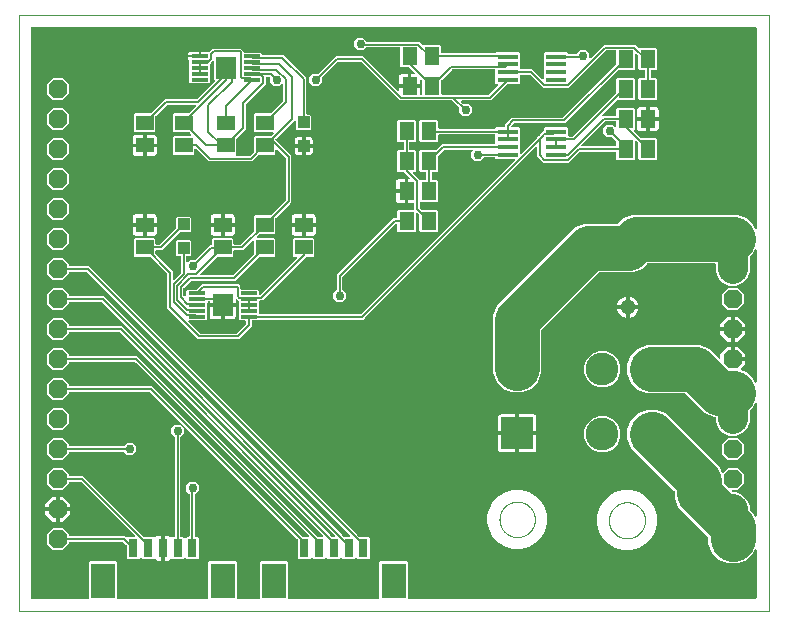
<source format=gbr>
G04 EAGLE Gerber RS-274X export*
G75*
%MOMM*%
%FSLAX34Y34*%
%LPD*%
%INTop Copper*%
%IPPOS*%
%AMOC8*
5,1,8,0,0,1.08239X$1,22.5*%
G01*
%ADD10C,0.000000*%
%ADD11P,1.732040X8X22.500000*%
%ADD12R,1.300000X1.500000*%
%ADD13R,1.778000X0.431800*%
%ADD14R,0.800000X1.600000*%
%ADD15R,2.100000X3.000000*%
%ADD16C,2.775000*%
%ADD17R,1.425000X0.300000*%
%ADD18R,1.680000X1.880000*%
%ADD19R,1.500000X1.300000*%
%ADD20R,1.000000X1.000000*%
%ADD21R,2.705100X2.705100*%
%ADD22R,1.308000X1.308000*%
%ADD23C,1.308000*%
%ADD24C,0.152400*%
%ADD25C,0.756400*%
%ADD26C,3.810000*%
%ADD27C,2.540000*%

G36*
X58554Y10164D02*
X58554Y10164D01*
X58573Y10162D01*
X58675Y10184D01*
X58777Y10200D01*
X58794Y10210D01*
X58814Y10214D01*
X58903Y10267D01*
X58994Y10316D01*
X59008Y10330D01*
X59025Y10340D01*
X59092Y10419D01*
X59164Y10494D01*
X59172Y10512D01*
X59185Y10527D01*
X59224Y10623D01*
X59267Y10717D01*
X59269Y10737D01*
X59277Y10755D01*
X59295Y10922D01*
X59295Y41472D01*
X60188Y42365D01*
X82452Y42365D01*
X83345Y41472D01*
X83345Y10922D01*
X83348Y10902D01*
X83346Y10883D01*
X83368Y10781D01*
X83384Y10679D01*
X83394Y10662D01*
X83398Y10642D01*
X83451Y10553D01*
X83500Y10462D01*
X83514Y10448D01*
X83524Y10431D01*
X83603Y10364D01*
X83678Y10292D01*
X83696Y10284D01*
X83711Y10271D01*
X83807Y10232D01*
X83901Y10189D01*
X83921Y10187D01*
X83939Y10179D01*
X84106Y10161D01*
X159734Y10161D01*
X159754Y10164D01*
X159773Y10162D01*
X159875Y10184D01*
X159977Y10200D01*
X159994Y10210D01*
X160014Y10214D01*
X160103Y10267D01*
X160194Y10316D01*
X160208Y10330D01*
X160225Y10340D01*
X160292Y10419D01*
X160364Y10494D01*
X160372Y10512D01*
X160385Y10527D01*
X160424Y10623D01*
X160467Y10717D01*
X160469Y10737D01*
X160477Y10755D01*
X160495Y10922D01*
X160495Y41472D01*
X161388Y42365D01*
X183652Y42365D01*
X184545Y41472D01*
X184545Y10922D01*
X184548Y10902D01*
X184546Y10883D01*
X184568Y10781D01*
X184584Y10679D01*
X184594Y10662D01*
X184598Y10642D01*
X184651Y10553D01*
X184700Y10462D01*
X184714Y10448D01*
X184724Y10431D01*
X184803Y10364D01*
X184878Y10292D01*
X184896Y10284D01*
X184911Y10271D01*
X185007Y10232D01*
X185101Y10189D01*
X185121Y10187D01*
X185139Y10179D01*
X185306Y10161D01*
X203314Y10161D01*
X203334Y10164D01*
X203353Y10162D01*
X203455Y10184D01*
X203557Y10200D01*
X203574Y10210D01*
X203594Y10214D01*
X203683Y10267D01*
X203774Y10316D01*
X203788Y10330D01*
X203805Y10340D01*
X203872Y10419D01*
X203944Y10494D01*
X203952Y10512D01*
X203965Y10527D01*
X204004Y10623D01*
X204047Y10717D01*
X204049Y10737D01*
X204057Y10755D01*
X204075Y10922D01*
X204075Y41472D01*
X204968Y42365D01*
X227232Y42365D01*
X228125Y41472D01*
X228125Y10922D01*
X228128Y10902D01*
X228126Y10883D01*
X228148Y10781D01*
X228164Y10679D01*
X228174Y10662D01*
X228178Y10642D01*
X228231Y10553D01*
X228280Y10462D01*
X228294Y10448D01*
X228304Y10431D01*
X228383Y10364D01*
X228458Y10292D01*
X228476Y10284D01*
X228491Y10271D01*
X228587Y10232D01*
X228681Y10189D01*
X228701Y10187D01*
X228719Y10179D01*
X228886Y10161D01*
X304514Y10161D01*
X304534Y10164D01*
X304553Y10162D01*
X304655Y10184D01*
X304757Y10200D01*
X304774Y10210D01*
X304794Y10214D01*
X304883Y10267D01*
X304974Y10316D01*
X304988Y10330D01*
X305005Y10340D01*
X305072Y10419D01*
X305144Y10494D01*
X305152Y10512D01*
X305165Y10527D01*
X305204Y10623D01*
X305247Y10717D01*
X305249Y10737D01*
X305257Y10755D01*
X305275Y10922D01*
X305275Y41472D01*
X306168Y42365D01*
X328432Y42365D01*
X329325Y41472D01*
X329325Y10922D01*
X329328Y10902D01*
X329326Y10883D01*
X329348Y10781D01*
X329364Y10679D01*
X329374Y10662D01*
X329378Y10642D01*
X329431Y10553D01*
X329480Y10462D01*
X329494Y10448D01*
X329504Y10431D01*
X329583Y10364D01*
X329658Y10292D01*
X329676Y10284D01*
X329691Y10271D01*
X329787Y10232D01*
X329881Y10189D01*
X329901Y10187D01*
X329919Y10179D01*
X330086Y10161D01*
X623878Y10161D01*
X623898Y10164D01*
X623917Y10162D01*
X624019Y10184D01*
X624121Y10200D01*
X624138Y10210D01*
X624158Y10214D01*
X624247Y10267D01*
X624338Y10316D01*
X624352Y10330D01*
X624369Y10340D01*
X624436Y10419D01*
X624508Y10494D01*
X624516Y10512D01*
X624529Y10527D01*
X624568Y10623D01*
X624611Y10717D01*
X624613Y10737D01*
X624621Y10755D01*
X624639Y10922D01*
X624639Y51941D01*
X624624Y52037D01*
X624614Y52134D01*
X624604Y52158D01*
X624600Y52184D01*
X624554Y52270D01*
X624514Y52359D01*
X624497Y52378D01*
X624484Y52401D01*
X624414Y52468D01*
X624348Y52540D01*
X624325Y52552D01*
X624306Y52570D01*
X624218Y52611D01*
X624132Y52658D01*
X624107Y52663D01*
X624083Y52674D01*
X623986Y52685D01*
X623890Y52702D01*
X623864Y52698D01*
X623839Y52701D01*
X623743Y52680D01*
X623647Y52666D01*
X623624Y52654D01*
X623598Y52649D01*
X623515Y52599D01*
X623428Y52555D01*
X623409Y52536D01*
X623387Y52523D01*
X623324Y52449D01*
X623256Y52379D01*
X623240Y52351D01*
X623227Y52336D01*
X623215Y52305D01*
X623175Y52232D01*
X621962Y49305D01*
X616175Y43518D01*
X608613Y40385D01*
X600427Y40385D01*
X592865Y43518D01*
X587078Y49305D01*
X583945Y56867D01*
X583945Y62511D01*
X583931Y62601D01*
X583923Y62692D01*
X583911Y62722D01*
X583906Y62754D01*
X583863Y62835D01*
X583827Y62918D01*
X583801Y62951D01*
X583790Y62971D01*
X583767Y62993D01*
X583722Y63049D01*
X564397Y82374D01*
X558503Y88269D01*
X555370Y95831D01*
X555370Y101017D01*
X555356Y101107D01*
X555348Y101198D01*
X555336Y101228D01*
X555331Y101260D01*
X555288Y101341D01*
X555252Y101425D01*
X555226Y101457D01*
X555215Y101477D01*
X555192Y101500D01*
X555147Y101556D01*
X518498Y138205D01*
X515365Y145767D01*
X515365Y153953D01*
X518498Y161515D01*
X524285Y167302D01*
X531847Y170435D01*
X540033Y170435D01*
X547595Y167302D01*
X593387Y121510D01*
X595122Y117322D01*
X595146Y117283D01*
X595162Y117240D01*
X595211Y117179D01*
X595252Y117113D01*
X595287Y117084D01*
X595316Y117048D01*
X595381Y117006D01*
X595441Y116956D01*
X595484Y116940D01*
X595523Y116915D01*
X595598Y116896D01*
X595671Y116868D01*
X595717Y116866D01*
X595761Y116855D01*
X595839Y116861D01*
X595916Y116858D01*
X595961Y116870D01*
X596006Y116874D01*
X596078Y116904D01*
X596153Y116926D01*
X596190Y116952D01*
X596233Y116970D01*
X596339Y117056D01*
X596355Y117066D01*
X596358Y117070D01*
X596364Y117075D01*
X600574Y121286D01*
X608466Y121286D01*
X614046Y115706D01*
X614046Y107814D01*
X608466Y102234D01*
X604569Y102234D01*
X604499Y102223D01*
X604427Y102221D01*
X604378Y102203D01*
X604327Y102195D01*
X604263Y102161D01*
X604196Y102136D01*
X604155Y102104D01*
X604109Y102079D01*
X604060Y102028D01*
X604004Y101983D01*
X603976Y101939D01*
X603940Y101901D01*
X603910Y101836D01*
X603871Y101776D01*
X603858Y101725D01*
X603836Y101678D01*
X603828Y101607D01*
X603811Y101537D01*
X603815Y101485D01*
X603809Y101434D01*
X603824Y101363D01*
X603830Y101292D01*
X603850Y101244D01*
X603861Y101193D01*
X603898Y101132D01*
X603926Y101066D01*
X603971Y101010D01*
X603988Y100982D01*
X604005Y100967D01*
X604031Y100935D01*
X604158Y100808D01*
X604232Y100755D01*
X604302Y100695D01*
X604332Y100683D01*
X604358Y100664D01*
X604445Y100637D01*
X604530Y100603D01*
X604571Y100599D01*
X604593Y100592D01*
X604625Y100593D01*
X604696Y100585D01*
X607349Y100585D01*
X612578Y98419D01*
X616579Y94418D01*
X618745Y89189D01*
X618745Y86536D01*
X618759Y86446D01*
X618767Y86355D01*
X618779Y86326D01*
X618784Y86294D01*
X618827Y86213D01*
X618863Y86129D01*
X618889Y86097D01*
X618900Y86076D01*
X618923Y86054D01*
X618968Y85998D01*
X621962Y83003D01*
X623175Y80077D01*
X623226Y79994D01*
X623272Y79908D01*
X623290Y79890D01*
X623304Y79868D01*
X623380Y79805D01*
X623450Y79738D01*
X623474Y79727D01*
X623494Y79711D01*
X623585Y79676D01*
X623673Y79635D01*
X623699Y79632D01*
X623723Y79623D01*
X623821Y79618D01*
X623917Y79608D01*
X623943Y79613D01*
X623969Y79612D01*
X624063Y79639D01*
X624158Y79660D01*
X624180Y79673D01*
X624205Y79681D01*
X624285Y79736D01*
X624369Y79786D01*
X624386Y79806D01*
X624407Y79821D01*
X624466Y79899D01*
X624529Y79973D01*
X624539Y79997D01*
X624554Y80018D01*
X624584Y80111D01*
X624621Y80201D01*
X624624Y80234D01*
X624630Y80252D01*
X624630Y80285D01*
X624639Y80368D01*
X624639Y175766D01*
X624624Y175862D01*
X624614Y175959D01*
X624604Y175983D01*
X624600Y176009D01*
X624554Y176095D01*
X624514Y176184D01*
X624497Y176203D01*
X624484Y176226D01*
X624414Y176293D01*
X624348Y176365D01*
X624325Y176377D01*
X624306Y176395D01*
X624218Y176436D01*
X624132Y176483D01*
X624107Y176488D01*
X624083Y176499D01*
X623986Y176510D01*
X623890Y176527D01*
X623864Y176523D01*
X623839Y176526D01*
X623743Y176505D01*
X623647Y176491D01*
X623624Y176479D01*
X623598Y176474D01*
X623515Y176424D01*
X623428Y176380D01*
X623409Y176361D01*
X623387Y176348D01*
X623324Y176274D01*
X623256Y176204D01*
X623240Y176176D01*
X623227Y176161D01*
X623215Y176130D01*
X623175Y176057D01*
X621962Y173130D01*
X618968Y170136D01*
X618915Y170062D01*
X618855Y169992D01*
X618843Y169962D01*
X618824Y169936D01*
X618797Y169849D01*
X618763Y169764D01*
X618759Y169723D01*
X618752Y169701D01*
X618753Y169669D01*
X618745Y169597D01*
X618745Y159731D01*
X616579Y154502D01*
X612578Y150501D01*
X607349Y148335D01*
X601691Y148335D01*
X596462Y150501D01*
X592461Y154502D01*
X590295Y159731D01*
X590295Y163449D01*
X590292Y163469D01*
X590294Y163488D01*
X590272Y163590D01*
X590256Y163692D01*
X590246Y163709D01*
X590242Y163729D01*
X590189Y163818D01*
X590140Y163909D01*
X590126Y163923D01*
X590116Y163940D01*
X590037Y164007D01*
X589962Y164079D01*
X589944Y164087D01*
X589929Y164100D01*
X589833Y164139D01*
X589739Y164182D01*
X589719Y164184D01*
X589701Y164192D01*
X589534Y164210D01*
X588591Y164210D01*
X581029Y167343D01*
X564309Y184062D01*
X564236Y184115D01*
X564166Y184175D01*
X564136Y184187D01*
X564110Y184206D01*
X564023Y184233D01*
X563938Y184267D01*
X563897Y184271D01*
X563875Y184278D01*
X563842Y184277D01*
X563771Y184285D01*
X531847Y184285D01*
X524285Y187418D01*
X518498Y193205D01*
X515365Y200767D01*
X515365Y208953D01*
X518498Y216515D01*
X524285Y222302D01*
X531847Y225435D01*
X576701Y225435D01*
X584263Y222302D01*
X592679Y213887D01*
X592737Y213845D01*
X592789Y213796D01*
X592836Y213774D01*
X592878Y213744D01*
X592947Y213722D01*
X593012Y213692D01*
X593064Y213687D01*
X593114Y213671D01*
X593185Y213673D01*
X593256Y213665D01*
X593307Y213676D01*
X593359Y213678D01*
X593427Y213702D01*
X593497Y213717D01*
X593542Y213744D01*
X593590Y213762D01*
X593646Y213807D01*
X593708Y213844D01*
X593742Y213883D01*
X593782Y213916D01*
X593821Y213976D01*
X593868Y214031D01*
X593887Y214079D01*
X593915Y214123D01*
X593933Y214192D01*
X593960Y214259D01*
X593968Y214330D01*
X593976Y214361D01*
X593974Y214384D01*
X593978Y214425D01*
X593978Y217727D01*
X600153Y223902D01*
X602997Y223902D01*
X602997Y214122D01*
X603000Y214102D01*
X602998Y214083D01*
X603020Y213981D01*
X603037Y213879D01*
X603046Y213862D01*
X603050Y213842D01*
X603103Y213753D01*
X603152Y213662D01*
X603166Y213648D01*
X603176Y213631D01*
X603255Y213564D01*
X603330Y213493D01*
X603348Y213484D01*
X603363Y213471D01*
X603459Y213433D01*
X603553Y213389D01*
X603573Y213387D01*
X603591Y213379D01*
X603758Y213361D01*
X604521Y213361D01*
X604521Y212598D01*
X604524Y212578D01*
X604522Y212559D01*
X604544Y212457D01*
X604561Y212355D01*
X604570Y212338D01*
X604574Y212318D01*
X604627Y212229D01*
X604676Y212138D01*
X604690Y212124D01*
X604700Y212107D01*
X604779Y212040D01*
X604854Y211969D01*
X604872Y211960D01*
X604887Y211947D01*
X604983Y211908D01*
X605077Y211865D01*
X605097Y211863D01*
X605115Y211855D01*
X605282Y211837D01*
X615062Y211837D01*
X615062Y208993D01*
X611409Y205341D01*
X611382Y205304D01*
X611348Y205272D01*
X611311Y205204D01*
X611265Y205141D01*
X611252Y205097D01*
X611230Y205057D01*
X611216Y204980D01*
X611193Y204906D01*
X611194Y204860D01*
X611186Y204815D01*
X611197Y204738D01*
X611199Y204660D01*
X611215Y204617D01*
X611222Y204571D01*
X611257Y204502D01*
X611284Y204429D01*
X611313Y204393D01*
X611333Y204352D01*
X611389Y204298D01*
X611438Y204237D01*
X611476Y204212D01*
X611509Y204180D01*
X611629Y204114D01*
X611644Y204104D01*
X611649Y204103D01*
X611656Y204099D01*
X616175Y202227D01*
X621962Y196440D01*
X623175Y193513D01*
X623226Y193430D01*
X623272Y193344D01*
X623290Y193326D01*
X623304Y193304D01*
X623380Y193242D01*
X623450Y193175D01*
X623474Y193164D01*
X623494Y193147D01*
X623585Y193112D01*
X623673Y193071D01*
X623699Y193068D01*
X623723Y193059D01*
X623821Y193055D01*
X623917Y193044D01*
X623943Y193049D01*
X623969Y193048D01*
X624063Y193075D01*
X624158Y193096D01*
X624180Y193110D01*
X624205Y193117D01*
X624285Y193172D01*
X624369Y193222D01*
X624386Y193242D01*
X624407Y193257D01*
X624466Y193335D01*
X624529Y193409D01*
X624539Y193434D01*
X624554Y193455D01*
X624584Y193547D01*
X624621Y193637D01*
X624624Y193670D01*
X624630Y193688D01*
X624630Y193721D01*
X624639Y193804D01*
X624639Y305941D01*
X624624Y306037D01*
X624614Y306134D01*
X624604Y306158D01*
X624600Y306184D01*
X624554Y306270D01*
X624514Y306359D01*
X624497Y306378D01*
X624484Y306401D01*
X624414Y306468D01*
X624348Y306540D01*
X624325Y306552D01*
X624306Y306570D01*
X624218Y306611D01*
X624132Y306658D01*
X624107Y306663D01*
X624083Y306674D01*
X623986Y306685D01*
X623890Y306702D01*
X623864Y306698D01*
X623839Y306701D01*
X623743Y306680D01*
X623647Y306666D01*
X623624Y306654D01*
X623598Y306649D01*
X623515Y306599D01*
X623428Y306555D01*
X623409Y306536D01*
X623387Y306523D01*
X623324Y306449D01*
X623256Y306379D01*
X623240Y306351D01*
X623227Y306336D01*
X623215Y306305D01*
X623175Y306232D01*
X621962Y303305D01*
X618968Y300311D01*
X618915Y300237D01*
X618855Y300167D01*
X618843Y300137D01*
X618824Y300111D01*
X618797Y300024D01*
X618763Y299939D01*
X618759Y299898D01*
X618752Y299876D01*
X618753Y299844D01*
X618745Y299772D01*
X618745Y286731D01*
X616579Y281502D01*
X612578Y277501D01*
X607349Y275335D01*
X601691Y275335D01*
X596462Y277501D01*
X592461Y281502D01*
X590295Y286731D01*
X590295Y293624D01*
X590292Y293644D01*
X590294Y293663D01*
X590272Y293765D01*
X590256Y293867D01*
X590246Y293884D01*
X590242Y293904D01*
X590189Y293993D01*
X590140Y294084D01*
X590126Y294098D01*
X590116Y294115D01*
X590037Y294182D01*
X589962Y294254D01*
X589944Y294262D01*
X589929Y294275D01*
X589833Y294314D01*
X589739Y294357D01*
X589719Y294359D01*
X589701Y294367D01*
X589534Y294385D01*
X532078Y294385D01*
X531988Y294371D01*
X531897Y294363D01*
X531867Y294351D01*
X531835Y294346D01*
X531754Y294303D01*
X531670Y294267D01*
X531638Y294241D01*
X531618Y294230D01*
X531595Y294207D01*
X531539Y294162D01*
X527275Y289898D01*
X519713Y286765D01*
X491438Y286765D01*
X491348Y286751D01*
X491257Y286743D01*
X491227Y286731D01*
X491195Y286726D01*
X491114Y286683D01*
X491030Y286647D01*
X490998Y286621D01*
X490978Y286610D01*
X490955Y286587D01*
X490899Y286542D01*
X442806Y238449D01*
X442753Y238375D01*
X442693Y238306D01*
X442681Y238275D01*
X442662Y238249D01*
X442636Y238162D01*
X442602Y238077D01*
X442597Y238036D01*
X442590Y238014D01*
X442591Y237982D01*
X442583Y237911D01*
X442583Y201571D01*
X439451Y194009D01*
X437282Y191840D01*
X437234Y191774D01*
X437227Y191766D01*
X437225Y191762D01*
X437169Y191697D01*
X437157Y191666D01*
X437138Y191640D01*
X437114Y191562D01*
X436123Y190571D01*
X436047Y190531D01*
X435963Y190495D01*
X435931Y190470D01*
X435910Y190459D01*
X435888Y190435D01*
X435832Y190391D01*
X433663Y188221D01*
X426101Y185089D01*
X417916Y185089D01*
X410354Y188221D01*
X408184Y190391D01*
X408111Y190444D01*
X408041Y190503D01*
X408011Y190515D01*
X407985Y190534D01*
X407907Y190558D01*
X406916Y191549D01*
X406876Y191625D01*
X406840Y191709D01*
X406814Y191741D01*
X406803Y191762D01*
X406780Y191784D01*
X406735Y191840D01*
X404566Y194009D01*
X401434Y201571D01*
X401434Y250841D01*
X404566Y258403D01*
X470945Y324782D01*
X478507Y327915D01*
X506782Y327915D01*
X506872Y327929D01*
X506963Y327937D01*
X506993Y327949D01*
X507025Y327954D01*
X507106Y327997D01*
X507190Y328033D01*
X507222Y328059D01*
X507242Y328070D01*
X507265Y328093D01*
X507321Y328138D01*
X511585Y332402D01*
X519147Y335535D01*
X608613Y335535D01*
X616175Y332402D01*
X621962Y326615D01*
X623175Y323688D01*
X623226Y323605D01*
X623272Y323519D01*
X623290Y323501D01*
X623304Y323479D01*
X623380Y323417D01*
X623450Y323350D01*
X623474Y323339D01*
X623494Y323322D01*
X623585Y323287D01*
X623673Y323246D01*
X623699Y323243D01*
X623723Y323234D01*
X623821Y323230D01*
X623917Y323219D01*
X623943Y323224D01*
X623969Y323223D01*
X624063Y323250D01*
X624158Y323271D01*
X624180Y323285D01*
X624205Y323292D01*
X624285Y323347D01*
X624369Y323397D01*
X624386Y323417D01*
X624407Y323432D01*
X624466Y323510D01*
X624529Y323584D01*
X624539Y323609D01*
X624554Y323630D01*
X624584Y323722D01*
X624621Y323812D01*
X624624Y323845D01*
X624630Y323863D01*
X624630Y323896D01*
X624639Y323979D01*
X624639Y493778D01*
X624636Y493798D01*
X624638Y493817D01*
X624616Y493919D01*
X624600Y494021D01*
X624590Y494038D01*
X624586Y494058D01*
X624533Y494147D01*
X624484Y494238D01*
X624470Y494252D01*
X624460Y494269D01*
X624381Y494336D01*
X624306Y494408D01*
X624288Y494416D01*
X624273Y494429D01*
X624177Y494468D01*
X624083Y494511D01*
X624063Y494513D01*
X624045Y494521D01*
X623878Y494539D01*
X10922Y494539D01*
X10902Y494536D01*
X10883Y494538D01*
X10781Y494516D01*
X10679Y494500D01*
X10662Y494490D01*
X10642Y494486D01*
X10553Y494433D01*
X10462Y494384D01*
X10448Y494370D01*
X10431Y494360D01*
X10364Y494281D01*
X10292Y494206D01*
X10284Y494188D01*
X10271Y494173D01*
X10232Y494077D01*
X10189Y493983D01*
X10187Y493963D01*
X10179Y493945D01*
X10161Y493778D01*
X10161Y10922D01*
X10164Y10902D01*
X10162Y10883D01*
X10184Y10781D01*
X10200Y10679D01*
X10210Y10662D01*
X10214Y10642D01*
X10267Y10553D01*
X10316Y10462D01*
X10330Y10448D01*
X10340Y10431D01*
X10419Y10364D01*
X10494Y10292D01*
X10512Y10284D01*
X10527Y10271D01*
X10623Y10232D01*
X10717Y10189D01*
X10737Y10187D01*
X10755Y10179D01*
X10922Y10161D01*
X58534Y10161D01*
X58554Y10164D01*
G37*
%LPC*%
G36*
X151643Y230405D02*
X151643Y230405D01*
X125729Y256319D01*
X125729Y285401D01*
X125715Y285492D01*
X125707Y285582D01*
X125695Y285612D01*
X125690Y285644D01*
X125647Y285725D01*
X125611Y285809D01*
X125585Y285841D01*
X125574Y285862D01*
X125551Y285884D01*
X125506Y285940D01*
X111694Y299752D01*
X111620Y299805D01*
X111550Y299865D01*
X111520Y299877D01*
X111494Y299896D01*
X111407Y299923D01*
X111322Y299957D01*
X111281Y299961D01*
X111259Y299968D01*
X111227Y299967D01*
X111156Y299975D01*
X98548Y299975D01*
X97655Y300868D01*
X97655Y315132D01*
X98548Y316025D01*
X114812Y316025D01*
X115705Y315132D01*
X115705Y311048D01*
X115708Y311028D01*
X115706Y311009D01*
X115728Y310907D01*
X115744Y310805D01*
X115754Y310788D01*
X115758Y310768D01*
X115811Y310679D01*
X115860Y310588D01*
X115874Y310574D01*
X115884Y310557D01*
X115963Y310490D01*
X116038Y310418D01*
X116056Y310410D01*
X116071Y310397D01*
X116167Y310358D01*
X116261Y310315D01*
X116281Y310313D01*
X116299Y310305D01*
X116466Y310287D01*
X118937Y310287D01*
X119028Y310301D01*
X119118Y310309D01*
X119148Y310321D01*
X119180Y310326D01*
X119261Y310369D01*
X119345Y310405D01*
X119377Y310431D01*
X119398Y310442D01*
X119420Y310465D01*
X119476Y310510D01*
X132952Y323986D01*
X133005Y324060D01*
X133065Y324130D01*
X133077Y324160D01*
X133096Y324186D01*
X133123Y324273D01*
X133157Y324358D01*
X133161Y324399D01*
X133168Y324421D01*
X133167Y324453D01*
X133175Y324524D01*
X133175Y333132D01*
X134068Y334025D01*
X145332Y334025D01*
X146225Y333132D01*
X146225Y321868D01*
X145332Y320975D01*
X136724Y320975D01*
X136634Y320961D01*
X136543Y320953D01*
X136514Y320941D01*
X136482Y320936D01*
X136401Y320893D01*
X136317Y320857D01*
X136285Y320831D01*
X136264Y320820D01*
X136242Y320797D01*
X136186Y320752D01*
X122710Y307276D01*
X121147Y305713D01*
X116466Y305713D01*
X116446Y305710D01*
X116427Y305712D01*
X116325Y305690D01*
X116223Y305674D01*
X116206Y305664D01*
X116186Y305660D01*
X116097Y305607D01*
X116006Y305558D01*
X115992Y305544D01*
X115975Y305534D01*
X115908Y305455D01*
X115836Y305380D01*
X115828Y305362D01*
X115815Y305347D01*
X115776Y305251D01*
X115733Y305157D01*
X115731Y305137D01*
X115723Y305119D01*
X115705Y304952D01*
X115705Y302524D01*
X115719Y302434D01*
X115727Y302343D01*
X115739Y302314D01*
X115744Y302282D01*
X115787Y302201D01*
X115823Y302117D01*
X115849Y302085D01*
X115860Y302064D01*
X115883Y302042D01*
X115928Y301986D01*
X128740Y289174D01*
X130303Y287611D01*
X130303Y281156D01*
X130305Y281140D01*
X130304Y281126D01*
X130315Y281077D01*
X130316Y281013D01*
X130334Y280964D01*
X130342Y280913D01*
X130356Y280888D01*
X130356Y280886D01*
X130362Y280876D01*
X130376Y280849D01*
X130401Y280782D01*
X130433Y280741D01*
X130458Y280695D01*
X130510Y280646D01*
X130554Y280590D01*
X130598Y280562D01*
X130636Y280526D01*
X130701Y280496D01*
X130761Y280457D01*
X130812Y280444D01*
X130859Y280422D01*
X130930Y280415D01*
X131000Y280397D01*
X131052Y280401D01*
X131103Y280395D01*
X131174Y280411D01*
X131245Y280416D01*
X131293Y280437D01*
X131344Y280448D01*
X131405Y280484D01*
X131471Y280512D01*
X131521Y280552D01*
X131534Y280559D01*
X131539Y280564D01*
X131555Y280574D01*
X131570Y280592D01*
X131602Y280617D01*
X137190Y286205D01*
X137243Y286279D01*
X137303Y286349D01*
X137315Y286379D01*
X137334Y286405D01*
X137361Y286492D01*
X137395Y286577D01*
X137399Y286618D01*
X137406Y286640D01*
X137405Y286672D01*
X137413Y286744D01*
X137413Y300214D01*
X137411Y300227D01*
X137412Y300236D01*
X137411Y300242D01*
X137412Y300253D01*
X137390Y300355D01*
X137374Y300457D01*
X137364Y300474D01*
X137360Y300494D01*
X137307Y300583D01*
X137258Y300674D01*
X137244Y300688D01*
X137234Y300705D01*
X137155Y300772D01*
X137080Y300844D01*
X137062Y300852D01*
X137047Y300865D01*
X136951Y300904D01*
X136857Y300947D01*
X136837Y300949D01*
X136819Y300957D01*
X136652Y300975D01*
X134068Y300975D01*
X133175Y301868D01*
X133175Y313132D01*
X134068Y314025D01*
X145332Y314025D01*
X146225Y313132D01*
X146225Y301868D01*
X145332Y300975D01*
X142748Y300975D01*
X142728Y300972D01*
X142709Y300974D01*
X142607Y300952D01*
X142505Y300936D01*
X142488Y300926D01*
X142468Y300922D01*
X142379Y300869D01*
X142288Y300820D01*
X142274Y300806D01*
X142257Y300796D01*
X142190Y300717D01*
X142118Y300642D01*
X142110Y300624D01*
X142097Y300609D01*
X142058Y300513D01*
X142015Y300419D01*
X142013Y300399D01*
X142005Y300381D01*
X141987Y300214D01*
X141987Y296109D01*
X141998Y296039D01*
X142000Y295967D01*
X142018Y295918D01*
X142026Y295867D01*
X142060Y295803D01*
X142085Y295736D01*
X142117Y295695D01*
X142142Y295649D01*
X142194Y295600D01*
X142238Y295544D01*
X142282Y295516D01*
X142320Y295480D01*
X142385Y295450D01*
X142445Y295411D01*
X142496Y295398D01*
X142543Y295376D01*
X142614Y295368D01*
X142684Y295351D01*
X142736Y295355D01*
X142787Y295349D01*
X142858Y295364D01*
X142929Y295370D01*
X142977Y295390D01*
X143028Y295401D01*
X143089Y295438D01*
X143155Y295466D01*
X143211Y295511D01*
X143239Y295528D01*
X143254Y295545D01*
X143286Y295571D01*
X145122Y297407D01*
X149077Y297407D01*
X149168Y297421D01*
X149258Y297429D01*
X149288Y297441D01*
X149320Y297446D01*
X149401Y297489D01*
X149485Y297525D01*
X149517Y297551D01*
X149538Y297562D01*
X149560Y297585D01*
X149616Y297630D01*
X161613Y309627D01*
X162934Y309627D01*
X162954Y309630D01*
X162973Y309628D01*
X163075Y309650D01*
X163177Y309666D01*
X163194Y309676D01*
X163214Y309680D01*
X163303Y309733D01*
X163394Y309782D01*
X163408Y309796D01*
X163425Y309806D01*
X163492Y309885D01*
X163564Y309960D01*
X163572Y309978D01*
X163585Y309993D01*
X163624Y310089D01*
X163667Y310183D01*
X163669Y310203D01*
X163677Y310221D01*
X163695Y310388D01*
X163695Y315132D01*
X164588Y316025D01*
X180852Y316025D01*
X181745Y315132D01*
X181745Y311048D01*
X181748Y311028D01*
X181746Y311009D01*
X181768Y310907D01*
X181784Y310805D01*
X181794Y310788D01*
X181798Y310768D01*
X181851Y310679D01*
X181900Y310588D01*
X181914Y310574D01*
X181924Y310557D01*
X182003Y310490D01*
X182078Y310418D01*
X182096Y310410D01*
X182111Y310397D01*
X182207Y310358D01*
X182301Y310315D01*
X182321Y310313D01*
X182339Y310305D01*
X182506Y310287D01*
X188017Y310287D01*
X188108Y310301D01*
X188198Y310309D01*
X188228Y310321D01*
X188260Y310326D01*
X188341Y310369D01*
X188425Y310405D01*
X188457Y310431D01*
X188478Y310442D01*
X188500Y310465D01*
X188556Y310510D01*
X199032Y320986D01*
X199076Y321047D01*
X199111Y321084D01*
X199117Y321097D01*
X199145Y321130D01*
X199157Y321160D01*
X199176Y321186D01*
X199203Y321273D01*
X199237Y321358D01*
X199241Y321399D01*
X199248Y321421D01*
X199247Y321453D01*
X199255Y321525D01*
X199255Y334132D01*
X200148Y335025D01*
X212756Y335025D01*
X212846Y335039D01*
X212937Y335047D01*
X212966Y335059D01*
X212998Y335064D01*
X213079Y335107D01*
X213163Y335143D01*
X213195Y335169D01*
X213216Y335180D01*
X213238Y335203D01*
X213294Y335248D01*
X226090Y348044D01*
X226143Y348118D01*
X226203Y348188D01*
X226215Y348218D01*
X226234Y348244D01*
X226261Y348331D01*
X226295Y348416D01*
X226299Y348457D01*
X226306Y348479D01*
X226305Y348511D01*
X226313Y348582D01*
X226313Y382937D01*
X226299Y383028D01*
X226291Y383118D01*
X226279Y383148D01*
X226274Y383180D01*
X226231Y383261D01*
X226195Y383345D01*
X226169Y383377D01*
X226158Y383398D01*
X226135Y383420D01*
X226090Y383476D01*
X218604Y390962D01*
X218546Y391004D01*
X218494Y391053D01*
X218447Y391075D01*
X218405Y391105D01*
X218336Y391126D01*
X218271Y391157D01*
X218219Y391162D01*
X218169Y391178D01*
X218098Y391176D01*
X218027Y391184D01*
X217976Y391173D01*
X217924Y391171D01*
X217856Y391147D01*
X217786Y391132D01*
X217741Y391105D01*
X217693Y391087D01*
X217637Y391042D01*
X217575Y391005D01*
X217541Y390966D01*
X217501Y390933D01*
X217462Y390873D01*
X217415Y390818D01*
X217396Y390770D01*
X217368Y390726D01*
X217350Y390657D01*
X217323Y390590D01*
X217315Y390519D01*
X217307Y390488D01*
X217309Y390464D01*
X217305Y390424D01*
X217305Y387228D01*
X216412Y386335D01*
X203257Y386335D01*
X203167Y386321D01*
X203076Y386313D01*
X203047Y386301D01*
X203015Y386296D01*
X202934Y386253D01*
X202850Y386217D01*
X202818Y386191D01*
X202797Y386180D01*
X202775Y386157D01*
X202719Y386112D01*
X197354Y380747D01*
X160786Y380747D01*
X150024Y391509D01*
X149966Y391551D01*
X149914Y391600D01*
X149867Y391622D01*
X149825Y391652D01*
X149756Y391674D01*
X149691Y391704D01*
X149639Y391710D01*
X149589Y391725D01*
X149518Y391723D01*
X149447Y391731D01*
X149396Y391720D01*
X149344Y391718D01*
X149276Y391694D01*
X149206Y391679D01*
X149161Y391652D01*
X149113Y391634D01*
X149057Y391589D01*
X148995Y391552D01*
X148961Y391513D01*
X148921Y391480D01*
X148882Y391420D01*
X148835Y391366D01*
X148816Y391317D01*
X148788Y391273D01*
X148770Y391204D01*
X148743Y391137D01*
X148735Y391066D01*
X148727Y391035D01*
X148729Y391012D01*
X148725Y390971D01*
X148725Y387228D01*
X147832Y386335D01*
X131568Y386335D01*
X130675Y387228D01*
X130675Y401492D01*
X131568Y402385D01*
X145604Y402385D01*
X145674Y402396D01*
X145746Y402398D01*
X145795Y402416D01*
X145846Y402424D01*
X145910Y402458D01*
X145977Y402483D01*
X146018Y402515D01*
X146064Y402540D01*
X146113Y402592D01*
X146169Y402636D01*
X146197Y402680D01*
X146233Y402718D01*
X146263Y402783D01*
X146302Y402843D01*
X146315Y402894D01*
X146337Y402941D01*
X146345Y403012D01*
X146362Y403082D01*
X146358Y403134D01*
X146364Y403185D01*
X146349Y403256D01*
X146343Y403327D01*
X146323Y403375D01*
X146312Y403426D01*
X146275Y403487D01*
X146247Y403553D01*
X146202Y403609D01*
X146185Y403637D01*
X146168Y403652D01*
X146142Y403684D01*
X144714Y405112D01*
X144640Y405165D01*
X144570Y405225D01*
X144540Y405237D01*
X144514Y405256D01*
X144427Y405283D01*
X144342Y405317D01*
X144301Y405321D01*
X144279Y405328D01*
X144247Y405327D01*
X144175Y405335D01*
X131568Y405335D01*
X130675Y406228D01*
X130675Y420492D01*
X131568Y421385D01*
X143515Y421385D01*
X143606Y421399D01*
X143696Y421407D01*
X143726Y421419D01*
X143758Y421424D01*
X143839Y421467D01*
X143923Y421503D01*
X143955Y421529D01*
X143976Y421540D01*
X143998Y421563D01*
X144054Y421608D01*
X150000Y427554D01*
X150042Y427612D01*
X150091Y427664D01*
X150113Y427711D01*
X150143Y427753D01*
X150164Y427822D01*
X150195Y427887D01*
X150200Y427939D01*
X150216Y427989D01*
X150214Y428060D01*
X150222Y428131D01*
X150211Y428182D01*
X150209Y428234D01*
X150185Y428302D01*
X150170Y428372D01*
X150143Y428417D01*
X150125Y428465D01*
X150080Y428521D01*
X150043Y428583D01*
X150004Y428617D01*
X149971Y428657D01*
X149911Y428696D01*
X149856Y428743D01*
X149808Y428762D01*
X149764Y428790D01*
X149695Y428808D01*
X149628Y428835D01*
X149557Y428843D01*
X149526Y428851D01*
X149502Y428849D01*
X149462Y428853D01*
X125723Y428853D01*
X125632Y428839D01*
X125542Y428831D01*
X125512Y428819D01*
X125480Y428814D01*
X125399Y428771D01*
X125315Y428735D01*
X125283Y428709D01*
X125262Y428698D01*
X125258Y428694D01*
X125257Y428693D01*
X125239Y428674D01*
X125184Y428630D01*
X115928Y419374D01*
X115875Y419300D01*
X115815Y419230D01*
X115803Y419200D01*
X115784Y419174D01*
X115757Y419087D01*
X115723Y419002D01*
X115719Y418961D01*
X115712Y418939D01*
X115713Y418907D01*
X115705Y418835D01*
X115705Y406228D01*
X114812Y405335D01*
X98548Y405335D01*
X97655Y406228D01*
X97655Y420492D01*
X98548Y421385D01*
X111155Y421385D01*
X111246Y421399D01*
X111336Y421407D01*
X111366Y421419D01*
X111398Y421424D01*
X111479Y421467D01*
X111563Y421503D01*
X111595Y421529D01*
X111616Y421540D01*
X111638Y421563D01*
X111694Y421608D01*
X123513Y433427D01*
X150477Y433427D01*
X150568Y433441D01*
X150658Y433449D01*
X150688Y433461D01*
X150720Y433466D01*
X150801Y433509D01*
X150885Y433545D01*
X150917Y433571D01*
X150938Y433582D01*
X150960Y433605D01*
X151016Y433650D01*
X165667Y448301D01*
X165678Y448317D01*
X165694Y448329D01*
X165750Y448416D01*
X165810Y448500D01*
X165816Y448519D01*
X165827Y448536D01*
X165852Y448637D01*
X165883Y448735D01*
X165882Y448755D01*
X165887Y448775D01*
X165879Y448878D01*
X165876Y448981D01*
X165869Y449000D01*
X165868Y449020D01*
X165827Y449115D01*
X165792Y449212D01*
X165779Y449228D01*
X165771Y449246D01*
X165667Y449377D01*
X165335Y449708D01*
X165335Y465006D01*
X165324Y465076D01*
X165322Y465148D01*
X165304Y465197D01*
X165296Y465248D01*
X165262Y465312D01*
X165237Y465379D01*
X165205Y465420D01*
X165180Y465466D01*
X165128Y465515D01*
X165084Y465571D01*
X165040Y465599D01*
X165002Y465635D01*
X164937Y465665D01*
X164877Y465704D01*
X164826Y465717D01*
X164779Y465739D01*
X164708Y465747D01*
X164638Y465764D01*
X164586Y465760D01*
X164535Y465766D01*
X164464Y465751D01*
X164393Y465745D01*
X164345Y465725D01*
X164294Y465714D01*
X164233Y465677D01*
X164167Y465649D01*
X164111Y465604D01*
X164083Y465587D01*
X164068Y465570D01*
X164036Y465544D01*
X162508Y464016D01*
X162013Y463521D01*
X161959Y463447D01*
X161900Y463378D01*
X161888Y463347D01*
X161869Y463321D01*
X161842Y463234D01*
X161808Y463149D01*
X161804Y463108D01*
X161797Y463086D01*
X161798Y463054D01*
X161790Y462983D01*
X161790Y462504D01*
X161774Y462442D01*
X161744Y462344D01*
X161744Y462324D01*
X161739Y462304D01*
X161747Y462201D01*
X161750Y462098D01*
X161757Y462079D01*
X161758Y462059D01*
X161790Y461986D01*
X161790Y457504D01*
X161774Y457442D01*
X161744Y457343D01*
X161744Y457323D01*
X161739Y457304D01*
X161747Y457201D01*
X161750Y457098D01*
X161757Y457079D01*
X161758Y457059D01*
X161790Y456985D01*
X161790Y452504D01*
X161774Y452442D01*
X161744Y452344D01*
X161744Y452324D01*
X161739Y452304D01*
X161747Y452201D01*
X161750Y452098D01*
X161757Y452079D01*
X161758Y452059D01*
X161790Y451986D01*
X161790Y447608D01*
X160897Y446715D01*
X145383Y446715D01*
X144490Y447608D01*
X144490Y451976D01*
X144506Y452038D01*
X144536Y452137D01*
X144536Y452157D01*
X144541Y452176D01*
X144533Y452279D01*
X144530Y452382D01*
X144523Y452401D01*
X144522Y452421D01*
X144490Y452495D01*
X144490Y456976D01*
X144506Y457038D01*
X144536Y457136D01*
X144536Y457156D01*
X144541Y457176D01*
X144533Y457279D01*
X144530Y457382D01*
X144523Y457401D01*
X144522Y457421D01*
X144490Y457494D01*
X144490Y461976D01*
X144506Y462038D01*
X144536Y462137D01*
X144536Y462157D01*
X144541Y462176D01*
X144533Y462279D01*
X144530Y462382D01*
X144523Y462401D01*
X144522Y462421D01*
X144490Y462495D01*
X144490Y465856D01*
X144476Y465946D01*
X144468Y466037D01*
X144456Y466067D01*
X144451Y466099D01*
X144408Y466180D01*
X144372Y466264D01*
X144346Y466296D01*
X144335Y466316D01*
X144312Y466339D01*
X144267Y466395D01*
X143982Y466680D01*
X143647Y467259D01*
X143474Y467906D01*
X143474Y468979D01*
X153140Y468979D01*
X153159Y468982D01*
X153179Y468980D01*
X153280Y469002D01*
X153382Y469018D01*
X153400Y469028D01*
X153419Y469032D01*
X153509Y469085D01*
X153600Y469133D01*
X153613Y469148D01*
X153631Y469158D01*
X153631Y469159D01*
X153698Y469237D01*
X153710Y469249D01*
X153770Y469312D01*
X153778Y469330D01*
X153791Y469345D01*
X153830Y469442D01*
X153873Y469535D01*
X153875Y469555D01*
X153883Y469574D01*
X153901Y469740D01*
X153901Y473781D01*
X160599Y473781D01*
X161028Y473666D01*
X161095Y473659D01*
X161161Y473643D01*
X161217Y473647D01*
X161272Y473642D01*
X161338Y473657D01*
X161406Y473662D01*
X161458Y473684D01*
X161512Y473696D01*
X161570Y473732D01*
X161632Y473758D01*
X161694Y473808D01*
X161722Y473825D01*
X161735Y473841D01*
X161763Y473863D01*
X161827Y473927D01*
X164153Y476253D01*
X188094Y476253D01*
X190256Y474091D01*
X190256Y473526D01*
X190259Y473506D01*
X190257Y473487D01*
X190279Y473385D01*
X190295Y473283D01*
X190305Y473266D01*
X190309Y473246D01*
X190362Y473157D01*
X190411Y473066D01*
X190425Y473052D01*
X190435Y473035D01*
X190514Y472968D01*
X190589Y472896D01*
X190607Y472888D01*
X190622Y472875D01*
X190718Y472836D01*
X190812Y472793D01*
X190832Y472791D01*
X190850Y472783D01*
X191017Y472765D01*
X205137Y472765D01*
X206030Y471872D01*
X206030Y471574D01*
X206033Y471554D01*
X206031Y471535D01*
X206053Y471433D01*
X206069Y471331D01*
X206079Y471314D01*
X206083Y471294D01*
X206136Y471205D01*
X206185Y471114D01*
X206199Y471100D01*
X206209Y471083D01*
X206288Y471016D01*
X206363Y470944D01*
X206381Y470936D01*
X206396Y470923D01*
X206492Y470884D01*
X206586Y470841D01*
X206606Y470839D01*
X206624Y470831D01*
X206791Y470813D01*
X224179Y470813D01*
X243587Y451405D01*
X243587Y421146D01*
X243590Y421126D01*
X243588Y421107D01*
X243610Y421005D01*
X243626Y420903D01*
X243636Y420886D01*
X243640Y420866D01*
X243693Y420777D01*
X243742Y420686D01*
X243756Y420672D01*
X243766Y420655D01*
X243845Y420588D01*
X243920Y420516D01*
X243938Y420508D01*
X243953Y420495D01*
X244049Y420456D01*
X244143Y420413D01*
X244163Y420411D01*
X244181Y420403D01*
X244348Y420385D01*
X246932Y420385D01*
X247825Y419492D01*
X247825Y408228D01*
X246932Y407335D01*
X235668Y407335D01*
X234775Y408228D01*
X234775Y415011D01*
X234764Y415081D01*
X234762Y415153D01*
X234744Y415202D01*
X234736Y415253D01*
X234702Y415317D01*
X234677Y415384D01*
X234645Y415425D01*
X234620Y415471D01*
X234569Y415520D01*
X234524Y415576D01*
X234480Y415604D01*
X234442Y415640D01*
X234377Y415670D01*
X234317Y415709D01*
X234266Y415722D01*
X234219Y415744D01*
X234148Y415752D01*
X234078Y415769D01*
X234026Y415765D01*
X233975Y415771D01*
X233904Y415756D01*
X233833Y415750D01*
X233785Y415730D01*
X233734Y415719D01*
X233673Y415682D01*
X233607Y415654D01*
X233551Y415609D01*
X233523Y415592D01*
X233508Y415575D01*
X233476Y415549D01*
X217528Y399601D01*
X217475Y399527D01*
X217415Y399458D01*
X217403Y399427D01*
X217384Y399401D01*
X217368Y399347D01*
X217367Y399346D01*
X217357Y399314D01*
X217323Y399229D01*
X217319Y399188D01*
X217312Y399166D01*
X217313Y399134D01*
X217312Y399126D01*
X217307Y399109D01*
X217308Y399096D01*
X217305Y399063D01*
X217305Y399045D01*
X217317Y398970D01*
X217318Y398920D01*
X217323Y398906D01*
X217327Y398864D01*
X217339Y398834D01*
X217344Y398802D01*
X217387Y398721D01*
X217423Y398637D01*
X217449Y398605D01*
X217460Y398584D01*
X217483Y398562D01*
X217528Y398506D01*
X230887Y385147D01*
X230887Y346373D01*
X229324Y344810D01*
X217528Y333014D01*
X217475Y332940D01*
X217415Y332870D01*
X217403Y332840D01*
X217384Y332814D01*
X217357Y332727D01*
X217323Y332642D01*
X217319Y332601D01*
X217312Y332579D01*
X217313Y332547D01*
X217305Y332476D01*
X217305Y319868D01*
X216412Y318975D01*
X203805Y318975D01*
X203714Y318961D01*
X203624Y318953D01*
X203594Y318941D01*
X203562Y318936D01*
X203481Y318893D01*
X203397Y318857D01*
X203365Y318831D01*
X203344Y318820D01*
X203322Y318797D01*
X203266Y318752D01*
X201838Y317324D01*
X201796Y317266D01*
X201747Y317214D01*
X201725Y317167D01*
X201695Y317125D01*
X201674Y317056D01*
X201643Y316991D01*
X201638Y316939D01*
X201622Y316889D01*
X201624Y316818D01*
X201616Y316747D01*
X201627Y316696D01*
X201629Y316644D01*
X201653Y316576D01*
X201668Y316506D01*
X201695Y316461D01*
X201713Y316413D01*
X201758Y316357D01*
X201795Y316295D01*
X201834Y316261D01*
X201867Y316221D01*
X201927Y316182D01*
X201982Y316135D01*
X202030Y316116D01*
X202074Y316088D01*
X202143Y316070D01*
X202210Y316043D01*
X202281Y316035D01*
X202312Y316027D01*
X202336Y316029D01*
X202376Y316025D01*
X216412Y316025D01*
X217305Y315132D01*
X217305Y300868D01*
X216412Y299975D01*
X203804Y299975D01*
X203714Y299961D01*
X203623Y299953D01*
X203594Y299941D01*
X203562Y299936D01*
X203481Y299893D01*
X203397Y299857D01*
X203365Y299831D01*
X203344Y299820D01*
X203322Y299797D01*
X203266Y299752D01*
X184730Y281216D01*
X183167Y279653D01*
X146042Y279653D01*
X145952Y279639D01*
X145861Y279631D01*
X145832Y279619D01*
X145800Y279614D01*
X145719Y279571D01*
X145635Y279535D01*
X145603Y279509D01*
X145582Y279498D01*
X145573Y279489D01*
X145572Y279488D01*
X145558Y279473D01*
X145504Y279430D01*
X139670Y273596D01*
X139617Y273522D01*
X139557Y273452D01*
X139545Y273422D01*
X139526Y273396D01*
X139499Y273309D01*
X139465Y273224D01*
X139461Y273183D01*
X139454Y273161D01*
X139455Y273129D01*
X139447Y273058D01*
X139447Y266925D01*
X139461Y266835D01*
X139469Y266744D01*
X139481Y266714D01*
X139486Y266682D01*
X139529Y266601D01*
X139565Y266517D01*
X139591Y266485D01*
X139602Y266465D01*
X139625Y266442D01*
X139670Y266386D01*
X139834Y266222D01*
X139912Y266166D01*
X139985Y266105D01*
X140011Y266095D01*
X140034Y266078D01*
X140125Y266050D01*
X140214Y266015D01*
X140242Y266014D01*
X140269Y266006D01*
X140365Y266008D01*
X140460Y266004D01*
X140487Y266011D01*
X140515Y266012D01*
X140605Y266045D01*
X140696Y266071D01*
X140720Y266087D01*
X140746Y266096D01*
X140820Y266156D01*
X140899Y266210D01*
X140916Y266233D01*
X140938Y266250D01*
X140990Y266330D01*
X141047Y266407D01*
X141060Y266440D01*
X141071Y266457D01*
X141079Y266489D01*
X141107Y266559D01*
X141442Y267140D01*
X141727Y267425D01*
X141780Y267499D01*
X141840Y267569D01*
X141852Y267599D01*
X141871Y267625D01*
X141898Y267712D01*
X141932Y267797D01*
X141936Y267838D01*
X141943Y267860D01*
X141942Y267892D01*
X141950Y267964D01*
X141950Y271212D01*
X142843Y272105D01*
X150075Y272105D01*
X150166Y272119D01*
X150256Y272127D01*
X150286Y272139D01*
X150318Y272144D01*
X150399Y272187D01*
X150483Y272223D01*
X150515Y272249D01*
X150536Y272260D01*
X150558Y272283D01*
X150614Y272328D01*
X154893Y276607D01*
X186367Y276607D01*
X187707Y275267D01*
X187707Y272866D01*
X187710Y272846D01*
X187708Y272827D01*
X187730Y272725D01*
X187746Y272623D01*
X187756Y272606D01*
X187760Y272586D01*
X187813Y272497D01*
X187862Y272406D01*
X187876Y272392D01*
X187886Y272375D01*
X187965Y272308D01*
X188040Y272236D01*
X188058Y272228D01*
X188073Y272215D01*
X188169Y272176D01*
X188263Y272133D01*
X188283Y272131D01*
X188301Y272123D01*
X188468Y272105D01*
X202597Y272105D01*
X203490Y271212D01*
X203490Y268404D01*
X203501Y268333D01*
X203503Y268261D01*
X203521Y268212D01*
X203529Y268161D01*
X203563Y268098D01*
X203588Y268030D01*
X203620Y267989D01*
X203645Y267943D01*
X203696Y267894D01*
X203741Y267838D01*
X203785Y267810D01*
X203823Y267774D01*
X203888Y267744D01*
X203948Y267705D01*
X203999Y267692D01*
X204046Y267670D01*
X204117Y267663D01*
X204187Y267645D01*
X204239Y267649D01*
X204290Y267643D01*
X204361Y267659D01*
X204432Y267664D01*
X204480Y267685D01*
X204531Y267696D01*
X204592Y267732D01*
X204658Y267760D01*
X204714Y267805D01*
X204742Y267822D01*
X204757Y267840D01*
X204789Y267865D01*
X235600Y298676D01*
X235642Y298734D01*
X235691Y298786D01*
X235713Y298833D01*
X235743Y298875D01*
X235764Y298944D01*
X235795Y299009D01*
X235800Y299061D01*
X235816Y299111D01*
X235814Y299182D01*
X235822Y299253D01*
X235811Y299304D01*
X235809Y299356D01*
X235785Y299424D01*
X235769Y299494D01*
X235743Y299538D01*
X235725Y299587D01*
X235680Y299643D01*
X235643Y299705D01*
X235604Y299739D01*
X235571Y299779D01*
X235511Y299818D01*
X235456Y299865D01*
X235408Y299884D01*
X235364Y299912D01*
X235295Y299930D01*
X235228Y299957D01*
X235157Y299965D01*
X235126Y299973D01*
X235102Y299971D01*
X235061Y299975D01*
X233168Y299975D01*
X232275Y300868D01*
X232275Y315132D01*
X233168Y316025D01*
X249432Y316025D01*
X250325Y315132D01*
X250325Y300868D01*
X249432Y299975D01*
X243682Y299975D01*
X243592Y299961D01*
X243501Y299953D01*
X243472Y299941D01*
X243440Y299936D01*
X243359Y299893D01*
X243275Y299857D01*
X243243Y299831D01*
X243222Y299820D01*
X243200Y299797D01*
X243144Y299752D01*
X206399Y263007D01*
X204251Y263007D01*
X204231Y263004D01*
X204212Y263006D01*
X204110Y262984D01*
X204008Y262968D01*
X203991Y262958D01*
X203971Y262954D01*
X203882Y262901D01*
X203791Y262852D01*
X203777Y262838D01*
X203760Y262828D01*
X203693Y262749D01*
X203621Y262674D01*
X203613Y262656D01*
X203600Y262641D01*
X203561Y262545D01*
X203518Y262451D01*
X203516Y262431D01*
X203508Y262413D01*
X203490Y262246D01*
X203490Y261844D01*
X203474Y261782D01*
X203444Y261683D01*
X203444Y261663D01*
X203439Y261644D01*
X203447Y261541D01*
X203450Y261438D01*
X203457Y261419D01*
X203458Y261399D01*
X203490Y261325D01*
X203490Y256844D01*
X203474Y256782D01*
X203444Y256683D01*
X203444Y256663D01*
X203439Y256644D01*
X203447Y256541D01*
X203450Y256438D01*
X203457Y256419D01*
X203458Y256399D01*
X203490Y256325D01*
X203490Y251968D01*
X203493Y251948D01*
X203491Y251929D01*
X203513Y251827D01*
X203529Y251725D01*
X203539Y251708D01*
X203543Y251688D01*
X203596Y251599D01*
X203645Y251508D01*
X203659Y251494D01*
X203669Y251477D01*
X203748Y251410D01*
X203823Y251338D01*
X203841Y251330D01*
X203856Y251317D01*
X203952Y251278D01*
X204046Y251235D01*
X204066Y251233D01*
X204084Y251225D01*
X204251Y251207D01*
X289342Y251207D01*
X289432Y251221D01*
X289523Y251229D01*
X289553Y251241D01*
X289585Y251246D01*
X289666Y251289D01*
X289750Y251325D01*
X289782Y251351D01*
X289803Y251362D01*
X289825Y251385D01*
X289881Y251430D01*
X419958Y381507D01*
X420000Y381565D01*
X420049Y381617D01*
X420071Y381664D01*
X420101Y381706D01*
X420122Y381775D01*
X420153Y381840D01*
X420158Y381892D01*
X420174Y381942D01*
X420172Y382013D01*
X420180Y382084D01*
X420169Y382135D01*
X420167Y382187D01*
X420143Y382255D01*
X420127Y382325D01*
X420101Y382369D01*
X420083Y382418D01*
X420038Y382474D01*
X420001Y382536D01*
X419962Y382570D01*
X419929Y382610D01*
X419869Y382649D01*
X419814Y382696D01*
X419766Y382715D01*
X419722Y382743D01*
X419653Y382761D01*
X419586Y382788D01*
X419515Y382796D01*
X419484Y382804D01*
X419460Y382802D01*
X419419Y382806D01*
X404371Y382806D01*
X403379Y383799D01*
X403372Y383811D01*
X403323Y383902D01*
X403309Y383916D01*
X403299Y383933D01*
X403220Y384000D01*
X403145Y384072D01*
X403127Y384080D01*
X403112Y384093D01*
X403016Y384132D01*
X402922Y384175D01*
X402902Y384177D01*
X402884Y384185D01*
X402717Y384203D01*
X394563Y384203D01*
X394473Y384189D01*
X394382Y384181D01*
X394353Y384169D01*
X394321Y384164D01*
X394240Y384121D01*
X394156Y384085D01*
X394124Y384059D01*
X394103Y384048D01*
X394081Y384025D01*
X394025Y383980D01*
X390818Y380773D01*
X386422Y380773D01*
X383313Y383882D01*
X383313Y388278D01*
X384439Y389404D01*
X384481Y389462D01*
X384530Y389514D01*
X384552Y389561D01*
X384582Y389603D01*
X384604Y389672D01*
X384634Y389737D01*
X384639Y389789D01*
X384655Y389839D01*
X384653Y389910D01*
X384661Y389981D01*
X384650Y390032D01*
X384648Y390084D01*
X384624Y390152D01*
X384609Y390222D01*
X384582Y390267D01*
X384564Y390315D01*
X384519Y390371D01*
X384482Y390433D01*
X384443Y390467D01*
X384410Y390507D01*
X384350Y390546D01*
X384295Y390593D01*
X384247Y390612D01*
X384203Y390640D01*
X384134Y390658D01*
X384067Y390685D01*
X383996Y390693D01*
X383965Y390701D01*
X383942Y390699D01*
X383901Y390703D01*
X360573Y390703D01*
X360482Y390689D01*
X360392Y390681D01*
X360362Y390669D01*
X360330Y390664D01*
X360249Y390621D01*
X360165Y390585D01*
X360133Y390559D01*
X360112Y390548D01*
X360090Y390525D01*
X360034Y390480D01*
X355568Y386014D01*
X355515Y385940D01*
X355455Y385870D01*
X355443Y385840D01*
X355424Y385814D01*
X355397Y385727D01*
X355363Y385642D01*
X355359Y385601D01*
X355352Y385579D01*
X355353Y385547D01*
X355345Y385475D01*
X355345Y372868D01*
X354452Y371975D01*
X350368Y371975D01*
X350348Y371972D01*
X350329Y371974D01*
X350227Y371952D01*
X350125Y371936D01*
X350108Y371926D01*
X350088Y371922D01*
X349999Y371869D01*
X349908Y371820D01*
X349894Y371806D01*
X349877Y371796D01*
X349810Y371717D01*
X349738Y371642D01*
X349730Y371624D01*
X349717Y371609D01*
X349678Y371513D01*
X349635Y371419D01*
X349633Y371399D01*
X349625Y371381D01*
X349607Y371214D01*
X349607Y365386D01*
X349610Y365366D01*
X349608Y365347D01*
X349630Y365245D01*
X349646Y365143D01*
X349656Y365126D01*
X349660Y365106D01*
X349713Y365017D01*
X349762Y364926D01*
X349776Y364912D01*
X349786Y364895D01*
X349865Y364828D01*
X349940Y364756D01*
X349958Y364748D01*
X349973Y364735D01*
X350069Y364696D01*
X350163Y364653D01*
X350183Y364651D01*
X350201Y364643D01*
X350368Y364625D01*
X354452Y364625D01*
X355345Y363732D01*
X355345Y347468D01*
X354452Y346575D01*
X340154Y346575D01*
X340134Y346572D01*
X340115Y346574D01*
X340013Y346552D01*
X339911Y346536D01*
X339894Y346526D01*
X339874Y346522D01*
X339785Y346469D01*
X339694Y346420D01*
X339680Y346406D01*
X339663Y346396D01*
X339596Y346317D01*
X339524Y346242D01*
X339516Y346224D01*
X339503Y346209D01*
X339464Y346113D01*
X339421Y346019D01*
X339419Y345999D01*
X339411Y345981D01*
X339393Y345814D01*
X339393Y341677D01*
X339407Y341586D01*
X339415Y341496D01*
X339427Y341466D01*
X339432Y341434D01*
X339475Y341353D01*
X339511Y341269D01*
X339537Y341237D01*
X339548Y341216D01*
X339571Y341194D01*
X339616Y341138D01*
X341306Y339448D01*
X341380Y339395D01*
X341450Y339335D01*
X341480Y339323D01*
X341506Y339304D01*
X341593Y339277D01*
X341678Y339243D01*
X341719Y339239D01*
X341741Y339232D01*
X341773Y339233D01*
X341845Y339225D01*
X354452Y339225D01*
X355345Y338332D01*
X355345Y322068D01*
X354452Y321175D01*
X340188Y321175D01*
X339295Y322068D01*
X339295Y334675D01*
X339281Y334766D01*
X339273Y334856D01*
X339261Y334886D01*
X339256Y334918D01*
X339213Y334999D01*
X339177Y335083D01*
X339151Y335115D01*
X339140Y335136D01*
X339117Y335158D01*
X339072Y335214D01*
X337644Y336642D01*
X337586Y336684D01*
X337534Y336733D01*
X337487Y336755D01*
X337445Y336785D01*
X337376Y336806D01*
X337311Y336837D01*
X337259Y336842D01*
X337209Y336858D01*
X337138Y336856D01*
X337067Y336864D01*
X337016Y336853D01*
X336964Y336851D01*
X336896Y336827D01*
X336826Y336812D01*
X336781Y336785D01*
X336733Y336767D01*
X336677Y336722D01*
X336615Y336685D01*
X336581Y336646D01*
X336541Y336613D01*
X336502Y336553D01*
X336455Y336498D01*
X336436Y336450D01*
X336408Y336406D01*
X336390Y336337D01*
X336363Y336270D01*
X336355Y336199D01*
X336347Y336168D01*
X336349Y336144D01*
X336345Y336104D01*
X336345Y322068D01*
X335452Y321175D01*
X321188Y321175D01*
X320295Y322068D01*
X320295Y327152D01*
X320292Y327172D01*
X320294Y327191D01*
X320272Y327293D01*
X320256Y327395D01*
X320246Y327412D01*
X320242Y327432D01*
X320189Y327521D01*
X320140Y327612D01*
X320126Y327626D01*
X320116Y327643D01*
X320037Y327710D01*
X319962Y327782D01*
X319944Y327790D01*
X319929Y327803D01*
X319833Y327842D01*
X319739Y327885D01*
X319719Y327887D01*
X319701Y327895D01*
X319534Y327913D01*
X319423Y327913D01*
X319332Y327899D01*
X319242Y327891D01*
X319212Y327879D01*
X319180Y327874D01*
X319099Y327831D01*
X319015Y327795D01*
X318983Y327769D01*
X318962Y327758D01*
X318940Y327735D01*
X318884Y327690D01*
X274290Y283096D01*
X274237Y283022D01*
X274177Y282952D01*
X274165Y282922D01*
X274146Y282896D01*
X274119Y282809D01*
X274085Y282724D01*
X274081Y282683D01*
X274074Y282661D01*
X274075Y282629D01*
X274067Y282557D01*
X274067Y272233D01*
X274081Y272143D01*
X274089Y272052D01*
X274101Y272023D01*
X274106Y271991D01*
X274149Y271910D01*
X274185Y271826D01*
X274211Y271794D01*
X274222Y271773D01*
X274245Y271751D01*
X274290Y271695D01*
X277087Y268898D01*
X277087Y264502D01*
X273978Y261393D01*
X269582Y261393D01*
X266473Y264502D01*
X266473Y268898D01*
X269270Y271695D01*
X269323Y271769D01*
X269383Y271839D01*
X269395Y271869D01*
X269414Y271895D01*
X269441Y271982D01*
X269475Y272067D01*
X269479Y272108D01*
X269486Y272130D01*
X269485Y272162D01*
X269493Y272233D01*
X269493Y284767D01*
X317213Y332487D01*
X319534Y332487D01*
X319554Y332490D01*
X319573Y332488D01*
X319675Y332510D01*
X319777Y332526D01*
X319794Y332536D01*
X319814Y332540D01*
X319903Y332593D01*
X319994Y332642D01*
X320008Y332656D01*
X320025Y332666D01*
X320092Y332745D01*
X320164Y332820D01*
X320172Y332838D01*
X320185Y332853D01*
X320224Y332949D01*
X320267Y333043D01*
X320269Y333063D01*
X320277Y333081D01*
X320295Y333248D01*
X320295Y338332D01*
X321188Y339225D01*
X334058Y339225D01*
X334078Y339228D01*
X334097Y339226D01*
X334199Y339248D01*
X334301Y339264D01*
X334318Y339274D01*
X334338Y339278D01*
X334427Y339331D01*
X334518Y339380D01*
X334532Y339394D01*
X334549Y339404D01*
X334616Y339483D01*
X334688Y339558D01*
X334696Y339576D01*
X334709Y339591D01*
X334748Y339687D01*
X334791Y339781D01*
X334793Y339801D01*
X334801Y339819D01*
X334819Y339986D01*
X334819Y344798D01*
X334816Y344818D01*
X334818Y344837D01*
X334796Y344939D01*
X334780Y345041D01*
X334770Y345058D01*
X334766Y345078D01*
X334713Y345167D01*
X334664Y345258D01*
X334650Y345272D01*
X334640Y345289D01*
X334561Y345356D01*
X334486Y345428D01*
X334468Y345436D01*
X334453Y345449D01*
X334357Y345488D01*
X334263Y345531D01*
X334243Y345533D01*
X334225Y345541D01*
X334058Y345559D01*
X329843Y345559D01*
X329843Y354838D01*
X329840Y354858D01*
X329842Y354877D01*
X329820Y354979D01*
X329803Y355081D01*
X329794Y355098D01*
X329790Y355118D01*
X329737Y355207D01*
X329688Y355298D01*
X329674Y355312D01*
X329664Y355329D01*
X329585Y355396D01*
X329510Y355467D01*
X329492Y355476D01*
X329477Y355489D01*
X329381Y355528D01*
X329287Y355571D01*
X329267Y355573D01*
X329249Y355581D01*
X329082Y355599D01*
X328319Y355599D01*
X328319Y355601D01*
X329082Y355601D01*
X329102Y355604D01*
X329121Y355602D01*
X329223Y355624D01*
X329325Y355641D01*
X329342Y355650D01*
X329362Y355654D01*
X329451Y355707D01*
X329542Y355756D01*
X329556Y355770D01*
X329573Y355780D01*
X329640Y355859D01*
X329711Y355934D01*
X329720Y355952D01*
X329733Y355967D01*
X329772Y356063D01*
X329815Y356157D01*
X329817Y356177D01*
X329825Y356195D01*
X329843Y356362D01*
X329843Y365641D01*
X330440Y365641D01*
X330511Y365652D01*
X330583Y365654D01*
X330632Y365672D01*
X330683Y365680D01*
X330747Y365714D01*
X330814Y365739D01*
X330855Y365771D01*
X330901Y365796D01*
X330950Y365848D01*
X331006Y365892D01*
X331034Y365936D01*
X331070Y365974D01*
X331100Y366039D01*
X331139Y366099D01*
X331152Y366150D01*
X331174Y366197D01*
X331181Y366268D01*
X331199Y366338D01*
X331195Y366390D01*
X331201Y366441D01*
X331185Y366512D01*
X331180Y366583D01*
X331159Y366631D01*
X331148Y366682D01*
X331112Y366743D01*
X331084Y366809D01*
X331039Y366865D01*
X331022Y366893D01*
X331004Y366908D01*
X331001Y366913D01*
X330998Y366917D01*
X330996Y366919D01*
X330979Y366940D01*
X326167Y371752D01*
X326093Y371805D01*
X326023Y371865D01*
X325993Y371877D01*
X325967Y371896D01*
X325880Y371923D01*
X325795Y371957D01*
X325754Y371961D01*
X325732Y371968D01*
X325700Y371967D01*
X325628Y371975D01*
X321188Y371975D01*
X320295Y372868D01*
X320295Y389132D01*
X321188Y390025D01*
X325272Y390025D01*
X325292Y390028D01*
X325311Y390026D01*
X325413Y390048D01*
X325515Y390064D01*
X325532Y390074D01*
X325552Y390078D01*
X325641Y390131D01*
X325732Y390180D01*
X325746Y390194D01*
X325763Y390204D01*
X325830Y390283D01*
X325902Y390358D01*
X325910Y390376D01*
X325923Y390391D01*
X325962Y390487D01*
X326005Y390581D01*
X326007Y390601D01*
X326015Y390619D01*
X326033Y390786D01*
X326033Y396614D01*
X326030Y396634D01*
X326032Y396653D01*
X326010Y396755D01*
X325994Y396857D01*
X325984Y396874D01*
X325980Y396894D01*
X325927Y396983D01*
X325878Y397074D01*
X325864Y397088D01*
X325854Y397105D01*
X325775Y397172D01*
X325700Y397244D01*
X325682Y397252D01*
X325667Y397265D01*
X325571Y397304D01*
X325477Y397347D01*
X325457Y397349D01*
X325439Y397357D01*
X325272Y397375D01*
X321188Y397375D01*
X320295Y398268D01*
X320295Y414532D01*
X321188Y415425D01*
X335452Y415425D01*
X336345Y414532D01*
X336345Y398268D01*
X335452Y397375D01*
X331368Y397375D01*
X331348Y397372D01*
X331329Y397374D01*
X331227Y397352D01*
X331125Y397336D01*
X331108Y397326D01*
X331088Y397322D01*
X330999Y397269D01*
X330908Y397220D01*
X330894Y397206D01*
X330877Y397196D01*
X330810Y397117D01*
X330738Y397042D01*
X330730Y397024D01*
X330717Y397009D01*
X330678Y396913D01*
X330635Y396819D01*
X330633Y396799D01*
X330625Y396781D01*
X330607Y396614D01*
X330607Y390786D01*
X330610Y390766D01*
X330608Y390747D01*
X330630Y390645D01*
X330646Y390543D01*
X330656Y390526D01*
X330660Y390506D01*
X330713Y390417D01*
X330762Y390326D01*
X330776Y390312D01*
X330786Y390295D01*
X330865Y390228D01*
X330940Y390156D01*
X330958Y390148D01*
X330973Y390135D01*
X331069Y390096D01*
X331163Y390053D01*
X331183Y390051D01*
X331201Y390043D01*
X331368Y390025D01*
X335452Y390025D01*
X336345Y389132D01*
X336345Y372868D01*
X335452Y371975D01*
X334249Y371975D01*
X334179Y371964D01*
X334107Y371962D01*
X334058Y371944D01*
X334007Y371936D01*
X333943Y371902D01*
X333876Y371877D01*
X333835Y371845D01*
X333789Y371820D01*
X333740Y371768D01*
X333684Y371724D01*
X333656Y371680D01*
X333620Y371642D01*
X333590Y371577D01*
X333551Y371517D01*
X333538Y371466D01*
X333516Y371419D01*
X333508Y371348D01*
X333491Y371278D01*
X333495Y371226D01*
X333489Y371175D01*
X333504Y371104D01*
X333510Y371033D01*
X333530Y370985D01*
X333541Y370934D01*
X333578Y370873D01*
X333606Y370807D01*
X333651Y370751D01*
X333668Y370723D01*
X333685Y370708D01*
X333711Y370676D01*
X339539Y364848D01*
X339613Y364795D01*
X339683Y364735D01*
X339713Y364723D01*
X339739Y364704D01*
X339826Y364677D01*
X339911Y364643D01*
X339952Y364639D01*
X339974Y364632D01*
X340006Y364633D01*
X340077Y364625D01*
X344272Y364625D01*
X344292Y364628D01*
X344311Y364626D01*
X344413Y364648D01*
X344515Y364664D01*
X344532Y364674D01*
X344552Y364678D01*
X344641Y364731D01*
X344732Y364780D01*
X344746Y364794D01*
X344763Y364804D01*
X344830Y364883D01*
X344902Y364958D01*
X344910Y364976D01*
X344923Y364991D01*
X344962Y365087D01*
X345005Y365181D01*
X345007Y365201D01*
X345015Y365219D01*
X345033Y365386D01*
X345033Y371214D01*
X345030Y371234D01*
X345032Y371253D01*
X345010Y371355D01*
X344994Y371457D01*
X344984Y371474D01*
X344980Y371494D01*
X344927Y371583D01*
X344878Y371674D01*
X344864Y371688D01*
X344854Y371705D01*
X344775Y371772D01*
X344700Y371844D01*
X344682Y371852D01*
X344667Y371865D01*
X344571Y371904D01*
X344477Y371947D01*
X344457Y371949D01*
X344439Y371957D01*
X344272Y371975D01*
X340188Y371975D01*
X339295Y372868D01*
X339295Y389132D01*
X340188Y390025D01*
X352795Y390025D01*
X352886Y390039D01*
X352976Y390047D01*
X353006Y390059D01*
X353038Y390064D01*
X353119Y390107D01*
X353203Y390143D01*
X353235Y390169D01*
X353256Y390180D01*
X353278Y390203D01*
X353334Y390248D01*
X358363Y395277D01*
X402717Y395277D01*
X402737Y395280D01*
X402756Y395278D01*
X402858Y395300D01*
X402960Y395316D01*
X402977Y395326D01*
X402997Y395330D01*
X403086Y395383D01*
X403177Y395432D01*
X403191Y395446D01*
X403208Y395456D01*
X403275Y395535D01*
X403347Y395610D01*
X403355Y395628D01*
X403368Y395643D01*
X403386Y395688D01*
X403399Y395702D01*
X403411Y395718D01*
X403427Y395730D01*
X403483Y395818D01*
X403543Y395901D01*
X403549Y395921D01*
X403560Y395937D01*
X403585Y396038D01*
X403615Y396137D01*
X403615Y396157D01*
X403620Y396176D01*
X403612Y396279D01*
X403609Y396382D01*
X403602Y396401D01*
X403601Y396421D01*
X403560Y396516D01*
X403525Y396613D01*
X403512Y396629D01*
X403504Y396647D01*
X403478Y396680D01*
X403478Y402311D01*
X403483Y402318D01*
X403543Y402401D01*
X403549Y402421D01*
X403560Y402437D01*
X403585Y402538D01*
X403615Y402637D01*
X403615Y402657D01*
X403620Y402676D01*
X403612Y402779D01*
X403609Y402882D01*
X403602Y402901D01*
X403601Y402921D01*
X403560Y403016D01*
X403525Y403113D01*
X403512Y403129D01*
X403504Y403147D01*
X403399Y403278D01*
X403379Y403299D01*
X403372Y403311D01*
X403323Y403402D01*
X403309Y403416D01*
X403299Y403433D01*
X403220Y403500D01*
X403145Y403572D01*
X403127Y403580D01*
X403112Y403593D01*
X403016Y403632D01*
X402922Y403675D01*
X402902Y403677D01*
X402884Y403685D01*
X402717Y403703D01*
X356106Y403703D01*
X356086Y403700D01*
X356067Y403702D01*
X355965Y403680D01*
X355863Y403664D01*
X355846Y403654D01*
X355826Y403650D01*
X355737Y403597D01*
X355646Y403548D01*
X355632Y403534D01*
X355615Y403524D01*
X355548Y403445D01*
X355476Y403370D01*
X355468Y403352D01*
X355455Y403337D01*
X355416Y403241D01*
X355373Y403147D01*
X355371Y403127D01*
X355363Y403109D01*
X355345Y402942D01*
X355345Y398268D01*
X354452Y397375D01*
X340188Y397375D01*
X339295Y398268D01*
X339295Y414532D01*
X340188Y415425D01*
X354452Y415425D01*
X355345Y414532D01*
X355345Y409038D01*
X355347Y409025D01*
X355346Y409016D01*
X355347Y409010D01*
X355346Y408999D01*
X355368Y408897D01*
X355384Y408795D01*
X355394Y408778D01*
X355398Y408758D01*
X355451Y408669D01*
X355500Y408578D01*
X355514Y408564D01*
X355524Y408547D01*
X355603Y408480D01*
X355678Y408408D01*
X355696Y408400D01*
X355711Y408387D01*
X355807Y408348D01*
X355901Y408305D01*
X355921Y408303D01*
X355939Y408295D01*
X356106Y408277D01*
X402717Y408277D01*
X402737Y408280D01*
X402756Y408278D01*
X402858Y408300D01*
X402960Y408316D01*
X402977Y408326D01*
X402997Y408330D01*
X403086Y408383D01*
X403177Y408432D01*
X403191Y408446D01*
X403208Y408456D01*
X403275Y408535D01*
X403347Y408610D01*
X403355Y408628D01*
X403368Y408643D01*
X403386Y408688D01*
X404371Y409674D01*
X410845Y409674D01*
X410865Y409677D01*
X410884Y409675D01*
X410986Y409697D01*
X411088Y409713D01*
X411105Y409723D01*
X411125Y409727D01*
X411214Y409780D01*
X411305Y409829D01*
X411319Y409843D01*
X411336Y409853D01*
X411403Y409932D01*
X411475Y410007D01*
X411483Y410025D01*
X411496Y410040D01*
X411535Y410136D01*
X411578Y410230D01*
X411580Y410250D01*
X411588Y410268D01*
X411606Y410435D01*
X411606Y412017D01*
X417391Y417802D01*
X460632Y417802D01*
X460723Y417816D01*
X460813Y417824D01*
X460843Y417836D01*
X460875Y417841D01*
X460956Y417884D01*
X461040Y417920D01*
X461072Y417946D01*
X461093Y417957D01*
X461115Y417980D01*
X461171Y418025D01*
X505492Y462346D01*
X505545Y462420D01*
X505605Y462490D01*
X505617Y462520D01*
X505636Y462546D01*
X505663Y462633D01*
X505697Y462718D01*
X505701Y462759D01*
X505708Y462781D01*
X505707Y462813D01*
X505715Y462885D01*
X505715Y474098D01*
X505712Y474118D01*
X505714Y474137D01*
X505692Y474239D01*
X505676Y474341D01*
X505666Y474358D01*
X505662Y474378D01*
X505609Y474467D01*
X505560Y474558D01*
X505546Y474572D01*
X505536Y474589D01*
X505457Y474656D01*
X505382Y474728D01*
X505364Y474736D01*
X505349Y474749D01*
X505253Y474788D01*
X505159Y474831D01*
X505139Y474833D01*
X505121Y474841D01*
X504954Y474859D01*
X497487Y474859D01*
X497397Y474845D01*
X497306Y474837D01*
X497277Y474825D01*
X497245Y474820D01*
X497164Y474777D01*
X497080Y474741D01*
X497048Y474715D01*
X497027Y474704D01*
X497005Y474681D01*
X496949Y474636D01*
X465571Y443258D01*
X444003Y443258D01*
X433281Y453980D01*
X433207Y454033D01*
X433137Y454093D01*
X433107Y454105D01*
X433081Y454124D01*
X432994Y454151D01*
X432909Y454185D01*
X432868Y454189D01*
X432846Y454196D01*
X432814Y454195D01*
X432743Y454203D01*
X425069Y454203D01*
X425049Y454200D01*
X425030Y454202D01*
X424928Y454180D01*
X424826Y454164D01*
X424809Y454154D01*
X424789Y454150D01*
X424700Y454097D01*
X424609Y454048D01*
X424595Y454034D01*
X424578Y454024D01*
X424511Y453945D01*
X424439Y453870D01*
X424431Y453852D01*
X424418Y453837D01*
X424400Y453792D01*
X424387Y453778D01*
X424375Y453762D01*
X424359Y453750D01*
X424303Y453662D01*
X424243Y453579D01*
X424237Y453560D01*
X424226Y453543D01*
X424201Y453442D01*
X424171Y453344D01*
X424171Y453324D01*
X424166Y453304D01*
X424174Y453201D01*
X424177Y453098D01*
X424184Y453079D01*
X424185Y453059D01*
X424226Y452964D01*
X424261Y452867D01*
X424274Y452851D01*
X424282Y452833D01*
X424308Y452800D01*
X424308Y447199D01*
X423415Y446306D01*
X413759Y446306D01*
X413668Y446292D01*
X413578Y446284D01*
X413548Y446272D01*
X413516Y446267D01*
X413435Y446224D01*
X413351Y446188D01*
X413319Y446162D01*
X413298Y446151D01*
X413276Y446128D01*
X413220Y446083D01*
X399564Y432427D01*
X375284Y432427D01*
X375214Y432416D01*
X375142Y432414D01*
X375093Y432396D01*
X375042Y432388D01*
X374978Y432354D01*
X374911Y432329D01*
X374870Y432297D01*
X374824Y432272D01*
X374775Y432220D01*
X374719Y432176D01*
X374691Y432132D01*
X374655Y432094D01*
X374625Y432029D01*
X374586Y431969D01*
X374573Y431918D01*
X374551Y431871D01*
X374543Y431800D01*
X374526Y431730D01*
X374530Y431678D01*
X374524Y431627D01*
X374539Y431556D01*
X374545Y431485D01*
X374565Y431437D01*
X374576Y431386D01*
X374613Y431325D01*
X374641Y431259D01*
X374686Y431203D01*
X374703Y431175D01*
X374720Y431160D01*
X374746Y431128D01*
X376164Y429710D01*
X376238Y429657D01*
X376308Y429597D01*
X376338Y429585D01*
X376364Y429566D01*
X376451Y429539D01*
X376536Y429505D01*
X376577Y429501D01*
X376599Y429494D01*
X376631Y429495D01*
X376703Y429487D01*
X380658Y429487D01*
X383767Y426378D01*
X383767Y421982D01*
X380658Y418873D01*
X376262Y418873D01*
X373153Y421982D01*
X373153Y425937D01*
X373139Y426028D01*
X373131Y426118D01*
X373119Y426148D01*
X373114Y426180D01*
X373071Y426261D01*
X373035Y426345D01*
X373009Y426377D01*
X372998Y426398D01*
X372975Y426420D01*
X372930Y426476D01*
X367202Y432204D01*
X367128Y432257D01*
X367058Y432317D01*
X367028Y432329D01*
X367002Y432348D01*
X366915Y432375D01*
X366830Y432409D01*
X366789Y432413D01*
X366767Y432420D01*
X366735Y432419D01*
X366663Y432427D01*
X322466Y432427D01*
X290043Y464850D01*
X289969Y464903D01*
X289899Y464963D01*
X289869Y464975D01*
X289843Y464994D01*
X289756Y465021D01*
X289671Y465055D01*
X289630Y465059D01*
X289608Y465066D01*
X289576Y465065D01*
X289505Y465073D01*
X270503Y465073D01*
X270412Y465059D01*
X270322Y465051D01*
X270292Y465039D01*
X270260Y465034D01*
X270179Y464991D01*
X270095Y464955D01*
X270063Y464929D01*
X270042Y464918D01*
X270020Y464895D01*
X269964Y464850D01*
X256990Y451876D01*
X256937Y451802D01*
X256877Y451732D01*
X256865Y451702D01*
X256846Y451676D01*
X256819Y451589D01*
X256785Y451504D01*
X256781Y451463D01*
X256774Y451441D01*
X256775Y451409D01*
X256767Y451337D01*
X256767Y447382D01*
X253658Y444273D01*
X249262Y444273D01*
X246153Y447382D01*
X246153Y451778D01*
X249262Y454887D01*
X253217Y454887D01*
X253308Y454901D01*
X253398Y454909D01*
X253428Y454921D01*
X253460Y454926D01*
X253541Y454969D01*
X253625Y455005D01*
X253657Y455031D01*
X253678Y455042D01*
X253700Y455065D01*
X253756Y455110D01*
X268293Y469647D01*
X291714Y469647D01*
X320520Y440841D01*
X320578Y440799D01*
X320630Y440750D01*
X320677Y440728D01*
X320719Y440698D01*
X320788Y440677D01*
X320853Y440646D01*
X320905Y440641D01*
X320955Y440625D01*
X321026Y440627D01*
X321097Y440619D01*
X321148Y440630D01*
X321200Y440632D01*
X321268Y440656D01*
X321338Y440672D01*
X321383Y440698D01*
X321431Y440716D01*
X321487Y440761D01*
X321549Y440798D01*
X321583Y440837D01*
X321623Y440870D01*
X321662Y440930D01*
X321709Y440985D01*
X321728Y441033D01*
X321756Y441077D01*
X321774Y441146D01*
X321801Y441213D01*
X321809Y441284D01*
X321817Y441315D01*
X321815Y441339D01*
X321819Y441380D01*
X321819Y442977D01*
X330098Y442977D01*
X330118Y442980D01*
X330137Y442978D01*
X330239Y443000D01*
X330341Y443017D01*
X330358Y443026D01*
X330378Y443030D01*
X330467Y443083D01*
X330558Y443132D01*
X330572Y443146D01*
X330589Y443156D01*
X330656Y443235D01*
X330727Y443310D01*
X330736Y443328D01*
X330749Y443343D01*
X330788Y443439D01*
X330831Y443533D01*
X330833Y443553D01*
X330841Y443571D01*
X330859Y443738D01*
X330859Y444501D01*
X330861Y444501D01*
X330861Y443738D01*
X330864Y443718D01*
X330862Y443699D01*
X330884Y443597D01*
X330901Y443495D01*
X330910Y443478D01*
X330914Y443458D01*
X330967Y443369D01*
X331016Y443278D01*
X331030Y443264D01*
X331040Y443247D01*
X331119Y443180D01*
X331194Y443109D01*
X331212Y443100D01*
X331227Y443087D01*
X331323Y443048D01*
X331417Y443005D01*
X331437Y443003D01*
X331455Y442995D01*
X331622Y442977D01*
X339901Y442977D01*
X339901Y437762D01*
X339904Y437742D01*
X339902Y437723D01*
X339924Y437621D01*
X339940Y437519D01*
X339950Y437502D01*
X339954Y437482D01*
X340007Y437393D01*
X340056Y437302D01*
X340070Y437288D01*
X340080Y437271D01*
X340159Y437204D01*
X340234Y437132D01*
X340252Y437124D01*
X340267Y437111D01*
X340363Y437072D01*
X340457Y437029D01*
X340477Y437027D01*
X340495Y437019D01*
X340662Y437001D01*
X341074Y437001D01*
X341094Y437004D01*
X341113Y437002D01*
X341215Y437024D01*
X341317Y437040D01*
X341334Y437050D01*
X341354Y437054D01*
X341443Y437107D01*
X341534Y437156D01*
X341548Y437170D01*
X341565Y437180D01*
X341632Y437259D01*
X341704Y437334D01*
X341712Y437352D01*
X341725Y437367D01*
X341764Y437463D01*
X341807Y437557D01*
X341809Y437577D01*
X341817Y437595D01*
X341835Y437762D01*
X341835Y448976D01*
X341821Y449066D01*
X341813Y449157D01*
X341801Y449186D01*
X341796Y449218D01*
X341753Y449299D01*
X341717Y449383D01*
X341691Y449415D01*
X341680Y449436D01*
X341657Y449458D01*
X341612Y449514D01*
X341200Y449926D01*
X341142Y449968D01*
X341090Y450017D01*
X341043Y450039D01*
X341001Y450069D01*
X340932Y450090D01*
X340867Y450121D01*
X340815Y450126D01*
X340765Y450142D01*
X340694Y450140D01*
X340623Y450148D01*
X340572Y450137D01*
X340520Y450135D01*
X340452Y450111D01*
X340382Y450096D01*
X340338Y450069D01*
X340289Y450051D01*
X340233Y450006D01*
X340171Y449969D01*
X340137Y449930D01*
X340097Y449897D01*
X340058Y449837D01*
X340011Y449782D01*
X339992Y449734D01*
X339964Y449690D01*
X339946Y449621D01*
X339919Y449554D01*
X339911Y449483D01*
X339903Y449452D01*
X339905Y449428D01*
X339901Y449388D01*
X339901Y446023D01*
X332383Y446023D01*
X332383Y454541D01*
X334748Y454541D01*
X334818Y454552D01*
X334890Y454554D01*
X334939Y454572D01*
X334990Y454580D01*
X335054Y454614D01*
X335121Y454639D01*
X335162Y454671D01*
X335208Y454696D01*
X335257Y454747D01*
X335313Y454792D01*
X335341Y454836D01*
X335377Y454874D01*
X335407Y454939D01*
X335446Y454999D01*
X335459Y455050D01*
X335481Y455097D01*
X335489Y455168D01*
X335506Y455238D01*
X335502Y455290D01*
X335508Y455341D01*
X335493Y455412D01*
X335487Y455483D01*
X335467Y455531D01*
X335456Y455582D01*
X335419Y455643D01*
X335391Y455709D01*
X335346Y455765D01*
X335329Y455793D01*
X335312Y455808D01*
X335286Y455840D01*
X330474Y460652D01*
X330400Y460705D01*
X330330Y460765D01*
X330300Y460777D01*
X330274Y460796D01*
X330187Y460823D01*
X330102Y460857D01*
X330061Y460861D01*
X330039Y460868D01*
X330007Y460867D01*
X329936Y460875D01*
X323728Y460875D01*
X322835Y461768D01*
X322835Y476638D01*
X322832Y476658D01*
X322834Y476677D01*
X322812Y476779D01*
X322796Y476881D01*
X322786Y476898D01*
X322782Y476918D01*
X322729Y477007D01*
X322680Y477098D01*
X322666Y477112D01*
X322656Y477129D01*
X322577Y477196D01*
X322502Y477268D01*
X322484Y477276D01*
X322469Y477289D01*
X322373Y477328D01*
X322279Y477371D01*
X322259Y477373D01*
X322241Y477381D01*
X322074Y477399D01*
X294719Y477399D01*
X294629Y477385D01*
X294538Y477377D01*
X294509Y477365D01*
X294477Y477360D01*
X294396Y477317D01*
X294312Y477281D01*
X294280Y477255D01*
X294259Y477244D01*
X294237Y477221D01*
X294181Y477176D01*
X291758Y474753D01*
X287362Y474753D01*
X284253Y477862D01*
X284253Y482258D01*
X287362Y485367D01*
X291758Y485367D01*
X294929Y482196D01*
X295003Y482143D01*
X295073Y482083D01*
X295103Y482071D01*
X295129Y482052D01*
X295216Y482025D01*
X295301Y481991D01*
X295342Y481987D01*
X295364Y481980D01*
X295396Y481981D01*
X295467Y481973D01*
X339254Y481973D01*
X342079Y479148D01*
X342153Y479095D01*
X342223Y479035D01*
X342253Y479023D01*
X342279Y479004D01*
X342366Y478977D01*
X342451Y478943D01*
X342492Y478939D01*
X342514Y478932D01*
X342546Y478933D01*
X342617Y478925D01*
X356992Y478925D01*
X357885Y478032D01*
X357885Y472948D01*
X357888Y472928D01*
X357886Y472909D01*
X357908Y472807D01*
X357924Y472705D01*
X357934Y472688D01*
X357938Y472668D01*
X357991Y472579D01*
X358040Y472488D01*
X358054Y472474D01*
X358064Y472457D01*
X358143Y472390D01*
X358218Y472318D01*
X358236Y472310D01*
X358251Y472297D01*
X358347Y472258D01*
X358441Y472215D01*
X358461Y472213D01*
X358479Y472205D01*
X358646Y472187D01*
X403069Y472187D01*
X403159Y472201D01*
X403250Y472209D01*
X403280Y472221D01*
X403312Y472226D01*
X403393Y472269D01*
X403476Y472305D01*
X403509Y472331D01*
X403529Y472342D01*
X403551Y472365D01*
X403607Y472410D01*
X404371Y473174D01*
X423415Y473174D01*
X424308Y472281D01*
X424308Y466669D01*
X424303Y466662D01*
X424243Y466579D01*
X424237Y466560D01*
X424226Y466543D01*
X424201Y466442D01*
X424171Y466344D01*
X424171Y466324D01*
X424166Y466304D01*
X424174Y466201D01*
X424177Y466098D01*
X424184Y466079D01*
X424185Y466059D01*
X424226Y465964D01*
X424261Y465867D01*
X424274Y465851D01*
X424282Y465833D01*
X424308Y465800D01*
X424308Y460169D01*
X424303Y460162D01*
X424243Y460079D01*
X424237Y460060D01*
X424226Y460043D01*
X424201Y459942D01*
X424171Y459844D01*
X424171Y459824D01*
X424166Y459804D01*
X424174Y459701D01*
X424177Y459598D01*
X424184Y459579D01*
X424185Y459559D01*
X424226Y459464D01*
X424261Y459367D01*
X424274Y459351D01*
X424282Y459333D01*
X424387Y459202D01*
X424407Y459181D01*
X424414Y459169D01*
X424463Y459078D01*
X424477Y459064D01*
X424487Y459047D01*
X424566Y458980D01*
X424641Y458908D01*
X424659Y458900D01*
X424674Y458887D01*
X424770Y458848D01*
X424864Y458805D01*
X424884Y458803D01*
X424902Y458795D01*
X425069Y458777D01*
X434952Y458777D01*
X443073Y450656D01*
X443131Y450614D01*
X443183Y450565D01*
X443230Y450543D01*
X443272Y450513D01*
X443341Y450492D01*
X443406Y450461D01*
X443458Y450456D01*
X443508Y450440D01*
X443579Y450442D01*
X443650Y450434D01*
X443701Y450445D01*
X443753Y450447D01*
X443821Y450471D01*
X443891Y450487D01*
X443936Y450513D01*
X443984Y450531D01*
X444040Y450576D01*
X444102Y450613D01*
X444136Y450652D01*
X444176Y450685D01*
X444215Y450745D01*
X444262Y450800D01*
X444281Y450848D01*
X444309Y450892D01*
X444327Y450961D01*
X444354Y451028D01*
X444362Y451099D01*
X444370Y451130D01*
X444368Y451154D01*
X444372Y451195D01*
X444372Y452811D01*
X444377Y452818D01*
X444437Y452901D01*
X444443Y452920D01*
X444454Y452937D01*
X444479Y453038D01*
X444509Y453136D01*
X444509Y453156D01*
X444514Y453176D01*
X444506Y453279D01*
X444503Y453382D01*
X444496Y453401D01*
X444495Y453421D01*
X444454Y453516D01*
X444419Y453613D01*
X444406Y453629D01*
X444398Y453647D01*
X444372Y453680D01*
X444372Y459311D01*
X444377Y459318D01*
X444437Y459401D01*
X444443Y459420D01*
X444454Y459437D01*
X444479Y459538D01*
X444509Y459636D01*
X444509Y459656D01*
X444514Y459676D01*
X444506Y459779D01*
X444503Y459882D01*
X444496Y459901D01*
X444495Y459921D01*
X444454Y460016D01*
X444419Y460113D01*
X444406Y460129D01*
X444398Y460147D01*
X444372Y460180D01*
X444372Y465811D01*
X444377Y465818D01*
X444437Y465901D01*
X444443Y465920D01*
X444454Y465937D01*
X444479Y466038D01*
X444509Y466136D01*
X444509Y466156D01*
X444514Y466176D01*
X444506Y466279D01*
X444503Y466382D01*
X444496Y466401D01*
X444495Y466421D01*
X444454Y466516D01*
X444419Y466613D01*
X444406Y466629D01*
X444398Y466647D01*
X444372Y466680D01*
X444372Y472281D01*
X445265Y473174D01*
X464309Y473174D01*
X465301Y472181D01*
X465308Y472169D01*
X465357Y472078D01*
X465371Y472064D01*
X465381Y472047D01*
X465460Y471980D01*
X465535Y471908D01*
X465553Y471900D01*
X465568Y471887D01*
X465664Y471848D01*
X465758Y471805D01*
X465778Y471803D01*
X465796Y471795D01*
X465963Y471777D01*
X471577Y471777D01*
X471667Y471791D01*
X471758Y471799D01*
X471787Y471811D01*
X471819Y471816D01*
X471900Y471859D01*
X471984Y471895D01*
X472016Y471921D01*
X472037Y471932D01*
X472059Y471955D01*
X472115Y472000D01*
X475322Y475207D01*
X479718Y475207D01*
X482827Y472098D01*
X482827Y468820D01*
X482838Y468749D01*
X482840Y468677D01*
X482858Y468628D01*
X482866Y468577D01*
X482900Y468513D01*
X482925Y468446D01*
X482957Y468405D01*
X482982Y468359D01*
X483034Y468310D01*
X483078Y468254D01*
X483122Y468226D01*
X483160Y468190D01*
X483225Y468160D01*
X483285Y468121D01*
X483336Y468108D01*
X483383Y468086D01*
X483454Y468079D01*
X483524Y468061D01*
X483576Y468065D01*
X483627Y468059D01*
X483698Y468075D01*
X483769Y468080D01*
X483817Y468101D01*
X483868Y468112D01*
X483929Y468148D01*
X483995Y468176D01*
X484051Y468221D01*
X484079Y468238D01*
X484094Y468256D01*
X484126Y468281D01*
X495278Y479433D01*
X522134Y479433D01*
X524959Y476608D01*
X525033Y476555D01*
X525103Y476495D01*
X525133Y476483D01*
X525159Y476464D01*
X525246Y476437D01*
X525331Y476403D01*
X525372Y476399D01*
X525394Y476392D01*
X525426Y476393D01*
X525497Y476385D01*
X539872Y476385D01*
X540765Y475492D01*
X540765Y459228D01*
X539872Y458335D01*
X535788Y458335D01*
X535768Y458332D01*
X535749Y458334D01*
X535647Y458312D01*
X535545Y458296D01*
X535528Y458286D01*
X535508Y458282D01*
X535419Y458229D01*
X535328Y458180D01*
X535314Y458166D01*
X535297Y458156D01*
X535230Y458077D01*
X535158Y458002D01*
X535150Y457984D01*
X535137Y457969D01*
X535098Y457873D01*
X535055Y457779D01*
X535053Y457759D01*
X535045Y457741D01*
X535027Y457574D01*
X535027Y451746D01*
X535030Y451726D01*
X535028Y451707D01*
X535050Y451605D01*
X535066Y451503D01*
X535076Y451486D01*
X535080Y451466D01*
X535133Y451377D01*
X535182Y451286D01*
X535196Y451272D01*
X535206Y451255D01*
X535285Y451188D01*
X535360Y451116D01*
X535378Y451108D01*
X535393Y451095D01*
X535489Y451056D01*
X535583Y451013D01*
X535603Y451011D01*
X535621Y451003D01*
X535788Y450985D01*
X539872Y450985D01*
X540765Y450092D01*
X540765Y433828D01*
X539872Y432935D01*
X525608Y432935D01*
X524715Y433828D01*
X524715Y450092D01*
X525608Y450985D01*
X529692Y450985D01*
X529712Y450988D01*
X529731Y450986D01*
X529833Y451008D01*
X529935Y451024D01*
X529952Y451034D01*
X529972Y451038D01*
X530061Y451091D01*
X530152Y451140D01*
X530166Y451154D01*
X530183Y451164D01*
X530250Y451243D01*
X530322Y451318D01*
X530330Y451336D01*
X530343Y451351D01*
X530382Y451447D01*
X530425Y451541D01*
X530427Y451561D01*
X530435Y451579D01*
X530453Y451746D01*
X530453Y457574D01*
X530450Y457594D01*
X530452Y457613D01*
X530430Y457715D01*
X530414Y457817D01*
X530404Y457834D01*
X530400Y457854D01*
X530347Y457943D01*
X530298Y458034D01*
X530284Y458048D01*
X530274Y458065D01*
X530195Y458132D01*
X530120Y458204D01*
X530102Y458212D01*
X530087Y458225D01*
X529991Y458264D01*
X529897Y458307D01*
X529877Y458309D01*
X529859Y458317D01*
X529692Y458335D01*
X525608Y458335D01*
X524715Y459228D01*
X524715Y470068D01*
X524701Y470158D01*
X524693Y470249D01*
X524681Y470279D01*
X524676Y470311D01*
X524633Y470392D01*
X524597Y470476D01*
X524571Y470508D01*
X524560Y470528D01*
X524537Y470551D01*
X524492Y470607D01*
X523064Y472035D01*
X523006Y472077D01*
X522954Y472126D01*
X522907Y472148D01*
X522865Y472178D01*
X522796Y472199D01*
X522731Y472230D01*
X522679Y472235D01*
X522629Y472251D01*
X522558Y472249D01*
X522487Y472257D01*
X522436Y472246D01*
X522384Y472244D01*
X522316Y472220D01*
X522246Y472204D01*
X522201Y472178D01*
X522153Y472160D01*
X522097Y472115D01*
X522035Y472078D01*
X522001Y472039D01*
X521961Y472006D01*
X521922Y471946D01*
X521875Y471891D01*
X521856Y471843D01*
X521828Y471799D01*
X521810Y471730D01*
X521783Y471663D01*
X521775Y471592D01*
X521767Y471561D01*
X521769Y471537D01*
X521765Y471496D01*
X521765Y459228D01*
X520872Y458335D01*
X508265Y458335D01*
X508174Y458321D01*
X508084Y458313D01*
X508054Y458301D01*
X508022Y458296D01*
X507941Y458253D01*
X507857Y458217D01*
X507825Y458191D01*
X507804Y458180D01*
X507782Y458157D01*
X507726Y458112D01*
X462842Y413228D01*
X419601Y413228D01*
X419510Y413214D01*
X419420Y413206D01*
X419390Y413194D01*
X419358Y413189D01*
X419277Y413146D01*
X419193Y413110D01*
X419161Y413084D01*
X419140Y413073D01*
X419118Y413050D01*
X419062Y413005D01*
X417030Y410973D01*
X416988Y410915D01*
X416939Y410863D01*
X416917Y410816D01*
X416887Y410774D01*
X416866Y410705D01*
X416835Y410640D01*
X416830Y410588D01*
X416814Y410538D01*
X416816Y410467D01*
X416808Y410396D01*
X416819Y410345D01*
X416821Y410293D01*
X416845Y410225D01*
X416860Y410155D01*
X416887Y410110D01*
X416905Y410062D01*
X416950Y410006D01*
X416987Y409944D01*
X417026Y409910D01*
X417059Y409870D01*
X417119Y409831D01*
X417174Y409784D01*
X417222Y409765D01*
X417266Y409737D01*
X417335Y409719D01*
X417402Y409692D01*
X417473Y409684D01*
X417504Y409676D01*
X417528Y409678D01*
X417568Y409674D01*
X423415Y409674D01*
X424308Y408781D01*
X424308Y403169D01*
X424303Y403162D01*
X424243Y403079D01*
X424237Y403060D01*
X424226Y403043D01*
X424201Y402942D01*
X424171Y402844D01*
X424171Y402824D01*
X424166Y402804D01*
X424174Y402701D01*
X424177Y402598D01*
X424184Y402579D01*
X424185Y402559D01*
X424226Y402464D01*
X424261Y402367D01*
X424274Y402351D01*
X424282Y402333D01*
X424308Y402300D01*
X424308Y396669D01*
X424303Y396662D01*
X424243Y396579D01*
X424237Y396560D01*
X424226Y396543D01*
X424201Y396442D01*
X424171Y396344D01*
X424171Y396324D01*
X424166Y396304D01*
X424174Y396201D01*
X424177Y396098D01*
X424184Y396079D01*
X424185Y396059D01*
X424226Y395964D01*
X424261Y395867D01*
X424274Y395851D01*
X424282Y395833D01*
X424308Y395800D01*
X424308Y390169D01*
X424303Y390162D01*
X424243Y390079D01*
X424237Y390060D01*
X424226Y390043D01*
X424201Y389942D01*
X424171Y389844D01*
X424171Y389824D01*
X424166Y389804D01*
X424174Y389701D01*
X424177Y389598D01*
X424184Y389579D01*
X424185Y389559D01*
X424226Y389464D01*
X424261Y389367D01*
X424274Y389351D01*
X424282Y389333D01*
X424308Y389300D01*
X424308Y387695D01*
X424319Y387624D01*
X424321Y387552D01*
X424339Y387503D01*
X424347Y387452D01*
X424381Y387388D01*
X424406Y387321D01*
X424438Y387280D01*
X424463Y387234D01*
X424514Y387185D01*
X424559Y387129D01*
X424603Y387101D01*
X424641Y387065D01*
X424706Y387035D01*
X424766Y386996D01*
X424817Y386983D01*
X424864Y386961D01*
X424935Y386954D01*
X425005Y386936D01*
X425057Y386940D01*
X425108Y386934D01*
X425179Y386950D01*
X425250Y386955D01*
X425298Y386976D01*
X425349Y386987D01*
X425410Y387023D01*
X425476Y387051D01*
X425532Y387096D01*
X425560Y387113D01*
X425575Y387131D01*
X425607Y387156D01*
X438561Y400110D01*
X438614Y400184D01*
X438674Y400254D01*
X438686Y400284D01*
X438705Y400310D01*
X438732Y400397D01*
X438766Y400482D01*
X438770Y400523D01*
X438777Y400545D01*
X438776Y400577D01*
X438784Y400649D01*
X438784Y401003D01*
X440347Y402566D01*
X441101Y403320D01*
X444149Y406368D01*
X444202Y406442D01*
X444262Y406512D01*
X444274Y406542D01*
X444293Y406568D01*
X444320Y406655D01*
X444354Y406740D01*
X444358Y406781D01*
X444365Y406803D01*
X444364Y406835D01*
X444372Y406906D01*
X444372Y408781D01*
X445265Y409674D01*
X464309Y409674D01*
X465202Y408781D01*
X465202Y403169D01*
X465197Y403162D01*
X465137Y403079D01*
X465131Y403059D01*
X465120Y403043D01*
X465095Y402942D01*
X465065Y402843D01*
X465065Y402823D01*
X465060Y402804D01*
X465068Y402701D01*
X465071Y402598D01*
X465078Y402579D01*
X465079Y402559D01*
X465120Y402464D01*
X465155Y402367D01*
X465168Y402351D01*
X465176Y402333D01*
X465281Y402202D01*
X465301Y402181D01*
X465308Y402169D01*
X465357Y402078D01*
X465371Y402064D01*
X465381Y402047D01*
X465460Y401980D01*
X465535Y401908D01*
X465553Y401900D01*
X465568Y401887D01*
X465664Y401848D01*
X465758Y401805D01*
X465778Y401803D01*
X465796Y401795D01*
X465963Y401777D01*
X468764Y401777D01*
X468855Y401791D01*
X468945Y401799D01*
X468975Y401811D01*
X469007Y401816D01*
X469088Y401859D01*
X469172Y401895D01*
X469204Y401921D01*
X469225Y401932D01*
X469247Y401955D01*
X469303Y402000D01*
X505492Y438189D01*
X505545Y438263D01*
X505605Y438333D01*
X505617Y438363D01*
X505636Y438389D01*
X505663Y438476D01*
X505697Y438561D01*
X505701Y438602D01*
X505708Y438624D01*
X505707Y438656D01*
X505715Y438727D01*
X505715Y450092D01*
X506608Y450985D01*
X520872Y450985D01*
X521765Y450092D01*
X521765Y433828D01*
X520872Y432935D01*
X507021Y432935D01*
X506931Y432921D01*
X506840Y432913D01*
X506811Y432901D01*
X506779Y432896D01*
X506698Y432853D01*
X506614Y432817D01*
X506582Y432791D01*
X506561Y432780D01*
X506539Y432757D01*
X506483Y432712D01*
X494327Y420556D01*
X494285Y420498D01*
X494236Y420446D01*
X494214Y420399D01*
X494184Y420357D01*
X494163Y420288D01*
X494132Y420223D01*
X494127Y420171D01*
X494111Y420121D01*
X494113Y420050D01*
X494105Y419979D01*
X494116Y419928D01*
X494118Y419876D01*
X494142Y419808D01*
X494157Y419738D01*
X494184Y419694D01*
X494202Y419645D01*
X494247Y419589D01*
X494284Y419527D01*
X494323Y419493D01*
X494356Y419453D01*
X494416Y419414D01*
X494471Y419367D01*
X494519Y419348D01*
X494563Y419320D01*
X494632Y419302D01*
X494699Y419275D01*
X494770Y419267D01*
X494801Y419259D01*
X494825Y419261D01*
X494865Y419257D01*
X504954Y419257D01*
X504974Y419260D01*
X504993Y419258D01*
X505095Y419280D01*
X505197Y419296D01*
X505214Y419306D01*
X505234Y419310D01*
X505323Y419363D01*
X505414Y419412D01*
X505428Y419426D01*
X505445Y419436D01*
X505512Y419515D01*
X505584Y419590D01*
X505592Y419608D01*
X505605Y419623D01*
X505644Y419719D01*
X505687Y419813D01*
X505689Y419833D01*
X505697Y419851D01*
X505715Y420018D01*
X505715Y424692D01*
X506608Y425585D01*
X520872Y425585D01*
X521765Y424692D01*
X521765Y408428D01*
X520773Y407437D01*
X520762Y407421D01*
X520746Y407408D01*
X520690Y407321D01*
X520630Y407237D01*
X520624Y407218D01*
X520613Y407202D01*
X520588Y407101D01*
X520557Y407002D01*
X520558Y406982D01*
X520553Y406963D01*
X520561Y406860D01*
X520564Y406756D01*
X520571Y406738D01*
X520572Y406718D01*
X520613Y406623D01*
X520648Y406525D01*
X520661Y406510D01*
X520669Y406491D01*
X520773Y406361D01*
X526726Y400408D01*
X526800Y400355D01*
X526870Y400295D01*
X526900Y400283D01*
X526926Y400264D01*
X527013Y400237D01*
X527098Y400203D01*
X527139Y400199D01*
X527161Y400192D01*
X527193Y400193D01*
X527264Y400185D01*
X539872Y400185D01*
X540765Y399292D01*
X540765Y383028D01*
X539872Y382135D01*
X525608Y382135D01*
X524715Y383028D01*
X524715Y395636D01*
X524701Y395726D01*
X524693Y395817D01*
X524681Y395846D01*
X524676Y395878D01*
X524633Y395959D01*
X524597Y396043D01*
X524571Y396075D01*
X524560Y396096D01*
X524537Y396118D01*
X524492Y396174D01*
X523064Y397602D01*
X523006Y397644D01*
X522954Y397693D01*
X522907Y397715D01*
X522865Y397745D01*
X522796Y397766D01*
X522731Y397797D01*
X522679Y397802D01*
X522629Y397818D01*
X522558Y397816D01*
X522487Y397824D01*
X522436Y397813D01*
X522384Y397811D01*
X522316Y397787D01*
X522246Y397772D01*
X522202Y397745D01*
X522153Y397727D01*
X522097Y397682D01*
X522035Y397645D01*
X522001Y397606D01*
X521961Y397573D01*
X521922Y397513D01*
X521875Y397458D01*
X521856Y397410D01*
X521828Y397366D01*
X521810Y397297D01*
X521783Y397230D01*
X521775Y397159D01*
X521767Y397128D01*
X521769Y397104D01*
X521765Y397064D01*
X521765Y383028D01*
X520872Y382135D01*
X506608Y382135D01*
X505715Y383028D01*
X505715Y388112D01*
X505712Y388132D01*
X505714Y388151D01*
X505692Y388253D01*
X505676Y388355D01*
X505666Y388372D01*
X505662Y388392D01*
X505609Y388481D01*
X505560Y388572D01*
X505546Y388586D01*
X505536Y388603D01*
X505457Y388670D01*
X505382Y388742D01*
X505364Y388750D01*
X505349Y388763D01*
X505253Y388802D01*
X505159Y388845D01*
X505139Y388847D01*
X505121Y388855D01*
X504954Y388873D01*
X475190Y388873D01*
X475100Y388859D01*
X475009Y388851D01*
X474979Y388839D01*
X474947Y388834D01*
X474867Y388791D01*
X474783Y388755D01*
X474751Y388729D01*
X474730Y388718D01*
X474708Y388695D01*
X474652Y388650D01*
X465760Y379758D01*
X444003Y379758D01*
X438784Y384977D01*
X438784Y392028D01*
X438773Y392098D01*
X438771Y392170D01*
X438753Y392219D01*
X438745Y392270D01*
X438711Y392334D01*
X438686Y392401D01*
X438654Y392442D01*
X438629Y392488D01*
X438578Y392537D01*
X438533Y392593D01*
X438489Y392621D01*
X438451Y392657D01*
X438386Y392687D01*
X438326Y392726D01*
X438275Y392739D01*
X438228Y392761D01*
X438157Y392769D01*
X438087Y392786D01*
X438035Y392782D01*
X437984Y392788D01*
X437913Y392773D01*
X437842Y392767D01*
X437794Y392747D01*
X437743Y392736D01*
X437682Y392699D01*
X437616Y392671D01*
X437560Y392626D01*
X437532Y392609D01*
X437517Y392592D01*
X437485Y392566D01*
X293115Y248196D01*
X293114Y248196D01*
X291552Y246633D01*
X203490Y246633D01*
X203400Y246619D01*
X203309Y246611D01*
X203279Y246599D01*
X203247Y246594D01*
X203166Y246551D01*
X203083Y246515D01*
X203050Y246489D01*
X203030Y246478D01*
X203008Y246455D01*
X202952Y246410D01*
X202597Y246055D01*
X197888Y246055D01*
X197868Y246052D01*
X197849Y246054D01*
X197747Y246032D01*
X197645Y246016D01*
X197628Y246006D01*
X197608Y246002D01*
X197519Y245949D01*
X197428Y245900D01*
X197414Y245886D01*
X197397Y245876D01*
X197330Y245797D01*
X197258Y245722D01*
X197250Y245704D01*
X197237Y245689D01*
X197198Y245593D01*
X197155Y245499D01*
X197153Y245479D01*
X197145Y245461D01*
X197127Y245294D01*
X197127Y241191D01*
X186341Y230405D01*
X151643Y230405D01*
G37*
%LPD*%
%LPC*%
G36*
X237068Y43815D02*
X237068Y43815D01*
X236175Y44708D01*
X236175Y60395D01*
X236161Y60486D01*
X236153Y60576D01*
X236141Y60606D01*
X236136Y60638D01*
X236116Y60675D01*
X236114Y60683D01*
X236093Y60719D01*
X236057Y60803D01*
X236031Y60835D01*
X236020Y60856D01*
X235999Y60876D01*
X235988Y60894D01*
X235975Y60905D01*
X235952Y60934D01*
X111436Y185450D01*
X111362Y185503D01*
X111292Y185563D01*
X111262Y185575D01*
X111236Y185594D01*
X111149Y185621D01*
X111064Y185655D01*
X111023Y185659D01*
X111001Y185666D01*
X110969Y185665D01*
X110897Y185673D01*
X43307Y185673D01*
X43287Y185670D01*
X43268Y185672D01*
X43166Y185650D01*
X43064Y185634D01*
X43047Y185624D01*
X43027Y185620D01*
X42938Y185567D01*
X42847Y185518D01*
X42833Y185504D01*
X42816Y185494D01*
X42749Y185415D01*
X42677Y185340D01*
X42669Y185322D01*
X42656Y185307D01*
X42617Y185211D01*
X42574Y185117D01*
X42572Y185097D01*
X42564Y185079D01*
X42546Y184912D01*
X42546Y184014D01*
X36966Y178434D01*
X29074Y178434D01*
X23494Y184014D01*
X23494Y191906D01*
X29074Y197486D01*
X36966Y197486D01*
X42546Y191906D01*
X42546Y191008D01*
X42549Y190988D01*
X42547Y190969D01*
X42569Y190867D01*
X42585Y190765D01*
X42595Y190748D01*
X42599Y190728D01*
X42652Y190639D01*
X42701Y190548D01*
X42715Y190534D01*
X42725Y190517D01*
X42804Y190450D01*
X42879Y190378D01*
X42897Y190370D01*
X42912Y190357D01*
X43008Y190318D01*
X43102Y190275D01*
X43122Y190273D01*
X43140Y190265D01*
X43307Y190247D01*
X113107Y190247D01*
X240266Y63088D01*
X240340Y63035D01*
X240410Y62975D01*
X240440Y62963D01*
X240466Y62944D01*
X240553Y62917D01*
X240638Y62883D01*
X240679Y62879D01*
X240701Y62872D01*
X240733Y62873D01*
X240805Y62865D01*
X244876Y62865D01*
X244947Y62876D01*
X245019Y62878D01*
X245068Y62896D01*
X245119Y62904D01*
X245183Y62938D01*
X245250Y62963D01*
X245291Y62995D01*
X245337Y63020D01*
X245386Y63072D01*
X245442Y63116D01*
X245470Y63160D01*
X245506Y63198D01*
X245536Y63263D01*
X245575Y63323D01*
X245588Y63374D01*
X245610Y63421D01*
X245617Y63492D01*
X245635Y63562D01*
X245631Y63614D01*
X245637Y63665D01*
X245621Y63736D01*
X245616Y63807D01*
X245595Y63855D01*
X245584Y63906D01*
X245548Y63967D01*
X245520Y64033D01*
X245475Y64089D01*
X245458Y64117D01*
X245440Y64132D01*
X245415Y64164D01*
X98729Y210850D01*
X98655Y210903D01*
X98585Y210963D01*
X98555Y210975D01*
X98529Y210994D01*
X98442Y211021D01*
X98357Y211055D01*
X98316Y211059D01*
X98294Y211066D01*
X98262Y211065D01*
X98190Y211073D01*
X43307Y211073D01*
X43287Y211070D01*
X43268Y211072D01*
X43166Y211050D01*
X43064Y211034D01*
X43047Y211024D01*
X43027Y211020D01*
X42938Y210967D01*
X42847Y210918D01*
X42833Y210904D01*
X42816Y210894D01*
X42749Y210815D01*
X42677Y210740D01*
X42669Y210722D01*
X42656Y210707D01*
X42617Y210611D01*
X42574Y210517D01*
X42572Y210497D01*
X42564Y210479D01*
X42546Y210312D01*
X42546Y209414D01*
X36966Y203834D01*
X29074Y203834D01*
X23494Y209414D01*
X23494Y217306D01*
X29074Y222886D01*
X36966Y222886D01*
X42546Y217306D01*
X42546Y216408D01*
X42549Y216388D01*
X42547Y216369D01*
X42569Y216267D01*
X42585Y216165D01*
X42595Y216148D01*
X42599Y216128D01*
X42652Y216039D01*
X42701Y215948D01*
X42715Y215934D01*
X42725Y215917D01*
X42804Y215850D01*
X42879Y215778D01*
X42897Y215770D01*
X42912Y215757D01*
X43008Y215718D01*
X43102Y215675D01*
X43122Y215673D01*
X43140Y215665D01*
X43307Y215647D01*
X100400Y215647D01*
X252959Y63088D01*
X253033Y63035D01*
X253103Y62975D01*
X253133Y62963D01*
X253159Y62944D01*
X253246Y62917D01*
X253331Y62883D01*
X253372Y62879D01*
X253394Y62872D01*
X253426Y62873D01*
X253497Y62865D01*
X257376Y62865D01*
X257447Y62876D01*
X257519Y62878D01*
X257568Y62896D01*
X257619Y62904D01*
X257682Y62938D01*
X257750Y62963D01*
X257791Y62995D01*
X257837Y63020D01*
X257886Y63071D01*
X257942Y63116D01*
X257970Y63160D01*
X258006Y63198D01*
X258036Y63263D01*
X258075Y63323D01*
X258088Y63374D01*
X258110Y63421D01*
X258117Y63492D01*
X258135Y63562D01*
X258131Y63614D01*
X258137Y63665D01*
X258121Y63736D01*
X258116Y63807D01*
X258095Y63855D01*
X258084Y63906D01*
X258048Y63967D01*
X258020Y64033D01*
X257975Y64089D01*
X257958Y64117D01*
X257940Y64132D01*
X257915Y64164D01*
X85829Y236250D01*
X85755Y236303D01*
X85685Y236363D01*
X85655Y236375D01*
X85629Y236394D01*
X85542Y236421D01*
X85457Y236455D01*
X85416Y236459D01*
X85394Y236466D01*
X85362Y236465D01*
X85290Y236473D01*
X43307Y236473D01*
X43287Y236470D01*
X43268Y236472D01*
X43166Y236450D01*
X43064Y236434D01*
X43047Y236424D01*
X43027Y236420D01*
X42938Y236367D01*
X42847Y236318D01*
X42833Y236304D01*
X42816Y236294D01*
X42749Y236215D01*
X42677Y236140D01*
X42669Y236122D01*
X42656Y236107D01*
X42617Y236011D01*
X42574Y235917D01*
X42572Y235897D01*
X42564Y235879D01*
X42546Y235712D01*
X42546Y234814D01*
X36966Y229234D01*
X29074Y229234D01*
X23494Y234814D01*
X23494Y242706D01*
X29074Y248286D01*
X36966Y248286D01*
X42546Y242706D01*
X42546Y241808D01*
X42549Y241788D01*
X42547Y241769D01*
X42569Y241667D01*
X42585Y241565D01*
X42595Y241548D01*
X42599Y241528D01*
X42652Y241439D01*
X42701Y241348D01*
X42715Y241334D01*
X42725Y241317D01*
X42804Y241250D01*
X42879Y241178D01*
X42897Y241170D01*
X42912Y241157D01*
X43008Y241118D01*
X43102Y241075D01*
X43122Y241073D01*
X43140Y241065D01*
X43307Y241047D01*
X87500Y241047D01*
X89062Y239484D01*
X89063Y239484D01*
X265459Y63088D01*
X265533Y63035D01*
X265602Y62975D01*
X265633Y62963D01*
X265659Y62944D01*
X265746Y62917D01*
X265831Y62883D01*
X265872Y62879D01*
X265894Y62872D01*
X265926Y62873D01*
X265997Y62865D01*
X267336Y62865D01*
X267407Y62876D01*
X267479Y62878D01*
X267528Y62896D01*
X267579Y62904D01*
X267643Y62938D01*
X267710Y62963D01*
X267751Y62995D01*
X267797Y63020D01*
X267846Y63072D01*
X267902Y63116D01*
X267930Y63160D01*
X267966Y63198D01*
X267996Y63263D01*
X268035Y63323D01*
X268048Y63374D01*
X268070Y63421D01*
X268077Y63492D01*
X268095Y63562D01*
X268091Y63614D01*
X268097Y63665D01*
X268081Y63736D01*
X268076Y63807D01*
X268055Y63855D01*
X268044Y63906D01*
X268008Y63967D01*
X267980Y64033D01*
X267935Y64089D01*
X267918Y64117D01*
X267900Y64132D01*
X267875Y64164D01*
X70389Y261650D01*
X70315Y261703D01*
X70245Y261763D01*
X70215Y261775D01*
X70189Y261794D01*
X70102Y261821D01*
X70017Y261855D01*
X69976Y261859D01*
X69954Y261866D01*
X69922Y261865D01*
X69850Y261873D01*
X43307Y261873D01*
X43287Y261870D01*
X43268Y261872D01*
X43166Y261850D01*
X43064Y261834D01*
X43047Y261824D01*
X43027Y261820D01*
X42938Y261767D01*
X42847Y261718D01*
X42833Y261704D01*
X42816Y261694D01*
X42749Y261615D01*
X42677Y261540D01*
X42669Y261522D01*
X42656Y261507D01*
X42617Y261411D01*
X42574Y261317D01*
X42572Y261297D01*
X42564Y261279D01*
X42546Y261112D01*
X42546Y260214D01*
X36966Y254634D01*
X29074Y254634D01*
X23494Y260214D01*
X23494Y268106D01*
X29074Y273686D01*
X36966Y273686D01*
X42546Y268106D01*
X42546Y267208D01*
X42549Y267188D01*
X42547Y267169D01*
X42569Y267067D01*
X42585Y266965D01*
X42595Y266948D01*
X42599Y266928D01*
X42652Y266839D01*
X42701Y266748D01*
X42715Y266734D01*
X42725Y266717D01*
X42804Y266650D01*
X42879Y266578D01*
X42897Y266570D01*
X42912Y266557D01*
X43008Y266518D01*
X43102Y266475D01*
X43122Y266473D01*
X43140Y266465D01*
X43307Y266447D01*
X72060Y266447D01*
X73623Y264884D01*
X275419Y63088D01*
X275493Y63035D01*
X275562Y62975D01*
X275593Y62963D01*
X275619Y62944D01*
X275706Y62917D01*
X275791Y62883D01*
X275832Y62879D01*
X275854Y62872D01*
X275886Y62873D01*
X275957Y62865D01*
X280015Y62865D01*
X280086Y62876D01*
X280158Y62878D01*
X280207Y62896D01*
X280258Y62904D01*
X280321Y62938D01*
X280389Y62963D01*
X280429Y62995D01*
X280475Y63020D01*
X280525Y63072D01*
X280581Y63116D01*
X280609Y63160D01*
X280645Y63198D01*
X280675Y63263D01*
X280714Y63323D01*
X280726Y63374D01*
X280748Y63421D01*
X280756Y63492D01*
X280774Y63562D01*
X280770Y63614D01*
X280775Y63665D01*
X280760Y63736D01*
X280755Y63807D01*
X280734Y63855D01*
X280723Y63906D01*
X280686Y63967D01*
X280658Y64033D01*
X280613Y64089D01*
X280597Y64117D01*
X280579Y64132D01*
X280553Y64164D01*
X57667Y287050D01*
X57593Y287103D01*
X57524Y287163D01*
X57494Y287175D01*
X57468Y287194D01*
X57381Y287221D01*
X57296Y287255D01*
X57255Y287259D01*
X57233Y287266D01*
X57200Y287265D01*
X57129Y287273D01*
X43307Y287273D01*
X43287Y287270D01*
X43268Y287272D01*
X43166Y287250D01*
X43064Y287234D01*
X43047Y287224D01*
X43027Y287220D01*
X42938Y287167D01*
X42847Y287118D01*
X42833Y287104D01*
X42816Y287094D01*
X42749Y287015D01*
X42677Y286940D01*
X42669Y286922D01*
X42656Y286907D01*
X42617Y286811D01*
X42574Y286717D01*
X42572Y286697D01*
X42564Y286679D01*
X42546Y286512D01*
X42546Y285614D01*
X36966Y280034D01*
X29074Y280034D01*
X23494Y285614D01*
X23494Y293506D01*
X29074Y299086D01*
X36966Y299086D01*
X42546Y293506D01*
X42546Y292608D01*
X42549Y292588D01*
X42547Y292569D01*
X42569Y292467D01*
X42585Y292365D01*
X42595Y292348D01*
X42599Y292328D01*
X42652Y292239D01*
X42701Y292148D01*
X42715Y292134D01*
X42725Y292117D01*
X42804Y292050D01*
X42879Y291978D01*
X42897Y291970D01*
X42912Y291957D01*
X43008Y291918D01*
X43102Y291875D01*
X43122Y291873D01*
X43140Y291865D01*
X43307Y291847D01*
X59339Y291847D01*
X288098Y63088D01*
X288172Y63035D01*
X288241Y62975D01*
X288271Y62963D01*
X288298Y62944D01*
X288384Y62917D01*
X288469Y62883D01*
X288510Y62879D01*
X288533Y62872D01*
X288565Y62873D01*
X288636Y62865D01*
X296332Y62865D01*
X297225Y61972D01*
X297225Y44708D01*
X296332Y43815D01*
X287068Y43815D01*
X285988Y44895D01*
X285972Y44907D01*
X285960Y44923D01*
X285872Y44979D01*
X285789Y45039D01*
X285770Y45045D01*
X285753Y45056D01*
X285652Y45081D01*
X285553Y45111D01*
X285534Y45111D01*
X285514Y45116D01*
X285411Y45108D01*
X285308Y45105D01*
X285289Y45098D01*
X285269Y45097D01*
X285174Y45056D01*
X285077Y45021D01*
X285061Y45008D01*
X285043Y45000D01*
X284912Y44895D01*
X283832Y43815D01*
X274568Y43815D01*
X273488Y44895D01*
X273472Y44907D01*
X273460Y44923D01*
X273372Y44979D01*
X273289Y45039D01*
X273270Y45045D01*
X273253Y45056D01*
X273152Y45081D01*
X273053Y45111D01*
X273034Y45111D01*
X273014Y45116D01*
X272911Y45108D01*
X272808Y45105D01*
X272789Y45098D01*
X272769Y45097D01*
X272674Y45056D01*
X272577Y45021D01*
X272561Y45008D01*
X272543Y45000D01*
X272412Y44895D01*
X271332Y43815D01*
X262068Y43815D01*
X260988Y44895D01*
X260972Y44907D01*
X260960Y44923D01*
X260872Y44979D01*
X260789Y45039D01*
X260770Y45045D01*
X260753Y45056D01*
X260652Y45081D01*
X260553Y45111D01*
X260534Y45111D01*
X260514Y45116D01*
X260411Y45108D01*
X260308Y45105D01*
X260289Y45098D01*
X260269Y45097D01*
X260174Y45056D01*
X260077Y45021D01*
X260061Y45008D01*
X260043Y45000D01*
X259912Y44895D01*
X258832Y43815D01*
X249568Y43815D01*
X248488Y44895D01*
X248472Y44907D01*
X248460Y44923D01*
X248372Y44979D01*
X248289Y45039D01*
X248270Y45045D01*
X248253Y45056D01*
X248152Y45081D01*
X248053Y45111D01*
X248034Y45111D01*
X248014Y45116D01*
X247911Y45108D01*
X247808Y45105D01*
X247789Y45098D01*
X247769Y45097D01*
X247674Y45056D01*
X247577Y45021D01*
X247561Y45008D01*
X247543Y45000D01*
X247412Y44895D01*
X246332Y43815D01*
X237068Y43815D01*
G37*
%LPD*%
%LPC*%
G36*
X117586Y42799D02*
X117586Y42799D01*
X116939Y42972D01*
X116360Y43307D01*
X115887Y43780D01*
X115698Y44107D01*
X115624Y44198D01*
X115549Y44292D01*
X115545Y44294D01*
X115542Y44297D01*
X115443Y44360D01*
X115342Y44425D01*
X115338Y44426D01*
X115334Y44428D01*
X115219Y44456D01*
X115103Y44485D01*
X115099Y44484D01*
X115095Y44485D01*
X114976Y44475D01*
X114858Y44466D01*
X114854Y44464D01*
X114850Y44464D01*
X114741Y44416D01*
X114632Y44369D01*
X114628Y44366D01*
X114625Y44365D01*
X114615Y44356D01*
X114501Y44264D01*
X114052Y43815D01*
X104788Y43815D01*
X103708Y44895D01*
X103692Y44907D01*
X103680Y44923D01*
X103592Y44979D01*
X103509Y45039D01*
X103490Y45045D01*
X103473Y45056D01*
X103372Y45081D01*
X103273Y45111D01*
X103254Y45111D01*
X103234Y45116D01*
X103131Y45108D01*
X103028Y45105D01*
X103009Y45098D01*
X102989Y45097D01*
X102894Y45056D01*
X102797Y45021D01*
X102781Y45008D01*
X102763Y45000D01*
X102632Y44895D01*
X101552Y43815D01*
X92288Y43815D01*
X91395Y44708D01*
X91395Y55316D01*
X91381Y55406D01*
X91373Y55497D01*
X91361Y55526D01*
X91356Y55558D01*
X91313Y55639D01*
X91277Y55723D01*
X91251Y55755D01*
X91240Y55776D01*
X91217Y55798D01*
X91172Y55854D01*
X88576Y58450D01*
X88502Y58503D01*
X88432Y58563D01*
X88402Y58575D01*
X88376Y58594D01*
X88289Y58621D01*
X88204Y58655D01*
X88163Y58659D01*
X88141Y58666D01*
X88109Y58665D01*
X88037Y58673D01*
X43307Y58673D01*
X43287Y58670D01*
X43268Y58672D01*
X43166Y58650D01*
X43064Y58634D01*
X43047Y58624D01*
X43027Y58620D01*
X42938Y58567D01*
X42847Y58518D01*
X42833Y58504D01*
X42816Y58494D01*
X42749Y58415D01*
X42677Y58340D01*
X42669Y58322D01*
X42656Y58307D01*
X42617Y58211D01*
X42574Y58117D01*
X42572Y58097D01*
X42564Y58079D01*
X42546Y57912D01*
X42546Y57014D01*
X36966Y51434D01*
X29074Y51434D01*
X23494Y57014D01*
X23494Y64906D01*
X29074Y70486D01*
X36966Y70486D01*
X42546Y64906D01*
X42546Y64008D01*
X42549Y63988D01*
X42547Y63969D01*
X42569Y63867D01*
X42585Y63765D01*
X42595Y63748D01*
X42599Y63728D01*
X42652Y63639D01*
X42701Y63548D01*
X42715Y63534D01*
X42725Y63517D01*
X42804Y63450D01*
X42879Y63378D01*
X42897Y63370D01*
X42912Y63357D01*
X43008Y63318D01*
X43102Y63275D01*
X43122Y63273D01*
X43140Y63265D01*
X43307Y63247D01*
X90247Y63247D01*
X90921Y62573D01*
X90937Y62562D01*
X90949Y62546D01*
X91036Y62490D01*
X91120Y62430D01*
X91139Y62424D01*
X91156Y62413D01*
X91257Y62388D01*
X91355Y62357D01*
X91375Y62358D01*
X91395Y62353D01*
X91498Y62361D01*
X91601Y62364D01*
X91620Y62371D01*
X91640Y62372D01*
X91735Y62413D01*
X91832Y62448D01*
X91848Y62461D01*
X91866Y62469D01*
X91997Y62573D01*
X92288Y62865D01*
X97556Y62865D01*
X97627Y62876D01*
X97699Y62878D01*
X97748Y62896D01*
X97799Y62904D01*
X97863Y62938D01*
X97930Y62963D01*
X97971Y62995D01*
X98017Y63020D01*
X98066Y63072D01*
X98122Y63116D01*
X98150Y63160D01*
X98186Y63198D01*
X98216Y63263D01*
X98255Y63323D01*
X98268Y63374D01*
X98290Y63421D01*
X98297Y63492D01*
X98315Y63562D01*
X98311Y63614D01*
X98317Y63665D01*
X98301Y63736D01*
X98296Y63807D01*
X98275Y63855D01*
X98264Y63906D01*
X98228Y63967D01*
X98200Y64033D01*
X98155Y64089D01*
X98138Y64117D01*
X98120Y64132D01*
X98095Y64164D01*
X53009Y109250D01*
X52935Y109303D01*
X52865Y109363D01*
X52835Y109375D01*
X52809Y109394D01*
X52722Y109421D01*
X52637Y109455D01*
X52596Y109459D01*
X52574Y109466D01*
X52542Y109465D01*
X52470Y109473D01*
X43307Y109473D01*
X43287Y109470D01*
X43268Y109472D01*
X43166Y109450D01*
X43064Y109434D01*
X43047Y109424D01*
X43027Y109420D01*
X42938Y109367D01*
X42847Y109318D01*
X42833Y109304D01*
X42816Y109294D01*
X42749Y109215D01*
X42677Y109140D01*
X42669Y109122D01*
X42656Y109107D01*
X42617Y109011D01*
X42574Y108917D01*
X42572Y108897D01*
X42564Y108879D01*
X42546Y108712D01*
X42546Y107814D01*
X36966Y102234D01*
X29074Y102234D01*
X23494Y107814D01*
X23494Y115706D01*
X29074Y121286D01*
X36966Y121286D01*
X42546Y115706D01*
X42546Y114808D01*
X42549Y114788D01*
X42547Y114769D01*
X42569Y114667D01*
X42585Y114565D01*
X42595Y114548D01*
X42599Y114528D01*
X42652Y114439D01*
X42701Y114348D01*
X42715Y114334D01*
X42725Y114317D01*
X42804Y114250D01*
X42879Y114178D01*
X42897Y114170D01*
X42912Y114157D01*
X43008Y114118D01*
X43102Y114075D01*
X43122Y114073D01*
X43140Y114065D01*
X43307Y114047D01*
X54680Y114047D01*
X56243Y112484D01*
X105639Y63088D01*
X105713Y63035D01*
X105782Y62975D01*
X105813Y62963D01*
X105839Y62944D01*
X105926Y62917D01*
X106011Y62883D01*
X106052Y62879D01*
X106074Y62872D01*
X106106Y62873D01*
X106177Y62865D01*
X114052Y62865D01*
X114501Y62416D01*
X114597Y62346D01*
X114693Y62276D01*
X114697Y62274D01*
X114700Y62272D01*
X114813Y62237D01*
X114927Y62201D01*
X114932Y62201D01*
X114936Y62200D01*
X115054Y62203D01*
X115173Y62205D01*
X115177Y62206D01*
X115181Y62206D01*
X115293Y62247D01*
X115405Y62286D01*
X115409Y62289D01*
X115412Y62290D01*
X115505Y62365D01*
X115599Y62438D01*
X115602Y62442D01*
X115604Y62444D01*
X115612Y62456D01*
X115698Y62573D01*
X115887Y62900D01*
X116360Y63373D01*
X116939Y63708D01*
X117586Y63881D01*
X120397Y63881D01*
X120397Y54102D01*
X120400Y54082D01*
X120398Y54063D01*
X120420Y53961D01*
X120437Y53859D01*
X120446Y53842D01*
X120450Y53822D01*
X120503Y53733D01*
X120552Y53642D01*
X120566Y53628D01*
X120576Y53611D01*
X120655Y53544D01*
X120730Y53473D01*
X120748Y53464D01*
X120763Y53451D01*
X120859Y53412D01*
X120953Y53369D01*
X120973Y53367D01*
X120991Y53359D01*
X121158Y53341D01*
X122682Y53341D01*
X122702Y53344D01*
X122721Y53342D01*
X122823Y53364D01*
X122925Y53381D01*
X122942Y53390D01*
X122962Y53394D01*
X123051Y53447D01*
X123142Y53496D01*
X123156Y53510D01*
X123173Y53520D01*
X123240Y53599D01*
X123311Y53674D01*
X123320Y53692D01*
X123333Y53707D01*
X123372Y53803D01*
X123415Y53897D01*
X123417Y53917D01*
X123425Y53935D01*
X123443Y54102D01*
X123443Y63881D01*
X126254Y63881D01*
X126901Y63708D01*
X127480Y63373D01*
X127953Y62900D01*
X128142Y62573D01*
X128216Y62482D01*
X128291Y62388D01*
X128295Y62386D01*
X128298Y62383D01*
X128397Y62320D01*
X128498Y62255D01*
X128502Y62254D01*
X128506Y62252D01*
X128621Y62224D01*
X128737Y62195D01*
X128741Y62196D01*
X128745Y62195D01*
X128864Y62205D01*
X128982Y62214D01*
X128986Y62216D01*
X128990Y62216D01*
X129099Y62264D01*
X129208Y62311D01*
X129212Y62314D01*
X129215Y62315D01*
X129225Y62324D01*
X129339Y62416D01*
X129788Y62865D01*
X131372Y62865D01*
X131392Y62868D01*
X131411Y62866D01*
X131513Y62888D01*
X131615Y62904D01*
X131632Y62914D01*
X131652Y62918D01*
X131741Y62971D01*
X131832Y63020D01*
X131846Y63034D01*
X131863Y63044D01*
X131930Y63123D01*
X132002Y63198D01*
X132010Y63216D01*
X132023Y63231D01*
X132062Y63327D01*
X132105Y63421D01*
X132107Y63441D01*
X132115Y63459D01*
X132133Y63626D01*
X132133Y147067D01*
X132119Y147157D01*
X132111Y147248D01*
X132099Y147277D01*
X132094Y147309D01*
X132051Y147390D01*
X132015Y147474D01*
X131989Y147506D01*
X131978Y147527D01*
X131955Y147549D01*
X131910Y147605D01*
X129313Y150202D01*
X129313Y154598D01*
X132422Y157707D01*
X136818Y157707D01*
X139927Y154598D01*
X139927Y150202D01*
X136930Y147205D01*
X136877Y147131D01*
X136817Y147061D01*
X136805Y147031D01*
X136786Y147005D01*
X136759Y146918D01*
X136725Y146833D01*
X136721Y146792D01*
X136714Y146770D01*
X136715Y146738D01*
X136707Y146667D01*
X136707Y63626D01*
X136710Y63606D01*
X136708Y63587D01*
X136730Y63485D01*
X136746Y63383D01*
X136756Y63366D01*
X136760Y63346D01*
X136813Y63257D01*
X136862Y63166D01*
X136876Y63152D01*
X136886Y63135D01*
X136965Y63068D01*
X137040Y62996D01*
X137058Y62988D01*
X137073Y62975D01*
X137169Y62936D01*
X137263Y62893D01*
X137283Y62891D01*
X137301Y62883D01*
X137468Y62865D01*
X139052Y62865D01*
X140132Y61785D01*
X140148Y61773D01*
X140160Y61757D01*
X140248Y61701D01*
X140331Y61641D01*
X140350Y61635D01*
X140367Y61624D01*
X140468Y61599D01*
X140567Y61569D01*
X140586Y61569D01*
X140606Y61564D01*
X140709Y61572D01*
X140812Y61575D01*
X140831Y61582D01*
X140851Y61583D01*
X140946Y61624D01*
X141043Y61659D01*
X141059Y61672D01*
X141077Y61680D01*
X141208Y61785D01*
X142288Y62865D01*
X143872Y62865D01*
X143892Y62868D01*
X143911Y62866D01*
X144013Y62888D01*
X144115Y62904D01*
X144132Y62914D01*
X144152Y62918D01*
X144241Y62971D01*
X144332Y63020D01*
X144346Y63034D01*
X144363Y63044D01*
X144430Y63123D01*
X144502Y63198D01*
X144510Y63216D01*
X144523Y63231D01*
X144562Y63327D01*
X144605Y63421D01*
X144607Y63441D01*
X144615Y63459D01*
X144633Y63626D01*
X144633Y99007D01*
X144619Y99097D01*
X144611Y99188D01*
X144599Y99217D01*
X144594Y99249D01*
X144551Y99330D01*
X144515Y99414D01*
X144489Y99446D01*
X144478Y99467D01*
X144455Y99489D01*
X144410Y99545D01*
X142013Y101942D01*
X142013Y106338D01*
X145122Y109447D01*
X149518Y109447D01*
X152627Y106338D01*
X152627Y101942D01*
X149430Y98745D01*
X149376Y98671D01*
X149317Y98601D01*
X149305Y98571D01*
X149286Y98545D01*
X149259Y98458D01*
X149225Y98373D01*
X149221Y98332D01*
X149214Y98310D01*
X149215Y98278D01*
X149207Y98207D01*
X149207Y63626D01*
X149210Y63606D01*
X149208Y63587D01*
X149230Y63485D01*
X149246Y63383D01*
X149256Y63366D01*
X149260Y63346D01*
X149313Y63257D01*
X149362Y63166D01*
X149376Y63152D01*
X149386Y63135D01*
X149465Y63068D01*
X149540Y62996D01*
X149558Y62988D01*
X149573Y62975D01*
X149669Y62936D01*
X149763Y62893D01*
X149783Y62891D01*
X149801Y62883D01*
X149968Y62865D01*
X151552Y62865D01*
X152445Y61972D01*
X152445Y44708D01*
X151552Y43815D01*
X142288Y43815D01*
X141208Y44895D01*
X141192Y44907D01*
X141180Y44923D01*
X141092Y44979D01*
X141009Y45039D01*
X140990Y45045D01*
X140973Y45056D01*
X140872Y45081D01*
X140773Y45111D01*
X140754Y45111D01*
X140734Y45116D01*
X140631Y45108D01*
X140528Y45105D01*
X140509Y45098D01*
X140489Y45097D01*
X140394Y45056D01*
X140297Y45021D01*
X140281Y45008D01*
X140263Y45000D01*
X140132Y44895D01*
X139052Y43815D01*
X129788Y43815D01*
X129339Y44264D01*
X129243Y44334D01*
X129147Y44404D01*
X129143Y44406D01*
X129140Y44408D01*
X129027Y44443D01*
X128913Y44479D01*
X128908Y44479D01*
X128904Y44480D01*
X128786Y44477D01*
X128667Y44475D01*
X128663Y44474D01*
X128659Y44474D01*
X128547Y44433D01*
X128435Y44394D01*
X128431Y44391D01*
X128428Y44390D01*
X128335Y44315D01*
X128241Y44242D01*
X128238Y44238D01*
X128236Y44236D01*
X128228Y44224D01*
X128142Y44107D01*
X127953Y43780D01*
X127480Y43307D01*
X126901Y42972D01*
X126254Y42799D01*
X123443Y42799D01*
X123443Y52578D01*
X123440Y52598D01*
X123442Y52617D01*
X123420Y52719D01*
X123403Y52821D01*
X123394Y52838D01*
X123390Y52858D01*
X123337Y52947D01*
X123288Y53038D01*
X123274Y53052D01*
X123264Y53069D01*
X123185Y53136D01*
X123110Y53207D01*
X123092Y53216D01*
X123077Y53229D01*
X122981Y53268D01*
X122887Y53311D01*
X122867Y53313D01*
X122849Y53321D01*
X122682Y53339D01*
X121158Y53339D01*
X121138Y53336D01*
X121119Y53338D01*
X121017Y53316D01*
X120915Y53299D01*
X120898Y53290D01*
X120878Y53286D01*
X120789Y53233D01*
X120698Y53184D01*
X120684Y53170D01*
X120667Y53160D01*
X120600Y53081D01*
X120529Y53006D01*
X120520Y52988D01*
X120507Y52973D01*
X120468Y52877D01*
X120425Y52783D01*
X120423Y52763D01*
X120415Y52745D01*
X120397Y52578D01*
X120397Y42799D01*
X117586Y42799D01*
G37*
%LPD*%
%LPC*%
G36*
X511595Y51449D02*
X511595Y51449D01*
X505132Y53181D01*
X499337Y56526D01*
X494606Y61257D01*
X491261Y67052D01*
X489529Y73515D01*
X489529Y80205D01*
X491261Y86668D01*
X494606Y92463D01*
X499337Y97194D01*
X505132Y100539D01*
X511595Y102271D01*
X518285Y102271D01*
X524748Y100539D01*
X530543Y97194D01*
X535274Y92463D01*
X538619Y86668D01*
X540351Y80205D01*
X540351Y73515D01*
X538619Y67052D01*
X535274Y61257D01*
X530543Y56526D01*
X524748Y53181D01*
X518285Y51449D01*
X511595Y51449D01*
G37*
%LPD*%
%LPC*%
G36*
X418698Y52501D02*
X418698Y52501D01*
X412302Y54215D01*
X406568Y57525D01*
X401886Y62207D01*
X398575Y67941D01*
X396862Y74337D01*
X396862Y80958D01*
X398575Y87354D01*
X401886Y93088D01*
X406568Y97770D01*
X412302Y101081D01*
X418698Y102795D01*
X425319Y102795D01*
X431715Y101081D01*
X437449Y97770D01*
X442131Y93088D01*
X445441Y87354D01*
X447155Y80958D01*
X447155Y74337D01*
X445441Y67941D01*
X442131Y62207D01*
X437449Y57525D01*
X431715Y54215D01*
X425319Y52501D01*
X418698Y52501D01*
G37*
%LPD*%
G36*
X195234Y385335D02*
X195234Y385335D01*
X195325Y385343D01*
X195355Y385355D01*
X195387Y385360D01*
X195468Y385403D01*
X195552Y385439D01*
X195584Y385465D01*
X195604Y385476D01*
X195627Y385499D01*
X195683Y385544D01*
X199032Y388893D01*
X199085Y388967D01*
X199145Y389037D01*
X199157Y389067D01*
X199176Y389093D01*
X199203Y389180D01*
X199237Y389265D01*
X199241Y389306D01*
X199248Y389328D01*
X199247Y389360D01*
X199255Y389432D01*
X199255Y401492D01*
X200148Y402385D01*
X213528Y402385D01*
X213618Y402399D01*
X213709Y402407D01*
X213739Y402419D01*
X213771Y402424D01*
X213852Y402467D01*
X213936Y402503D01*
X213968Y402529D01*
X213989Y402540D01*
X214011Y402563D01*
X214067Y402608D01*
X215495Y404036D01*
X215537Y404094D01*
X215586Y404146D01*
X215608Y404193D01*
X215638Y404235D01*
X215659Y404304D01*
X215690Y404369D01*
X215695Y404421D01*
X215711Y404471D01*
X215709Y404542D01*
X215717Y404613D01*
X215706Y404664D01*
X215704Y404716D01*
X215680Y404784D01*
X215664Y404854D01*
X215638Y404898D01*
X215620Y404947D01*
X215575Y405003D01*
X215538Y405065D01*
X215499Y405099D01*
X215466Y405139D01*
X215406Y405178D01*
X215351Y405225D01*
X215303Y405244D01*
X215259Y405272D01*
X215190Y405290D01*
X215123Y405317D01*
X215052Y405325D01*
X215021Y405333D01*
X214997Y405331D01*
X214956Y405335D01*
X200148Y405335D01*
X199255Y406228D01*
X199255Y420492D01*
X200148Y421385D01*
X212755Y421385D01*
X212846Y421399D01*
X212936Y421407D01*
X212966Y421419D01*
X212998Y421424D01*
X213079Y421467D01*
X213163Y421503D01*
X213195Y421529D01*
X213216Y421540D01*
X213238Y421563D01*
X213294Y421608D01*
X223550Y431864D01*
X223603Y431938D01*
X223663Y432008D01*
X223675Y432038D01*
X223694Y432064D01*
X223721Y432151D01*
X223755Y432236D01*
X223759Y432277D01*
X223766Y432299D01*
X223765Y432331D01*
X223773Y432403D01*
X223773Y445571D01*
X223762Y445641D01*
X223760Y445713D01*
X223742Y445762D01*
X223734Y445813D01*
X223700Y445877D01*
X223675Y445944D01*
X223643Y445985D01*
X223618Y446031D01*
X223566Y446080D01*
X223522Y446136D01*
X223478Y446164D01*
X223440Y446200D01*
X223375Y446230D01*
X223315Y446269D01*
X223264Y446282D01*
X223217Y446304D01*
X223146Y446312D01*
X223076Y446329D01*
X223024Y446325D01*
X222973Y446331D01*
X222902Y446316D01*
X222831Y446310D01*
X222783Y446290D01*
X222732Y446279D01*
X222671Y446242D01*
X222605Y446214D01*
X222549Y446169D01*
X222521Y446152D01*
X222506Y446135D01*
X222474Y446109D01*
X220638Y444273D01*
X216242Y444273D01*
X213133Y447382D01*
X213133Y451337D01*
X213119Y451428D01*
X213111Y451518D01*
X213099Y451548D01*
X213094Y451580D01*
X213051Y451661D01*
X213015Y451745D01*
X212989Y451777D01*
X212978Y451798D01*
X212955Y451820D01*
X212910Y451876D01*
X212556Y452230D01*
X212482Y452283D01*
X212412Y452343D01*
X212382Y452355D01*
X212356Y452374D01*
X212269Y452401D01*
X212184Y452435D01*
X212143Y452439D01*
X212121Y452446D01*
X212089Y452445D01*
X212017Y452453D01*
X209839Y452453D01*
X209819Y452450D01*
X209800Y452452D01*
X209698Y452430D01*
X209596Y452414D01*
X209579Y452404D01*
X209559Y452400D01*
X209470Y452347D01*
X209379Y452298D01*
X209365Y452284D01*
X209348Y452274D01*
X209281Y452195D01*
X209209Y452120D01*
X209201Y452102D01*
X209188Y452087D01*
X209149Y451991D01*
X209106Y451897D01*
X209104Y451877D01*
X209096Y451859D01*
X209078Y451692D01*
X209078Y446346D01*
X192270Y429538D01*
X192217Y429464D01*
X192157Y429394D01*
X192145Y429364D01*
X192126Y429338D01*
X192099Y429251D01*
X192065Y429166D01*
X192061Y429125D01*
X192054Y429103D01*
X192055Y429071D01*
X192047Y429000D01*
X192047Y407913D01*
X190484Y406350D01*
X184508Y400374D01*
X184455Y400300D01*
X184395Y400230D01*
X184383Y400200D01*
X184364Y400174D01*
X184337Y400087D01*
X184303Y400002D01*
X184299Y399961D01*
X184292Y399939D01*
X184293Y399907D01*
X184285Y399836D01*
X184285Y387228D01*
X183677Y386620D01*
X183635Y386562D01*
X183585Y386510D01*
X183563Y386463D01*
X183533Y386421D01*
X183512Y386352D01*
X183482Y386287D01*
X183476Y386235D01*
X183461Y386185D01*
X183463Y386114D01*
X183455Y386043D01*
X183466Y385992D01*
X183467Y385940D01*
X183492Y385872D01*
X183507Y385802D01*
X183534Y385757D01*
X183551Y385709D01*
X183596Y385653D01*
X183633Y385591D01*
X183673Y385557D01*
X183705Y385517D01*
X183765Y385478D01*
X183820Y385431D01*
X183868Y385412D01*
X183912Y385384D01*
X183982Y385366D01*
X184048Y385339D01*
X184119Y385331D01*
X184151Y385323D01*
X184174Y385325D01*
X184215Y385321D01*
X195144Y385321D01*
X195234Y385335D01*
G37*
G36*
X397445Y437015D02*
X397445Y437015D01*
X397535Y437023D01*
X397565Y437035D01*
X397597Y437040D01*
X397678Y437083D01*
X397762Y437119D01*
X397794Y437145D01*
X397815Y437156D01*
X397837Y437179D01*
X397893Y437224D01*
X405676Y445007D01*
X405718Y445065D01*
X405767Y445117D01*
X405789Y445164D01*
X405819Y445206D01*
X405840Y445275D01*
X405871Y445340D01*
X405876Y445392D01*
X405892Y445442D01*
X405890Y445513D01*
X405898Y445584D01*
X405887Y445635D01*
X405885Y445687D01*
X405861Y445755D01*
X405846Y445825D01*
X405819Y445870D01*
X405801Y445918D01*
X405756Y445974D01*
X405719Y446036D01*
X405680Y446070D01*
X405647Y446110D01*
X405587Y446149D01*
X405532Y446196D01*
X405484Y446215D01*
X405440Y446243D01*
X405371Y446261D01*
X405304Y446288D01*
X405233Y446296D01*
X405202Y446304D01*
X405178Y446302D01*
X405138Y446306D01*
X404371Y446306D01*
X403478Y447199D01*
X403478Y452811D01*
X403483Y452818D01*
X403543Y452901D01*
X403549Y452921D01*
X403560Y452937D01*
X403585Y453038D01*
X403615Y453137D01*
X403615Y453157D01*
X403620Y453176D01*
X403612Y453279D01*
X403609Y453382D01*
X403602Y453401D01*
X403601Y453421D01*
X403560Y453516D01*
X403525Y453613D01*
X403512Y453629D01*
X403504Y453647D01*
X403478Y453680D01*
X403478Y457887D01*
X403475Y457907D01*
X403477Y457926D01*
X403455Y458028D01*
X403439Y458130D01*
X403429Y458147D01*
X403425Y458167D01*
X403372Y458256D01*
X403323Y458347D01*
X403309Y458361D01*
X403299Y458378D01*
X403220Y458445D01*
X403145Y458517D01*
X403127Y458525D01*
X403112Y458538D01*
X403016Y458577D01*
X402922Y458620D01*
X402902Y458622D01*
X402884Y458630D01*
X402717Y458648D01*
X367219Y458648D01*
X367129Y458634D01*
X367038Y458626D01*
X367008Y458614D01*
X366976Y458609D01*
X366895Y458566D01*
X366811Y458530D01*
X366779Y458504D01*
X366759Y458493D01*
X366736Y458470D01*
X366680Y458425D01*
X358108Y449853D01*
X358055Y449779D01*
X357995Y449709D01*
X357983Y449679D01*
X357964Y449653D01*
X357937Y449566D01*
X357903Y449481D01*
X357899Y449440D01*
X357892Y449418D01*
X357893Y449386D01*
X357885Y449314D01*
X357885Y437762D01*
X357888Y437742D01*
X357886Y437723D01*
X357908Y437621D01*
X357924Y437519D01*
X357934Y437502D01*
X357938Y437482D01*
X357991Y437393D01*
X358040Y437302D01*
X358054Y437288D01*
X358064Y437271D01*
X358143Y437204D01*
X358218Y437132D01*
X358236Y437124D01*
X358251Y437111D01*
X358347Y437072D01*
X358441Y437029D01*
X358461Y437027D01*
X358479Y437019D01*
X358646Y437001D01*
X397354Y437001D01*
X397445Y437015D01*
G37*
G36*
X184221Y234993D02*
X184221Y234993D01*
X184312Y235001D01*
X184342Y235013D01*
X184374Y235018D01*
X184454Y235061D01*
X184538Y235097D01*
X184570Y235123D01*
X184591Y235134D01*
X184613Y235157D01*
X184669Y235202D01*
X192330Y242863D01*
X192383Y242937D01*
X192443Y243006D01*
X192455Y243036D01*
X192474Y243062D01*
X192501Y243149D01*
X192535Y243234D01*
X192539Y243275D01*
X192546Y243298D01*
X192545Y243330D01*
X192553Y243401D01*
X192553Y245294D01*
X192550Y245314D01*
X192552Y245333D01*
X192530Y245435D01*
X192514Y245537D01*
X192504Y245554D01*
X192500Y245574D01*
X192447Y245663D01*
X192398Y245754D01*
X192384Y245768D01*
X192374Y245785D01*
X192295Y245852D01*
X192220Y245924D01*
X192202Y245932D01*
X192187Y245945D01*
X192091Y245984D01*
X191997Y246027D01*
X191977Y246029D01*
X191959Y246037D01*
X191792Y246055D01*
X187083Y246055D01*
X186190Y246948D01*
X186190Y251316D01*
X186206Y251378D01*
X186236Y251476D01*
X186236Y251496D01*
X186241Y251516D01*
X186233Y251619D01*
X186230Y251722D01*
X186223Y251741D01*
X186222Y251761D01*
X186190Y251834D01*
X186190Y256316D01*
X186206Y256378D01*
X186236Y256476D01*
X186236Y256496D01*
X186241Y256516D01*
X186233Y256619D01*
X186230Y256722D01*
X186223Y256741D01*
X186222Y256761D01*
X186190Y256834D01*
X186190Y261316D01*
X186206Y261378D01*
X186236Y261476D01*
X186236Y261496D01*
X186241Y261516D01*
X186233Y261619D01*
X186230Y261722D01*
X186223Y261741D01*
X186222Y261761D01*
X186190Y261834D01*
X186190Y262323D01*
X186176Y262413D01*
X186168Y262504D01*
X186156Y262533D01*
X186151Y262565D01*
X186108Y262646D01*
X186072Y262730D01*
X186046Y262762D01*
X186035Y262783D01*
X186012Y262805D01*
X185967Y262861D01*
X184960Y263868D01*
X184902Y263910D01*
X184850Y263959D01*
X184803Y263981D01*
X184761Y264011D01*
X184692Y264033D01*
X184627Y264063D01*
X184575Y264069D01*
X184525Y264084D01*
X184454Y264082D01*
X184383Y264090D01*
X184332Y264079D01*
X184280Y264077D01*
X184212Y264053D01*
X184142Y264038D01*
X184098Y264011D01*
X184049Y263993D01*
X183993Y263948D01*
X183931Y263911D01*
X183897Y263872D01*
X183857Y263839D01*
X183818Y263779D01*
X183771Y263725D01*
X183752Y263676D01*
X183724Y263632D01*
X183706Y263563D01*
X183679Y263496D01*
X183671Y263425D01*
X183663Y263394D01*
X183665Y263371D01*
X183661Y263330D01*
X183661Y260603D01*
X173482Y260603D01*
X173462Y260600D01*
X173443Y260602D01*
X173341Y260580D01*
X173239Y260563D01*
X173222Y260554D01*
X173202Y260550D01*
X173113Y260497D01*
X173022Y260448D01*
X173008Y260434D01*
X172991Y260424D01*
X172924Y260345D01*
X172853Y260270D01*
X172844Y260252D01*
X172831Y260237D01*
X172792Y260141D01*
X172749Y260047D01*
X172747Y260027D01*
X172739Y260009D01*
X172721Y259842D01*
X172721Y259079D01*
X172719Y259079D01*
X172719Y259842D01*
X172716Y259862D01*
X172718Y259881D01*
X172696Y259983D01*
X172679Y260085D01*
X172670Y260102D01*
X172666Y260122D01*
X172613Y260211D01*
X172564Y260302D01*
X172550Y260316D01*
X172540Y260333D01*
X172461Y260400D01*
X172386Y260471D01*
X172368Y260480D01*
X172353Y260493D01*
X172257Y260532D01*
X172163Y260575D01*
X172143Y260577D01*
X172125Y260585D01*
X171958Y260603D01*
X161779Y260603D01*
X161779Y262112D01*
X161775Y262136D01*
X161778Y262160D01*
X161756Y262256D01*
X161740Y262355D01*
X161728Y262376D01*
X161723Y262399D01*
X161671Y262484D01*
X161624Y262572D01*
X161607Y262589D01*
X161594Y262609D01*
X161518Y262673D01*
X161446Y262741D01*
X161424Y262751D01*
X161406Y262767D01*
X161313Y262803D01*
X161223Y262845D01*
X161199Y262848D01*
X161177Y262856D01*
X161077Y262861D01*
X160979Y262872D01*
X160955Y262867D01*
X160931Y262868D01*
X160835Y262841D01*
X160738Y262820D01*
X160718Y262807D01*
X160694Y262801D01*
X160612Y262745D01*
X160527Y262694D01*
X160511Y262675D01*
X160492Y262662D01*
X160432Y262582D01*
X160367Y262507D01*
X160358Y262484D01*
X160344Y262465D01*
X160283Y262309D01*
X160093Y261599D01*
X159758Y261020D01*
X159473Y260735D01*
X159420Y260661D01*
X159360Y260591D01*
X159348Y260561D01*
X159329Y260535D01*
X159302Y260448D01*
X159268Y260363D01*
X159264Y260322D01*
X159257Y260300D01*
X159258Y260268D01*
X159250Y260196D01*
X159250Y256844D01*
X159234Y256782D01*
X159204Y256684D01*
X159204Y256664D01*
X159199Y256644D01*
X159207Y256541D01*
X159210Y256438D01*
X159217Y256419D01*
X159218Y256399D01*
X159250Y256326D01*
X159250Y251844D01*
X159234Y251782D01*
X159204Y251684D01*
X159204Y251664D01*
X159199Y251644D01*
X159207Y251541D01*
X159210Y251438D01*
X159217Y251419D01*
X159218Y251399D01*
X159250Y251326D01*
X159250Y246948D01*
X158357Y246055D01*
X144299Y246055D01*
X144228Y246044D01*
X144156Y246042D01*
X144107Y246024D01*
X144056Y246016D01*
X143992Y245982D01*
X143925Y245957D01*
X143884Y245925D01*
X143838Y245900D01*
X143789Y245848D01*
X143733Y245804D01*
X143705Y245760D01*
X143669Y245722D01*
X143639Y245657D01*
X143600Y245597D01*
X143587Y245546D01*
X143565Y245499D01*
X143558Y245428D01*
X143540Y245358D01*
X143544Y245306D01*
X143538Y245255D01*
X143554Y245184D01*
X143559Y245113D01*
X143580Y245065D01*
X143591Y245014D01*
X143627Y244953D01*
X143655Y244887D01*
X143700Y244831D01*
X143717Y244803D01*
X143735Y244788D01*
X143760Y244756D01*
X153314Y235202D01*
X153388Y235149D01*
X153458Y235089D01*
X153488Y235077D01*
X153514Y235058D01*
X153601Y235031D01*
X153686Y234997D01*
X153727Y234993D01*
X153749Y234986D01*
X153781Y234987D01*
X153853Y234979D01*
X184131Y234979D01*
X184221Y234993D01*
G37*
%LPC*%
G36*
X490877Y134460D02*
X490877Y134460D01*
X485217Y136805D01*
X480885Y141137D01*
X478540Y146797D01*
X478540Y152923D01*
X480885Y158583D01*
X485217Y162915D01*
X490877Y165260D01*
X497003Y165260D01*
X502663Y162915D01*
X506995Y158583D01*
X509340Y152923D01*
X509340Y146797D01*
X506995Y141137D01*
X502663Y136805D01*
X497003Y134460D01*
X490877Y134460D01*
G37*
%LPD*%
%LPC*%
G36*
X490877Y189460D02*
X490877Y189460D01*
X485217Y191805D01*
X480885Y196137D01*
X478540Y201797D01*
X478540Y207923D01*
X480885Y213583D01*
X485217Y217915D01*
X490877Y220260D01*
X497003Y220260D01*
X502663Y217915D01*
X506995Y213583D01*
X509340Y207923D01*
X509340Y201797D01*
X506995Y196137D01*
X502663Y191805D01*
X497003Y189460D01*
X490877Y189460D01*
G37*
%LPD*%
%LPC*%
G36*
X29074Y127634D02*
X29074Y127634D01*
X23494Y133214D01*
X23494Y141106D01*
X29074Y146686D01*
X36966Y146686D01*
X42546Y141106D01*
X42546Y140208D01*
X42549Y140188D01*
X42547Y140169D01*
X42569Y140067D01*
X42585Y139965D01*
X42595Y139948D01*
X42599Y139928D01*
X42652Y139839D01*
X42701Y139748D01*
X42715Y139734D01*
X42725Y139717D01*
X42804Y139650D01*
X42879Y139578D01*
X42897Y139570D01*
X42912Y139557D01*
X43008Y139518D01*
X43102Y139475D01*
X43122Y139473D01*
X43140Y139465D01*
X43307Y139447D01*
X88447Y139447D01*
X88537Y139461D01*
X88628Y139469D01*
X88657Y139481D01*
X88689Y139486D01*
X88770Y139529D01*
X88854Y139565D01*
X88886Y139591D01*
X88907Y139602D01*
X88929Y139625D01*
X88985Y139670D01*
X91782Y142467D01*
X96178Y142467D01*
X99287Y139358D01*
X99287Y134962D01*
X96178Y131853D01*
X91782Y131853D01*
X88985Y134650D01*
X88911Y134703D01*
X88841Y134763D01*
X88811Y134775D01*
X88785Y134794D01*
X88698Y134821D01*
X88613Y134855D01*
X88572Y134859D01*
X88550Y134866D01*
X88518Y134865D01*
X88447Y134873D01*
X43307Y134873D01*
X43287Y134870D01*
X43268Y134872D01*
X43166Y134850D01*
X43064Y134834D01*
X43047Y134824D01*
X43027Y134820D01*
X42938Y134767D01*
X42847Y134718D01*
X42833Y134704D01*
X42816Y134694D01*
X42749Y134615D01*
X42677Y134540D01*
X42669Y134522D01*
X42656Y134507D01*
X42617Y134411D01*
X42574Y134317D01*
X42572Y134297D01*
X42564Y134279D01*
X42546Y134112D01*
X42546Y133214D01*
X36966Y127634D01*
X29074Y127634D01*
G37*
%LPD*%
G36*
X181048Y284241D02*
X181048Y284241D01*
X181139Y284249D01*
X181168Y284261D01*
X181200Y284266D01*
X181281Y284309D01*
X181365Y284345D01*
X181397Y284371D01*
X181418Y284382D01*
X181440Y284405D01*
X181496Y284450D01*
X199032Y301986D01*
X199085Y302060D01*
X199145Y302130D01*
X199157Y302160D01*
X199176Y302186D01*
X199203Y302273D01*
X199237Y302358D01*
X199241Y302399D01*
X199248Y302421D01*
X199247Y302453D01*
X199255Y302524D01*
X199255Y312904D01*
X199244Y312974D01*
X199242Y313046D01*
X199224Y313095D01*
X199216Y313146D01*
X199182Y313210D01*
X199157Y313277D01*
X199125Y313318D01*
X199100Y313364D01*
X199048Y313413D01*
X199004Y313469D01*
X198960Y313497D01*
X198922Y313533D01*
X198857Y313563D01*
X198797Y313602D01*
X198746Y313615D01*
X198699Y313637D01*
X198628Y313645D01*
X198558Y313662D01*
X198506Y313658D01*
X198455Y313664D01*
X198384Y313649D01*
X198313Y313643D01*
X198265Y313623D01*
X198214Y313612D01*
X198153Y313575D01*
X198087Y313547D01*
X198031Y313502D01*
X198003Y313485D01*
X197988Y313468D01*
X197956Y313442D01*
X191790Y307276D01*
X190227Y305713D01*
X182506Y305713D01*
X182486Y305710D01*
X182467Y305712D01*
X182365Y305690D01*
X182263Y305674D01*
X182246Y305664D01*
X182226Y305660D01*
X182137Y305607D01*
X182046Y305558D01*
X182032Y305544D01*
X182015Y305534D01*
X181948Y305455D01*
X181876Y305380D01*
X181868Y305362D01*
X181855Y305347D01*
X181816Y305251D01*
X181773Y305157D01*
X181771Y305137D01*
X181763Y305119D01*
X181745Y304952D01*
X181745Y300868D01*
X180852Y299975D01*
X168245Y299975D01*
X168154Y299961D01*
X168064Y299953D01*
X168034Y299941D01*
X168002Y299936D01*
X167921Y299893D01*
X167837Y299857D01*
X167805Y299831D01*
X167784Y299820D01*
X167762Y299797D01*
X167706Y299752D01*
X153480Y285526D01*
X153438Y285468D01*
X153389Y285416D01*
X153367Y285369D01*
X153337Y285327D01*
X153316Y285258D01*
X153285Y285193D01*
X153280Y285141D01*
X153264Y285091D01*
X153266Y285020D01*
X153258Y284949D01*
X153269Y284898D01*
X153271Y284846D01*
X153295Y284778D01*
X153310Y284708D01*
X153337Y284663D01*
X153355Y284615D01*
X153400Y284559D01*
X153437Y284497D01*
X153476Y284463D01*
X153509Y284423D01*
X153569Y284384D01*
X153624Y284337D01*
X153672Y284318D01*
X153716Y284290D01*
X153785Y284272D01*
X153852Y284245D01*
X153923Y284237D01*
X153954Y284229D01*
X153978Y284231D01*
X154018Y284227D01*
X180958Y284227D01*
X181048Y284241D01*
G37*
G36*
X504974Y393450D02*
X504974Y393450D01*
X504993Y393448D01*
X505095Y393470D01*
X505197Y393486D01*
X505214Y393496D01*
X505234Y393500D01*
X505323Y393553D01*
X505414Y393602D01*
X505428Y393616D01*
X505445Y393626D01*
X505512Y393705D01*
X505584Y393780D01*
X505592Y393798D01*
X505605Y393813D01*
X505644Y393909D01*
X505687Y394003D01*
X505689Y394023D01*
X505697Y394041D01*
X505715Y394208D01*
X505715Y397515D01*
X505701Y397606D01*
X505693Y397696D01*
X505681Y397726D01*
X505676Y397758D01*
X505633Y397839D01*
X505597Y397923D01*
X505571Y397955D01*
X505560Y397976D01*
X505537Y397998D01*
X505492Y398054D01*
X502676Y400870D01*
X502602Y400923D01*
X502532Y400983D01*
X502502Y400995D01*
X502476Y401014D01*
X502389Y401041D01*
X502304Y401075D01*
X502263Y401079D01*
X502241Y401086D01*
X502209Y401085D01*
X502137Y401093D01*
X498182Y401093D01*
X495073Y404202D01*
X495073Y408598D01*
X498182Y411707D01*
X502578Y411707D01*
X504416Y409869D01*
X504474Y409827D01*
X504526Y409778D01*
X504573Y409756D01*
X504615Y409726D01*
X504684Y409704D01*
X504749Y409674D01*
X504801Y409669D01*
X504851Y409653D01*
X504922Y409655D01*
X504993Y409647D01*
X505044Y409658D01*
X505096Y409660D01*
X505164Y409684D01*
X505234Y409699D01*
X505279Y409726D01*
X505327Y409744D01*
X505383Y409789D01*
X505445Y409826D01*
X505479Y409865D01*
X505519Y409898D01*
X505558Y409958D01*
X505605Y410013D01*
X505624Y410061D01*
X505652Y410105D01*
X505670Y410174D01*
X505697Y410241D01*
X505705Y410312D01*
X505713Y410343D01*
X505711Y410366D01*
X505715Y410407D01*
X505715Y413922D01*
X505712Y413942D01*
X505714Y413961D01*
X505692Y414063D01*
X505676Y414165D01*
X505666Y414182D01*
X505662Y414202D01*
X505609Y414291D01*
X505560Y414382D01*
X505546Y414396D01*
X505536Y414413D01*
X505457Y414480D01*
X505382Y414552D01*
X505364Y414560D01*
X505349Y414573D01*
X505253Y414612D01*
X505159Y414655D01*
X505139Y414657D01*
X505121Y414665D01*
X504954Y414683D01*
X496690Y414683D01*
X496599Y414669D01*
X496509Y414661D01*
X496479Y414649D01*
X496447Y414644D01*
X496366Y414601D01*
X496282Y414565D01*
X496250Y414539D01*
X496229Y414528D01*
X496207Y414505D01*
X496151Y414460D01*
X476437Y394746D01*
X476395Y394688D01*
X476346Y394636D01*
X476324Y394589D01*
X476294Y394547D01*
X476273Y394478D01*
X476242Y394413D01*
X476237Y394361D01*
X476221Y394311D01*
X476223Y394240D01*
X476215Y394169D01*
X476226Y394118D01*
X476228Y394066D01*
X476252Y393998D01*
X476267Y393928D01*
X476294Y393883D01*
X476312Y393835D01*
X476357Y393779D01*
X476394Y393717D01*
X476433Y393683D01*
X476466Y393643D01*
X476526Y393604D01*
X476581Y393557D01*
X476629Y393538D01*
X476673Y393510D01*
X476742Y393492D01*
X476809Y393465D01*
X476880Y393457D01*
X476911Y393449D01*
X476935Y393451D01*
X476975Y393447D01*
X504954Y393447D01*
X504974Y393450D01*
G37*
%LPC*%
G36*
X29074Y330834D02*
X29074Y330834D01*
X23494Y336414D01*
X23494Y344306D01*
X29074Y349886D01*
X36966Y349886D01*
X42546Y344306D01*
X42546Y336414D01*
X36966Y330834D01*
X29074Y330834D01*
G37*
%LPD*%
%LPC*%
G36*
X29074Y305434D02*
X29074Y305434D01*
X23494Y311014D01*
X23494Y318906D01*
X29074Y324486D01*
X36966Y324486D01*
X42546Y318906D01*
X42546Y311014D01*
X36966Y305434D01*
X29074Y305434D01*
G37*
%LPD*%
%LPC*%
G36*
X29074Y432434D02*
X29074Y432434D01*
X23494Y438014D01*
X23494Y445906D01*
X29074Y451486D01*
X36966Y451486D01*
X42546Y445906D01*
X42546Y438014D01*
X36966Y432434D01*
X29074Y432434D01*
G37*
%LPD*%
%LPC*%
G36*
X29074Y356234D02*
X29074Y356234D01*
X23494Y361814D01*
X23494Y369706D01*
X29074Y375286D01*
X36966Y375286D01*
X42546Y369706D01*
X42546Y361814D01*
X36966Y356234D01*
X29074Y356234D01*
G37*
%LPD*%
%LPC*%
G36*
X29074Y153034D02*
X29074Y153034D01*
X23494Y158614D01*
X23494Y166506D01*
X29074Y172086D01*
X36966Y172086D01*
X42546Y166506D01*
X42546Y158614D01*
X36966Y153034D01*
X29074Y153034D01*
G37*
%LPD*%
%LPC*%
G36*
X29074Y407034D02*
X29074Y407034D01*
X23494Y412614D01*
X23494Y420506D01*
X29074Y426086D01*
X36966Y426086D01*
X42546Y420506D01*
X42546Y412614D01*
X36966Y407034D01*
X29074Y407034D01*
G37*
%LPD*%
%LPC*%
G36*
X600574Y127634D02*
X600574Y127634D01*
X594994Y133214D01*
X594994Y141106D01*
X600574Y146686D01*
X608466Y146686D01*
X614046Y141106D01*
X614046Y133214D01*
X608466Y127634D01*
X600574Y127634D01*
G37*
%LPD*%
%LPC*%
G36*
X29074Y381634D02*
X29074Y381634D01*
X23494Y387214D01*
X23494Y395106D01*
X29074Y400686D01*
X36966Y400686D01*
X42546Y395106D01*
X42546Y387214D01*
X36966Y381634D01*
X29074Y381634D01*
G37*
%LPD*%
%LPC*%
G36*
X600574Y254634D02*
X600574Y254634D01*
X594994Y260214D01*
X594994Y268106D01*
X600574Y273686D01*
X608466Y273686D01*
X614046Y268106D01*
X614046Y260214D01*
X608466Y254634D01*
X600574Y254634D01*
G37*
%LPD*%
%LPC*%
G36*
X423532Y152069D02*
X423532Y152069D01*
X423532Y166612D01*
X435868Y166612D01*
X436515Y166439D01*
X437094Y166104D01*
X437567Y165631D01*
X437901Y165052D01*
X438075Y164406D01*
X438075Y152069D01*
X423532Y152069D01*
G37*
%LPD*%
%LPC*%
G36*
X423532Y134480D02*
X423532Y134480D01*
X423532Y149023D01*
X438075Y149023D01*
X438075Y136686D01*
X437901Y136040D01*
X437567Y135460D01*
X437094Y134987D01*
X436515Y134653D01*
X435868Y134480D01*
X423532Y134480D01*
G37*
%LPD*%
%LPC*%
G36*
X405942Y152069D02*
X405942Y152069D01*
X405942Y164406D01*
X406115Y165052D01*
X406450Y165631D01*
X406923Y166104D01*
X407502Y166439D01*
X408148Y166612D01*
X420485Y166612D01*
X420485Y152069D01*
X405942Y152069D01*
G37*
%LPD*%
%LPC*%
G36*
X408148Y134480D02*
X408148Y134480D01*
X407502Y134653D01*
X406923Y134987D01*
X406450Y135460D01*
X406115Y136040D01*
X405942Y136686D01*
X405942Y149023D01*
X420485Y149023D01*
X420485Y134480D01*
X408148Y134480D01*
G37*
%LPD*%
%LPC*%
G36*
X174243Y247139D02*
X174243Y247139D01*
X174243Y257557D01*
X183661Y257557D01*
X183661Y249346D01*
X183488Y248699D01*
X183153Y248120D01*
X182680Y247647D01*
X182101Y247312D01*
X181454Y247139D01*
X174243Y247139D01*
G37*
%LPD*%
%LPC*%
G36*
X163986Y247139D02*
X163986Y247139D01*
X163339Y247312D01*
X162760Y247647D01*
X162287Y248120D01*
X161952Y248699D01*
X161779Y249346D01*
X161779Y257557D01*
X171197Y257557D01*
X171197Y247139D01*
X163986Y247139D01*
G37*
%LPD*%
%LPC*%
G36*
X534263Y418083D02*
X534263Y418083D01*
X534263Y426601D01*
X539574Y426601D01*
X540221Y426428D01*
X540800Y426093D01*
X541273Y425620D01*
X541608Y425041D01*
X541781Y424394D01*
X541781Y418083D01*
X534263Y418083D01*
G37*
%LPD*%
%LPC*%
G36*
X242823Y328523D02*
X242823Y328523D01*
X242823Y336041D01*
X249134Y336041D01*
X249781Y335868D01*
X250360Y335533D01*
X250833Y335060D01*
X251168Y334481D01*
X251341Y333834D01*
X251341Y328523D01*
X242823Y328523D01*
G37*
%LPD*%
%LPC*%
G36*
X174243Y328523D02*
X174243Y328523D01*
X174243Y336041D01*
X180554Y336041D01*
X181201Y335868D01*
X181780Y335533D01*
X182253Y335060D01*
X182588Y334481D01*
X182761Y333834D01*
X182761Y328523D01*
X174243Y328523D01*
G37*
%LPD*%
%LPC*%
G36*
X108203Y328523D02*
X108203Y328523D01*
X108203Y336041D01*
X114514Y336041D01*
X115161Y335868D01*
X115740Y335533D01*
X116213Y335060D01*
X116548Y334481D01*
X116721Y333834D01*
X116721Y328523D01*
X108203Y328523D01*
G37*
%LPD*%
%LPC*%
G36*
X108203Y395883D02*
X108203Y395883D01*
X108203Y403401D01*
X114514Y403401D01*
X115161Y403228D01*
X115740Y402893D01*
X116213Y402420D01*
X116548Y401841D01*
X116721Y401194D01*
X116721Y395883D01*
X108203Y395883D01*
G37*
%LPD*%
%LPC*%
G36*
X162679Y328523D02*
X162679Y328523D01*
X162679Y333834D01*
X162852Y334481D01*
X163187Y335060D01*
X163660Y335533D01*
X164239Y335868D01*
X164886Y336041D01*
X171197Y336041D01*
X171197Y328523D01*
X162679Y328523D01*
G37*
%LPD*%
%LPC*%
G36*
X231259Y328523D02*
X231259Y328523D01*
X231259Y333834D01*
X231432Y334481D01*
X231767Y335060D01*
X232240Y335533D01*
X232819Y335868D01*
X233466Y336041D01*
X239777Y336041D01*
X239777Y328523D01*
X231259Y328523D01*
G37*
%LPD*%
%LPC*%
G36*
X96639Y328523D02*
X96639Y328523D01*
X96639Y333834D01*
X96812Y334481D01*
X97147Y335060D01*
X97620Y335533D01*
X98199Y335868D01*
X98846Y336041D01*
X105157Y336041D01*
X105157Y328523D01*
X96639Y328523D01*
G37*
%LPD*%
%LPC*%
G36*
X96639Y395883D02*
X96639Y395883D01*
X96639Y401194D01*
X96812Y401841D01*
X97147Y402420D01*
X97620Y402893D01*
X98199Y403228D01*
X98846Y403401D01*
X105157Y403401D01*
X105157Y395883D01*
X96639Y395883D01*
G37*
%LPD*%
%LPC*%
G36*
X534263Y406519D02*
X534263Y406519D01*
X534263Y415037D01*
X541781Y415037D01*
X541781Y408726D01*
X541608Y408079D01*
X541273Y407500D01*
X540800Y407027D01*
X540221Y406692D01*
X539574Y406519D01*
X534263Y406519D01*
G37*
%LPD*%
%LPC*%
G36*
X174243Y317959D02*
X174243Y317959D01*
X174243Y325477D01*
X182761Y325477D01*
X182761Y320166D01*
X182588Y319519D01*
X182253Y318940D01*
X181780Y318467D01*
X181201Y318132D01*
X180554Y317959D01*
X174243Y317959D01*
G37*
%LPD*%
%LPC*%
G36*
X108203Y317959D02*
X108203Y317959D01*
X108203Y325477D01*
X116721Y325477D01*
X116721Y320166D01*
X116548Y319519D01*
X116213Y318940D01*
X115740Y318467D01*
X115161Y318132D01*
X114514Y317959D01*
X108203Y317959D01*
G37*
%LPD*%
%LPC*%
G36*
X108203Y385319D02*
X108203Y385319D01*
X108203Y392837D01*
X116721Y392837D01*
X116721Y387526D01*
X116548Y386879D01*
X116213Y386300D01*
X115740Y385827D01*
X115161Y385492D01*
X114514Y385319D01*
X108203Y385319D01*
G37*
%LPD*%
%LPC*%
G36*
X321819Y446023D02*
X321819Y446023D01*
X321819Y452334D01*
X321992Y452981D01*
X322327Y453560D01*
X322800Y454033D01*
X323379Y454368D01*
X324026Y454541D01*
X329337Y454541D01*
X329337Y446023D01*
X321819Y446023D01*
G37*
%LPD*%
%LPC*%
G36*
X523699Y418083D02*
X523699Y418083D01*
X523699Y424394D01*
X523872Y425041D01*
X524207Y425620D01*
X524680Y426093D01*
X525259Y426428D01*
X525906Y426601D01*
X531217Y426601D01*
X531217Y418083D01*
X523699Y418083D01*
G37*
%LPD*%
%LPC*%
G36*
X319279Y357123D02*
X319279Y357123D01*
X319279Y363434D01*
X319452Y364081D01*
X319787Y364660D01*
X320260Y365133D01*
X320839Y365468D01*
X321486Y365641D01*
X326797Y365641D01*
X326797Y357123D01*
X319279Y357123D01*
G37*
%LPD*%
%LPC*%
G36*
X242823Y317959D02*
X242823Y317959D01*
X242823Y325477D01*
X251341Y325477D01*
X251341Y320166D01*
X251168Y319519D01*
X250833Y318940D01*
X250360Y318467D01*
X249781Y318132D01*
X249134Y317959D01*
X242823Y317959D01*
G37*
%LPD*%
%LPC*%
G36*
X321486Y345559D02*
X321486Y345559D01*
X320839Y345732D01*
X320260Y346067D01*
X319787Y346540D01*
X319452Y347119D01*
X319279Y347766D01*
X319279Y354077D01*
X326797Y354077D01*
X326797Y345559D01*
X321486Y345559D01*
G37*
%LPD*%
%LPC*%
G36*
X525906Y406519D02*
X525906Y406519D01*
X525259Y406692D01*
X524680Y407027D01*
X524207Y407500D01*
X523872Y408079D01*
X523699Y408726D01*
X523699Y415037D01*
X531217Y415037D01*
X531217Y406519D01*
X525906Y406519D01*
G37*
%LPD*%
%LPC*%
G36*
X98846Y385319D02*
X98846Y385319D01*
X98199Y385492D01*
X97620Y385827D01*
X97147Y386300D01*
X96812Y386879D01*
X96639Y387526D01*
X96639Y392837D01*
X105157Y392837D01*
X105157Y385319D01*
X98846Y385319D01*
G37*
%LPD*%
%LPC*%
G36*
X233466Y317959D02*
X233466Y317959D01*
X232819Y318132D01*
X232240Y318467D01*
X231767Y318940D01*
X231432Y319519D01*
X231259Y320166D01*
X231259Y325477D01*
X239777Y325477D01*
X239777Y317959D01*
X233466Y317959D01*
G37*
%LPD*%
%LPC*%
G36*
X164886Y317959D02*
X164886Y317959D01*
X164239Y318132D01*
X163660Y318467D01*
X163187Y318940D01*
X162852Y319519D01*
X162679Y320166D01*
X162679Y325477D01*
X171197Y325477D01*
X171197Y317959D01*
X164886Y317959D01*
G37*
%LPD*%
%LPC*%
G36*
X98846Y317959D02*
X98846Y317959D01*
X98199Y318132D01*
X97620Y318467D01*
X97147Y318940D01*
X96812Y319519D01*
X96639Y320166D01*
X96639Y325477D01*
X105157Y325477D01*
X105157Y317959D01*
X98846Y317959D01*
G37*
%LPD*%
%LPC*%
G36*
X606043Y240283D02*
X606043Y240283D01*
X606043Y249302D01*
X608887Y249302D01*
X615062Y243127D01*
X615062Y240283D01*
X606043Y240283D01*
G37*
%LPD*%
%LPC*%
G36*
X606043Y214883D02*
X606043Y214883D01*
X606043Y223902D01*
X608887Y223902D01*
X615062Y217727D01*
X615062Y214883D01*
X606043Y214883D01*
G37*
%LPD*%
%LPC*%
G36*
X34543Y87883D02*
X34543Y87883D01*
X34543Y96902D01*
X37387Y96902D01*
X43562Y90727D01*
X43562Y87883D01*
X34543Y87883D01*
G37*
%LPD*%
%LPC*%
G36*
X593978Y240283D02*
X593978Y240283D01*
X593978Y243127D01*
X600153Y249302D01*
X602997Y249302D01*
X602997Y240283D01*
X593978Y240283D01*
G37*
%LPD*%
%LPC*%
G36*
X606043Y228218D02*
X606043Y228218D01*
X606043Y237237D01*
X615062Y237237D01*
X615062Y234393D01*
X608887Y228218D01*
X606043Y228218D01*
G37*
%LPD*%
%LPC*%
G36*
X22478Y87883D02*
X22478Y87883D01*
X22478Y90727D01*
X28653Y96902D01*
X31497Y96902D01*
X31497Y87883D01*
X22478Y87883D01*
G37*
%LPD*%
%LPC*%
G36*
X34543Y75818D02*
X34543Y75818D01*
X34543Y84837D01*
X43562Y84837D01*
X43562Y81993D01*
X37387Y75818D01*
X34543Y75818D01*
G37*
%LPD*%
%LPC*%
G36*
X600153Y228218D02*
X600153Y228218D01*
X593978Y234393D01*
X593978Y237237D01*
X602997Y237237D01*
X602997Y228218D01*
X600153Y228218D01*
G37*
%LPD*%
%LPC*%
G36*
X28653Y75818D02*
X28653Y75818D01*
X22478Y81993D01*
X22478Y84837D01*
X31497Y84837D01*
X31497Y75818D01*
X28653Y75818D01*
G37*
%LPD*%
%LPC*%
G36*
X517143Y258863D02*
X517143Y258863D01*
X517143Y266296D01*
X518269Y266072D01*
X519921Y265387D01*
X521409Y264393D01*
X522673Y263129D01*
X523667Y261641D01*
X524352Y259989D01*
X524576Y258863D01*
X517143Y258863D01*
G37*
%LPD*%
%LPC*%
G36*
X506664Y258863D02*
X506664Y258863D01*
X506888Y259989D01*
X507573Y261641D01*
X508567Y263129D01*
X509831Y264393D01*
X511319Y265387D01*
X512971Y266072D01*
X514097Y266296D01*
X514097Y258863D01*
X506664Y258863D01*
G37*
%LPD*%
%LPC*%
G36*
X517143Y255817D02*
X517143Y255817D01*
X524576Y255817D01*
X524352Y254691D01*
X523667Y253039D01*
X522673Y251551D01*
X521409Y250287D01*
X519921Y249293D01*
X518269Y248608D01*
X517143Y248384D01*
X517143Y255817D01*
G37*
%LPD*%
%LPC*%
G36*
X512971Y248608D02*
X512971Y248608D01*
X511319Y249293D01*
X509831Y250287D01*
X508567Y251551D01*
X507573Y253039D01*
X506888Y254691D01*
X506664Y255817D01*
X514097Y255817D01*
X514097Y248384D01*
X512971Y248608D01*
G37*
%LPD*%
%LPC*%
G36*
X242823Y395383D02*
X242823Y395383D01*
X242823Y401401D01*
X246634Y401401D01*
X247281Y401228D01*
X247860Y400893D01*
X248333Y400420D01*
X248668Y399841D01*
X248841Y399194D01*
X248841Y395383D01*
X242823Y395383D01*
G37*
%LPD*%
%LPC*%
G36*
X242823Y386319D02*
X242823Y386319D01*
X242823Y392337D01*
X248841Y392337D01*
X248841Y388526D01*
X248668Y387879D01*
X248333Y387300D01*
X247860Y386827D01*
X247281Y386492D01*
X246634Y386319D01*
X242823Y386319D01*
G37*
%LPD*%
%LPC*%
G36*
X233759Y395383D02*
X233759Y395383D01*
X233759Y399194D01*
X233932Y399841D01*
X234267Y400420D01*
X234740Y400893D01*
X235319Y401228D01*
X235966Y401401D01*
X239777Y401401D01*
X239777Y395383D01*
X233759Y395383D01*
G37*
%LPD*%
%LPC*%
G36*
X235966Y386319D02*
X235966Y386319D01*
X235319Y386492D01*
X234740Y386827D01*
X234267Y387300D01*
X233932Y387879D01*
X233759Y388526D01*
X233759Y392337D01*
X239777Y392337D01*
X239777Y386319D01*
X235966Y386319D01*
G37*
%LPD*%
%LPC*%
G36*
X143474Y470501D02*
X143474Y470501D01*
X143474Y471574D01*
X143647Y472221D01*
X143982Y472800D01*
X144455Y473273D01*
X145034Y473608D01*
X145681Y473781D01*
X152379Y473781D01*
X152379Y470501D01*
X143474Y470501D01*
G37*
%LPD*%
%LPC*%
G36*
X422007Y150545D02*
X422007Y150545D01*
X422007Y150547D01*
X422009Y150547D01*
X422009Y150545D01*
X422007Y150545D01*
G37*
%LPD*%
%LPC*%
G36*
X515619Y257339D02*
X515619Y257339D01*
X515619Y257341D01*
X515621Y257341D01*
X515621Y257339D01*
X515619Y257339D01*
G37*
%LPD*%
%LPC*%
G36*
X33019Y86359D02*
X33019Y86359D01*
X33019Y86361D01*
X33021Y86361D01*
X33021Y86359D01*
X33019Y86359D01*
G37*
%LPD*%
%LPC*%
G36*
X604519Y238759D02*
X604519Y238759D01*
X604519Y238761D01*
X604521Y238761D01*
X604521Y238759D01*
X604519Y238759D01*
G37*
%LPD*%
%LPC*%
G36*
X241299Y326999D02*
X241299Y326999D01*
X241299Y327001D01*
X241301Y327001D01*
X241301Y326999D01*
X241299Y326999D01*
G37*
%LPD*%
%LPC*%
G36*
X241299Y393859D02*
X241299Y393859D01*
X241299Y393861D01*
X241301Y393861D01*
X241301Y393859D01*
X241299Y393859D01*
G37*
%LPD*%
%LPC*%
G36*
X106679Y394359D02*
X106679Y394359D01*
X106679Y394361D01*
X106681Y394361D01*
X106681Y394359D01*
X106679Y394359D01*
G37*
%LPD*%
%LPC*%
G36*
X532739Y416559D02*
X532739Y416559D01*
X532739Y416561D01*
X532741Y416561D01*
X532741Y416559D01*
X532739Y416559D01*
G37*
%LPD*%
%LPC*%
G36*
X172719Y326999D02*
X172719Y326999D01*
X172719Y327001D01*
X172721Y327001D01*
X172721Y326999D01*
X172719Y326999D01*
G37*
%LPD*%
%LPC*%
G36*
X106679Y326999D02*
X106679Y326999D01*
X106679Y327001D01*
X106681Y327001D01*
X106681Y326999D01*
X106679Y326999D01*
G37*
%LPD*%
D10*
X0Y0D02*
X634800Y0D01*
X634800Y504700D01*
X0Y504700D01*
X0Y0D01*
D11*
X33020Y60960D03*
X33020Y86360D03*
X33020Y111760D03*
X33020Y137160D03*
X33020Y162560D03*
X33020Y187960D03*
X33020Y213360D03*
X33020Y238760D03*
X33020Y264160D03*
X33020Y289560D03*
X33020Y314960D03*
X33020Y340360D03*
X33020Y365760D03*
X33020Y391160D03*
X33020Y416560D03*
X33020Y441960D03*
X604520Y60960D03*
X604520Y86360D03*
X604520Y111760D03*
X604520Y137160D03*
X604520Y162560D03*
X604520Y187960D03*
X604520Y213360D03*
X604520Y238760D03*
X604520Y264160D03*
X604520Y289560D03*
X604520Y314960D03*
D12*
X328320Y330200D03*
X347320Y330200D03*
X328320Y381000D03*
X347320Y381000D03*
X532740Y467360D03*
X513740Y467360D03*
X513740Y441960D03*
X532740Y441960D03*
X532740Y391160D03*
X513740Y391160D03*
X532740Y416560D03*
X513740Y416560D03*
X349860Y444500D03*
X330860Y444500D03*
X330860Y469900D03*
X349860Y469900D03*
X328320Y406400D03*
X347320Y406400D03*
X347320Y355600D03*
X328320Y355600D03*
D13*
X413893Y469490D03*
X413893Y462990D03*
X413893Y456490D03*
X413893Y449990D03*
X454787Y449990D03*
X454787Y456490D03*
X454787Y462990D03*
X454787Y469490D03*
X413893Y405990D03*
X413893Y399490D03*
X413893Y392990D03*
X413893Y386490D03*
X454787Y386490D03*
X454787Y392990D03*
X454787Y399490D03*
X454787Y405990D03*
D14*
X241700Y53340D03*
X254200Y53340D03*
X266700Y53340D03*
X279200Y53340D03*
X291700Y53340D03*
D15*
X216100Y25840D03*
X317300Y25840D03*
D16*
X535940Y149860D03*
X493940Y149860D03*
X535940Y204860D03*
X493940Y204860D03*
D10*
X499690Y76860D02*
X499695Y77234D01*
X499708Y77608D01*
X499731Y77982D01*
X499763Y78355D01*
X499805Y78727D01*
X499855Y79098D01*
X499915Y79467D01*
X499983Y79835D01*
X500061Y80201D01*
X500147Y80565D01*
X500242Y80927D01*
X500347Y81287D01*
X500460Y81644D01*
X500581Y81998D01*
X500712Y82348D01*
X500851Y82696D01*
X500998Y83040D01*
X501154Y83380D01*
X501318Y83717D01*
X501491Y84049D01*
X501671Y84377D01*
X501860Y84700D01*
X502056Y85019D01*
X502260Y85332D01*
X502472Y85641D01*
X502691Y85944D01*
X502918Y86242D01*
X503152Y86534D01*
X503393Y86821D01*
X503640Y87101D01*
X503895Y87375D01*
X504157Y87643D01*
X504425Y87905D01*
X504699Y88160D01*
X504979Y88407D01*
X505266Y88648D01*
X505558Y88882D01*
X505856Y89109D01*
X506159Y89328D01*
X506468Y89540D01*
X506781Y89744D01*
X507100Y89940D01*
X507423Y90129D01*
X507751Y90309D01*
X508083Y90482D01*
X508420Y90646D01*
X508760Y90802D01*
X509104Y90949D01*
X509452Y91088D01*
X509802Y91219D01*
X510156Y91340D01*
X510513Y91453D01*
X510873Y91558D01*
X511235Y91653D01*
X511599Y91739D01*
X511965Y91817D01*
X512333Y91885D01*
X512702Y91945D01*
X513073Y91995D01*
X513445Y92037D01*
X513818Y92069D01*
X514192Y92092D01*
X514566Y92105D01*
X514940Y92110D01*
X515314Y92105D01*
X515688Y92092D01*
X516062Y92069D01*
X516435Y92037D01*
X516807Y91995D01*
X517178Y91945D01*
X517547Y91885D01*
X517915Y91817D01*
X518281Y91739D01*
X518645Y91653D01*
X519007Y91558D01*
X519367Y91453D01*
X519724Y91340D01*
X520078Y91219D01*
X520428Y91088D01*
X520776Y90949D01*
X521120Y90802D01*
X521460Y90646D01*
X521797Y90482D01*
X522129Y90309D01*
X522457Y90129D01*
X522780Y89940D01*
X523099Y89744D01*
X523412Y89540D01*
X523721Y89328D01*
X524024Y89109D01*
X524322Y88882D01*
X524614Y88648D01*
X524901Y88407D01*
X525181Y88160D01*
X525455Y87905D01*
X525723Y87643D01*
X525985Y87375D01*
X526240Y87101D01*
X526487Y86821D01*
X526728Y86534D01*
X526962Y86242D01*
X527189Y85944D01*
X527408Y85641D01*
X527620Y85332D01*
X527824Y85019D01*
X528020Y84700D01*
X528209Y84377D01*
X528389Y84049D01*
X528562Y83717D01*
X528726Y83380D01*
X528882Y83040D01*
X529029Y82696D01*
X529168Y82348D01*
X529299Y81998D01*
X529420Y81644D01*
X529533Y81287D01*
X529638Y80927D01*
X529733Y80565D01*
X529819Y80201D01*
X529897Y79835D01*
X529965Y79467D01*
X530025Y79098D01*
X530075Y78727D01*
X530117Y78355D01*
X530149Y77982D01*
X530172Y77608D01*
X530185Y77234D01*
X530190Y76860D01*
X530185Y76486D01*
X530172Y76112D01*
X530149Y75738D01*
X530117Y75365D01*
X530075Y74993D01*
X530025Y74622D01*
X529965Y74253D01*
X529897Y73885D01*
X529819Y73519D01*
X529733Y73155D01*
X529638Y72793D01*
X529533Y72433D01*
X529420Y72076D01*
X529299Y71722D01*
X529168Y71372D01*
X529029Y71024D01*
X528882Y70680D01*
X528726Y70340D01*
X528562Y70003D01*
X528389Y69671D01*
X528209Y69343D01*
X528020Y69020D01*
X527824Y68701D01*
X527620Y68388D01*
X527408Y68079D01*
X527189Y67776D01*
X526962Y67478D01*
X526728Y67186D01*
X526487Y66899D01*
X526240Y66619D01*
X525985Y66345D01*
X525723Y66077D01*
X525455Y65815D01*
X525181Y65560D01*
X524901Y65313D01*
X524614Y65072D01*
X524322Y64838D01*
X524024Y64611D01*
X523721Y64392D01*
X523412Y64180D01*
X523099Y63976D01*
X522780Y63780D01*
X522457Y63591D01*
X522129Y63411D01*
X521797Y63238D01*
X521460Y63074D01*
X521120Y62918D01*
X520776Y62771D01*
X520428Y62632D01*
X520078Y62501D01*
X519724Y62380D01*
X519367Y62267D01*
X519007Y62162D01*
X518645Y62067D01*
X518281Y61981D01*
X517915Y61903D01*
X517547Y61835D01*
X517178Y61775D01*
X516807Y61725D01*
X516435Y61683D01*
X516062Y61651D01*
X515688Y61628D01*
X515314Y61615D01*
X514940Y61610D01*
X514566Y61615D01*
X514192Y61628D01*
X513818Y61651D01*
X513445Y61683D01*
X513073Y61725D01*
X512702Y61775D01*
X512333Y61835D01*
X511965Y61903D01*
X511599Y61981D01*
X511235Y62067D01*
X510873Y62162D01*
X510513Y62267D01*
X510156Y62380D01*
X509802Y62501D01*
X509452Y62632D01*
X509104Y62771D01*
X508760Y62918D01*
X508420Y63074D01*
X508083Y63238D01*
X507751Y63411D01*
X507423Y63591D01*
X507100Y63780D01*
X506781Y63976D01*
X506468Y64180D01*
X506159Y64392D01*
X505856Y64611D01*
X505558Y64838D01*
X505266Y65072D01*
X504979Y65313D01*
X504699Y65560D01*
X504425Y65815D01*
X504157Y66077D01*
X503895Y66345D01*
X503640Y66619D01*
X503393Y66899D01*
X503152Y67186D01*
X502918Y67478D01*
X502691Y67776D01*
X502472Y68079D01*
X502260Y68388D01*
X502056Y68701D01*
X501860Y69020D01*
X501671Y69343D01*
X501491Y69671D01*
X501318Y70003D01*
X501154Y70340D01*
X500998Y70680D01*
X500851Y71024D01*
X500712Y71372D01*
X500581Y71722D01*
X500460Y72076D01*
X500347Y72433D01*
X500242Y72793D01*
X500147Y73155D01*
X500061Y73519D01*
X499983Y73885D01*
X499915Y74253D01*
X499855Y74622D01*
X499805Y74993D01*
X499763Y75365D01*
X499731Y75738D01*
X499708Y76112D01*
X499695Y76486D01*
X499690Y76860D01*
D14*
X96920Y53340D03*
X109420Y53340D03*
X121920Y53340D03*
X134420Y53340D03*
X146920Y53340D03*
D15*
X71320Y25840D03*
X172520Y25840D03*
D17*
X150600Y269080D03*
X150600Y264080D03*
X150600Y259080D03*
X150600Y254080D03*
X150600Y249080D03*
X194840Y249080D03*
X194840Y254080D03*
X194840Y259080D03*
X194840Y264080D03*
X194840Y269080D03*
D18*
X172720Y259080D03*
D17*
X197380Y449740D03*
X197380Y454740D03*
X197380Y459740D03*
X197380Y464740D03*
X197380Y469740D03*
X153140Y469740D03*
X153140Y464740D03*
X153140Y459740D03*
X153140Y454740D03*
X153140Y449740D03*
D18*
X175260Y459740D03*
D19*
X172720Y327000D03*
X172720Y308000D03*
X139700Y413360D03*
X139700Y394360D03*
X241300Y327000D03*
X241300Y308000D03*
X175260Y394360D03*
X175260Y413360D03*
X106680Y413360D03*
X106680Y394360D03*
X106680Y327000D03*
X106680Y308000D03*
X208280Y327000D03*
X208280Y308000D03*
X208280Y413360D03*
X208280Y394360D03*
D20*
X139700Y327500D03*
X139700Y307500D03*
X241300Y393860D03*
X241300Y413860D03*
D21*
X422008Y150546D03*
D10*
X407022Y77648D02*
X407027Y78016D01*
X407040Y78383D01*
X407063Y78750D01*
X407094Y79117D01*
X407135Y79482D01*
X407184Y79847D01*
X407243Y80210D01*
X407310Y80572D01*
X407386Y80931D01*
X407471Y81289D01*
X407565Y81645D01*
X407667Y81998D01*
X407778Y82349D01*
X407898Y82697D01*
X408026Y83041D01*
X408163Y83383D01*
X408308Y83721D01*
X408461Y84055D01*
X408622Y84386D01*
X408792Y84712D01*
X408969Y85035D01*
X409154Y85352D01*
X409347Y85665D01*
X409548Y85974D01*
X409756Y86277D01*
X409971Y86575D01*
X410194Y86868D01*
X410424Y87155D01*
X410660Y87436D01*
X410904Y87712D01*
X411154Y87981D01*
X411411Y88245D01*
X411675Y88502D01*
X411944Y88752D01*
X412220Y88996D01*
X412501Y89232D01*
X412788Y89462D01*
X413081Y89685D01*
X413379Y89900D01*
X413682Y90108D01*
X413991Y90309D01*
X414304Y90502D01*
X414621Y90687D01*
X414944Y90864D01*
X415270Y91034D01*
X415601Y91195D01*
X415935Y91348D01*
X416273Y91493D01*
X416615Y91630D01*
X416959Y91758D01*
X417307Y91878D01*
X417658Y91989D01*
X418011Y92091D01*
X418367Y92185D01*
X418725Y92270D01*
X419084Y92346D01*
X419446Y92413D01*
X419809Y92472D01*
X420174Y92521D01*
X420539Y92562D01*
X420906Y92593D01*
X421273Y92616D01*
X421640Y92629D01*
X422008Y92634D01*
X422376Y92629D01*
X422743Y92616D01*
X423110Y92593D01*
X423477Y92562D01*
X423842Y92521D01*
X424207Y92472D01*
X424570Y92413D01*
X424932Y92346D01*
X425291Y92270D01*
X425649Y92185D01*
X426005Y92091D01*
X426358Y91989D01*
X426709Y91878D01*
X427057Y91758D01*
X427401Y91630D01*
X427743Y91493D01*
X428081Y91348D01*
X428415Y91195D01*
X428746Y91034D01*
X429072Y90864D01*
X429395Y90687D01*
X429712Y90502D01*
X430025Y90309D01*
X430334Y90108D01*
X430637Y89900D01*
X430935Y89685D01*
X431228Y89462D01*
X431515Y89232D01*
X431796Y88996D01*
X432072Y88752D01*
X432341Y88502D01*
X432605Y88245D01*
X432862Y87981D01*
X433112Y87712D01*
X433356Y87436D01*
X433592Y87155D01*
X433822Y86868D01*
X434045Y86575D01*
X434260Y86277D01*
X434468Y85974D01*
X434669Y85665D01*
X434862Y85352D01*
X435047Y85035D01*
X435224Y84712D01*
X435394Y84386D01*
X435555Y84055D01*
X435708Y83721D01*
X435853Y83383D01*
X435990Y83041D01*
X436118Y82697D01*
X436238Y82349D01*
X436349Y81998D01*
X436451Y81645D01*
X436545Y81289D01*
X436630Y80931D01*
X436706Y80572D01*
X436773Y80210D01*
X436832Y79847D01*
X436881Y79482D01*
X436922Y79117D01*
X436953Y78750D01*
X436976Y78383D01*
X436989Y78016D01*
X436994Y77648D01*
X436989Y77280D01*
X436976Y76913D01*
X436953Y76546D01*
X436922Y76179D01*
X436881Y75814D01*
X436832Y75449D01*
X436773Y75086D01*
X436706Y74724D01*
X436630Y74365D01*
X436545Y74007D01*
X436451Y73651D01*
X436349Y73298D01*
X436238Y72947D01*
X436118Y72599D01*
X435990Y72255D01*
X435853Y71913D01*
X435708Y71575D01*
X435555Y71241D01*
X435394Y70910D01*
X435224Y70584D01*
X435047Y70261D01*
X434862Y69944D01*
X434669Y69631D01*
X434468Y69322D01*
X434260Y69019D01*
X434045Y68721D01*
X433822Y68428D01*
X433592Y68141D01*
X433356Y67860D01*
X433112Y67584D01*
X432862Y67315D01*
X432605Y67051D01*
X432341Y66794D01*
X432072Y66544D01*
X431796Y66300D01*
X431515Y66064D01*
X431228Y65834D01*
X430935Y65611D01*
X430637Y65396D01*
X430334Y65188D01*
X430025Y64987D01*
X429712Y64794D01*
X429395Y64609D01*
X429072Y64432D01*
X428746Y64262D01*
X428415Y64101D01*
X428081Y63948D01*
X427743Y63803D01*
X427401Y63666D01*
X427057Y63538D01*
X426709Y63418D01*
X426358Y63307D01*
X426005Y63205D01*
X425649Y63111D01*
X425291Y63026D01*
X424932Y62950D01*
X424570Y62883D01*
X424207Y62824D01*
X423842Y62775D01*
X423477Y62734D01*
X423110Y62703D01*
X422743Y62680D01*
X422376Y62667D01*
X422008Y62662D01*
X421640Y62667D01*
X421273Y62680D01*
X420906Y62703D01*
X420539Y62734D01*
X420174Y62775D01*
X419809Y62824D01*
X419446Y62883D01*
X419084Y62950D01*
X418725Y63026D01*
X418367Y63111D01*
X418011Y63205D01*
X417658Y63307D01*
X417307Y63418D01*
X416959Y63538D01*
X416615Y63666D01*
X416273Y63803D01*
X415935Y63948D01*
X415601Y64101D01*
X415270Y64262D01*
X414944Y64432D01*
X414621Y64609D01*
X414304Y64794D01*
X413991Y64987D01*
X413682Y65188D01*
X413379Y65396D01*
X413081Y65611D01*
X412788Y65834D01*
X412501Y66064D01*
X412220Y66300D01*
X411944Y66544D01*
X411675Y66794D01*
X411411Y67051D01*
X411154Y67315D01*
X410904Y67584D01*
X410660Y67860D01*
X410424Y68141D01*
X410194Y68428D01*
X409971Y68721D01*
X409756Y69019D01*
X409548Y69322D01*
X409347Y69631D01*
X409154Y69944D01*
X408969Y70261D01*
X408792Y70584D01*
X408622Y70910D01*
X408461Y71241D01*
X408308Y71575D01*
X408163Y71913D01*
X408026Y72255D01*
X407898Y72599D01*
X407778Y72947D01*
X407667Y73298D01*
X407565Y73651D01*
X407471Y74007D01*
X407386Y74365D01*
X407310Y74724D01*
X407243Y75086D01*
X407184Y75449D01*
X407135Y75814D01*
X407094Y76179D01*
X407063Y76546D01*
X407040Y76913D01*
X407027Y77280D01*
X407022Y77648D01*
D21*
X422008Y205664D03*
D22*
X515620Y307340D03*
D23*
X515620Y257340D03*
D24*
X96920Y53340D02*
X89300Y60960D01*
X33020Y60960D01*
X318160Y330200D02*
X328320Y330200D01*
X271780Y283820D02*
X271780Y266700D01*
X271780Y283820D02*
X318160Y330200D01*
D25*
X271780Y266700D03*
X93980Y137160D03*
D24*
X33020Y137160D01*
X241700Y58420D02*
X241700Y53340D01*
X241700Y58420D02*
X112160Y187960D01*
X33020Y187960D01*
X253066Y54474D02*
X254200Y53340D01*
X253066Y54474D02*
X253066Y59747D01*
X99453Y213360D01*
X33020Y213360D01*
X265566Y54474D02*
X266700Y53340D01*
X265566Y54474D02*
X265566Y59747D01*
X86553Y238760D01*
X33020Y238760D01*
X278066Y54474D02*
X279200Y53340D01*
X278066Y54474D02*
X278066Y57207D01*
X71113Y264160D01*
X33020Y264160D01*
X290566Y54474D02*
X291700Y53340D01*
X290566Y54474D02*
X290566Y57386D01*
X58392Y289560D02*
X33020Y289560D01*
X58392Y289560D02*
X290566Y57386D01*
D26*
X482600Y307340D02*
X515620Y307340D01*
X482600Y307340D02*
X422008Y246748D01*
X422008Y205664D01*
X515620Y307340D02*
X523240Y314960D01*
X604520Y314960D01*
D27*
X604520Y289560D01*
D24*
X109420Y56073D02*
X109420Y53340D01*
X109420Y56073D02*
X53733Y111760D01*
X33020Y111760D01*
X347320Y406400D02*
X347730Y405990D01*
X413893Y405990D01*
X418338Y415515D02*
X461895Y415515D01*
X418338Y415515D02*
X413893Y411070D01*
X413893Y405990D01*
X461895Y415515D02*
X513740Y467360D01*
X413893Y405990D02*
X413893Y399490D01*
X328320Y406400D02*
X328320Y381000D01*
X337106Y340414D02*
X347320Y330200D01*
X328320Y372833D02*
X328320Y381000D01*
X337106Y364047D02*
X337106Y340414D01*
X337106Y364047D02*
X328320Y372833D01*
X347320Y381000D02*
X347320Y355600D01*
X347320Y381000D02*
X359310Y392990D01*
X413893Y392990D01*
X167720Y264080D02*
X150600Y264080D01*
X167720Y264080D02*
X172720Y259080D01*
D25*
X261620Y347980D03*
X86360Y381000D03*
X190500Y345440D03*
X200660Y287020D03*
X86360Y342900D03*
X317500Y429260D03*
X307340Y365760D03*
X551180Y426720D03*
X121920Y86360D03*
X368300Y482600D03*
X604520Y368300D03*
X220980Y165100D03*
X378460Y360680D03*
X363220Y251460D03*
X373380Y58420D03*
X182880Y205740D03*
X187960Y81280D03*
X68580Y322580D03*
X86360Y454660D03*
X375920Y167640D03*
X210820Y431800D03*
X375920Y447040D03*
X177800Y289560D03*
X487680Y398780D03*
X170180Y238760D03*
X431800Y330200D03*
X576580Y259080D03*
D24*
X513740Y416560D02*
X513330Y416970D01*
X495427Y416970D01*
X464947Y386490D01*
X454787Y386490D01*
X513740Y410160D02*
X532740Y391160D01*
X513740Y410160D02*
X513740Y416560D01*
X513740Y441960D02*
X512497Y441960D01*
X470027Y399490D01*
X454787Y399490D01*
X454787Y392990D01*
X411838Y460935D02*
X365956Y460935D01*
X411838Y460935D02*
X413893Y462990D01*
X350520Y444500D02*
X349860Y444500D01*
X330860Y463500D01*
X330860Y469900D01*
X350520Y445499D02*
X365956Y460935D01*
X350520Y445499D02*
X350520Y444500D01*
X532740Y441960D02*
X532740Y467360D01*
X464624Y445545D02*
X444950Y445545D01*
X434005Y456490D02*
X413893Y456490D01*
X434005Y456490D02*
X444950Y445545D01*
X496225Y477146D02*
X521187Y477146D01*
X496225Y477146D02*
X464624Y445545D01*
X530973Y467360D02*
X532740Y467360D01*
X530973Y467360D02*
X521187Y477146D01*
X208280Y327000D02*
X189280Y308000D01*
X172720Y308000D01*
X143517Y284988D02*
X134112Y275583D01*
X143517Y284988D02*
X149708Y284988D01*
X149386Y255294D02*
X142528Y255294D01*
X149386Y255294D02*
X150600Y254080D01*
X149708Y284988D02*
X172720Y308000D01*
X134112Y275583D02*
X134112Y263710D01*
X142528Y255294D01*
X228600Y384200D02*
X213360Y399440D01*
X208280Y394360D01*
X228600Y384200D02*
X228600Y347320D01*
X208280Y327000D01*
X198594Y463526D02*
X197380Y464740D01*
X198594Y463526D02*
X220692Y463526D01*
X231648Y452570D01*
X231648Y416955D01*
X209053Y394360D02*
X208280Y394360D01*
X209053Y394360D02*
X231648Y416955D01*
X196407Y383034D02*
X161733Y383034D01*
X207733Y394360D02*
X208280Y394360D01*
X207733Y394360D02*
X196407Y383034D01*
X150407Y394360D02*
X139700Y394360D01*
X150407Y394360D02*
X161733Y383034D01*
X134420Y152200D02*
X134420Y53340D01*
X134420Y152200D02*
X134620Y152400D01*
D25*
X134620Y152400D03*
X147320Y292100D03*
D24*
X162560Y307340D02*
X172060Y307340D01*
X162560Y307340D02*
X147320Y292100D01*
X172060Y307340D02*
X172720Y308000D01*
X349860Y469900D02*
X413483Y469900D01*
X413893Y469490D01*
X146920Y103740D02*
X146920Y53340D01*
X146920Y103740D02*
X147320Y104140D01*
D25*
X147320Y104140D03*
X289560Y480060D03*
D24*
X348093Y469900D02*
X349860Y469900D01*
X348093Y469900D02*
X338307Y479686D01*
X289934Y479686D02*
X289560Y480060D01*
X289934Y479686D02*
X338307Y479686D01*
X205452Y265294D02*
X196054Y265294D01*
X194840Y264080D01*
X241300Y301142D02*
X241300Y308000D01*
X241300Y301142D02*
X205452Y265294D01*
X194840Y264080D02*
X194840Y259080D01*
X194840Y254080D01*
X194840Y264080D02*
X193626Y265294D01*
X186768Y265294D01*
X185420Y266642D01*
X185420Y274320D01*
X155840Y274320D01*
X150600Y269080D01*
X182220Y281940D02*
X208280Y308000D01*
X144780Y281940D02*
X137160Y274320D01*
X142528Y260294D02*
X149386Y260294D01*
X150600Y259080D01*
X137160Y265662D02*
X137160Y274320D01*
X137160Y265662D02*
X142528Y260294D01*
X144780Y281940D02*
X182220Y281940D01*
X139700Y327500D02*
X120200Y308000D01*
X106680Y308000D01*
X128016Y286664D01*
X128016Y257266D01*
X194840Y248920D02*
X194840Y242139D01*
X194840Y248920D02*
X194840Y249080D01*
X194840Y242139D02*
X185394Y232692D01*
X152590Y232692D02*
X128016Y257266D01*
X152590Y232692D02*
X185394Y232692D01*
X513740Y391160D02*
X515620Y391160D01*
X513740Y391160D02*
X473928Y391160D01*
X444950Y382045D02*
X441071Y385924D01*
X441071Y400056D02*
X443611Y402596D01*
X441071Y400056D02*
X441071Y385924D01*
X464813Y382045D02*
X473928Y391160D01*
X464813Y382045D02*
X444950Y382045D01*
X454787Y469490D02*
X477520Y469490D01*
X477520Y469900D01*
D25*
X477520Y469900D03*
X500380Y406400D03*
D24*
X515620Y391160D01*
X454787Y405990D02*
X452732Y403935D01*
X444950Y403935D01*
X443611Y402596D01*
X443611Y401926D01*
X290605Y248920D01*
X194840Y248920D01*
X149386Y250294D02*
X142528Y250294D01*
X149386Y250294D02*
X150600Y249080D01*
X139700Y285481D02*
X139700Y307500D01*
X139700Y285481D02*
X131064Y276845D01*
X131064Y261758D01*
X142528Y250294D01*
X175260Y413360D02*
X175260Y427620D01*
X197380Y449740D01*
X153140Y459740D02*
X153140Y464740D01*
X153140Y459740D02*
X153140Y454740D01*
X165100Y473966D02*
X187147Y473966D01*
X187969Y452293D02*
X189308Y450954D01*
X196166Y450954D01*
X197380Y449740D01*
X187969Y473144D02*
X187147Y473966D01*
X187969Y473144D02*
X187969Y452293D01*
X165100Y473966D02*
X162551Y471417D01*
X162551Y467293D01*
X159998Y464740D01*
X153140Y464740D01*
X175260Y459740D02*
X175260Y454660D01*
X151740Y431140D01*
X124460Y431140D01*
X106680Y413360D01*
X139700Y413360D02*
X139700Y414020D01*
X175260Y449580D02*
X175260Y459740D01*
X175260Y449580D02*
X139700Y414020D01*
X158700Y394360D02*
X175260Y394360D01*
X158700Y394360D02*
X139700Y413360D01*
X160394Y405913D02*
X160394Y428427D01*
X171947Y394360D02*
X175260Y394360D01*
X171947Y394360D02*
X160394Y405913D01*
X180340Y454660D02*
X175260Y459740D01*
X180340Y454660D02*
X180340Y448373D01*
X160394Y428427D01*
X189760Y408860D02*
X175260Y394360D01*
X206791Y452187D02*
X205452Y453526D01*
X206791Y452187D02*
X206791Y447293D01*
X198594Y453526D02*
X197380Y454740D01*
X198594Y453526D02*
X205452Y453526D01*
X189760Y430262D02*
X189760Y408860D01*
X189760Y430262D02*
X206791Y447293D01*
X213280Y454740D02*
X197380Y454740D01*
X213280Y454740D02*
X218440Y449580D01*
D25*
X218440Y449580D03*
X251460Y449580D03*
D24*
X398617Y434714D02*
X413893Y449990D01*
X398617Y434714D02*
X367926Y434714D01*
X290767Y467360D02*
X269240Y467360D01*
X251460Y449580D01*
X367926Y434714D02*
X378460Y424180D01*
X323413Y434714D02*
X290767Y467360D01*
X323413Y434714D02*
X367926Y434714D01*
D25*
X378460Y424180D03*
X388620Y386080D03*
D24*
X389030Y386490D01*
X413893Y386490D01*
X223232Y468526D02*
X198594Y468526D01*
X197380Y469740D01*
X241300Y450458D02*
X241300Y413860D01*
X241300Y450458D02*
X223232Y468526D01*
X226060Y450618D02*
X226060Y431140D01*
X208280Y413360D01*
X198594Y458526D02*
X218152Y458526D01*
X198594Y458526D02*
X197380Y459740D01*
X218152Y458526D02*
X226060Y450618D01*
D27*
X604520Y86360D02*
X604520Y60960D01*
D26*
X575945Y99924D02*
X575945Y109855D01*
X535940Y149860D01*
X604520Y71349D02*
X604520Y60960D01*
X604520Y71349D02*
X575945Y99924D01*
D27*
X604520Y162560D02*
X604520Y184785D01*
X604520Y187960D01*
D26*
X604520Y184785D02*
X592684Y184785D01*
X572609Y204860D02*
X535940Y204860D01*
X572609Y204860D02*
X592684Y184785D01*
M02*

</source>
